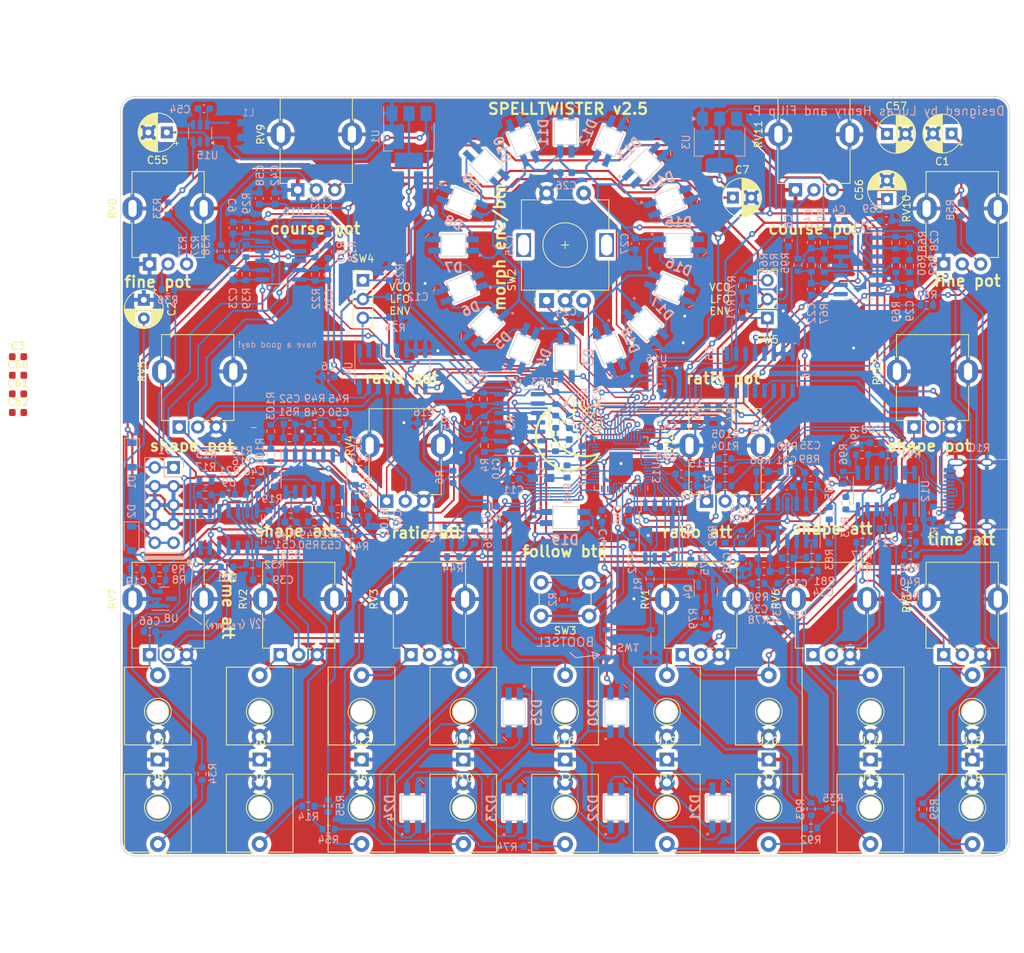
<source format=kicad_pcb>
(kicad_pcb (version 20240108) (generator "pcbnew") (generator_version "8.0")
  (layers (0 "F.Cu" signal) (31 "B.Cu" signal) (34 "B.Paste" user) (35 "F.Paste" user) (36 "B.SilkS" user "B.Silkscreen") (37 "F.SilkS" user "F.Silkscreen") (38 "B.Mask" user) (39 "F.Mask" user) (44 "Edge.Cuts" user))
  (net 0 "")
  (net 1 "+12V")
  (net 2 "GND")
  (net 3 "-12V")
  (net 4 "+5V")
  (net 5 "+3V3")
  (net 6 "Net-(C11-Pad1)")
  (net 7 "/sig_1")
  (net 8 "/lin_time_1")
  (net 9 "+3.3VADC")
  (net 10 "/Generator_Module1/morph_IN")
  (net 11 "REF-10")
  (net 12 "Net-(U10D--)")
  (net 13 "/Generator_Module1/ratio_CV_IN")
  (net 14 "Net-(U13-XIN)")
  (net 15 "Net-(U7B--)")
  (net 16 "Net-(U10B--)")
  (net 17 "Net-(U10A--)")
  (net 18 "Net-(U11C--)")
  (net 19 "Net-(C50-Pad1)")
  (net 20 "Net-(U10C--)")
  (net 21 "Net-(C51-Pad1)")
  (net 22 "Net-(U11A--)")
  (net 23 "Net-(U11B--)")
  (net 24 "Net-(C52-Pad2)")
  (net 25 "Net-(U7D--)")
  (net 26 "Net-(C53-Pad2)")
  (net 27 "/Generator_Module2/ratio_CV_IN")
  (net 28 "/Generator_Module2/morph_IN")
  (net 29 "Net-(U14C-+)")
  (net 30 "/LEDs/LED_data_in")
  (net 31 "Net-(U14A-+)")
  (net 32 "Net-(U14C--)")
  (net 33 "Net-(U14A--)")
  (net 34 "Net-(U14D--)")
  (net 35 "Net-(U14B--)")
  (net 36 "Net-(U11D--)")
  (net 37 "Net-(U5B-+)")
  (net 38 "Net-(U5D-+)")
  (net 39 "Net-(U5B--)")
  (net 40 "Net-(U5D--)")
  (net 41 "Net-(U5A--)")
  (net 42 "Net-(U5C--)")
  (net 43 "Net-(U15-SW)")
  (net 44 "Net-(U15-BST)")
  (net 45 "Net-(D3-DOUT)")
  (net 46 "Net-(D4-DOUT)")
  (net 47 "/USB_D+")
  (net 48 "/USB_D-")
  (net 49 "Net-(D5-DOUT)")
  (net 50 "Net-(D6-DOUT)")
  (net 51 "Net-(D7-DOUT)")
  (net 52 "+1V1")
  (net 53 "/sig_2")
  (net 54 "Net-(D8-DOUT)")
  (net 55 "/lin_time_2")
  (net 56 "Net-(D10-DIN)")
  (net 57 "Net-(D10-DOUT)")
  (net 58 "Net-(R16-Pad2)")
  (net 59 "Net-(R17-Pad2)")
  (net 60 "/Generator_Module1/SW_mode_1_IN")
  (net 61 "/Generator_Module1/SW_mode_2_IN")
  (net 62 "Net-(D11-DOUT)")
  (net 63 "Net-(R33-Pad2)")
  (net 64 "Net-(D12-DOUT)")
  (net 65 "Net-(R102-Pad1)")
  (net 66 "Net-(R58-Pad2)")
  (net 67 "/Generator_Module2/SW_mode_1_IN")
  (net 68 "/Generator_Module2/SW_mode_2_IN")
  (net 69 "/Generator_Module2/exp_time_IN")
  (net 70 "/Generator_Module1/exp_time_IN")
  (net 71 "Net-(R101-Pad2)")
  (net 72 "Net-(D13-DOUT)")
  (net 73 "Net-(D14-DOUT)")
  (net 74 "Net-(D15-DOUT)")
  (net 75 "Net-(D16-DOUT)")
  (net 76 "/Generator_Module1/ratio_cv")
  (net 77 "/Generator_Module2/time_cv")
  (net 78 "/Generator_Module1/time_cv")
  (net 79 "/Generator_Module1/vo_cv")
  (net 80 "/Generator_Module1/sec_out")
  (net 81 "/Generator_Module1/pri_out")
  (net 82 "/Generator_Module2/ratio_cv")
  (net 83 "/Generator_Module2/vo_cv")
  (net 84 "/Generator_Module2/sec_out")
  (net 85 "/Generator_Module2/pri_out")
  (net 86 "/Generator_Module1/tune_fine_pot")
  (net 87 "/Generator_Module1/tune_pot")
  (net 88 "/Generator_Module2/tune_fine_pot")
  (net 89 "/Generator_Module2/tune_pot")
  (net 90 "/Generator_Module1/ratio_att")
  (net 91 "/Generator_Module1/ratio_pot")
  (net 92 "/Generator_Module2/ratio_att")
  (net 93 "/Generator_Module2/time_att")
  (net 94 "/Generator_Module1/time_att")
  (net 95 "/Generator_Module2/ratio_pot")
  (net 96 "Net-(D17-DOUT)")
  (net 97 "Net-(D18-DOUT)")
  (net 98 "/12V_in")
  (net 99 "/-12V_in")
  (net 100 "/QPSI_SS")
  (net 101 "/follow_btn")
  (net 102 "Net-(D19-DOUT)")
  (net 103 "/PWM_1_sec")
  (net 104 "Net-(D20-DOUT)")
  (net 105 "Net-(D21-DOUT)")
  (net 106 "Net-(D22-DOUT)")
  (net 107 "Net-(D23-DOUT)")
  (net 108 "Net-(D24-DOUT)")
  (net 109 "Net-(C33-Pad1)")
  (net 111 "Net-(C34-Pad1)")
  (net 113 "Net-(J3-CC2)")
  (net 114 "Net-(C35-Pad2)")
  (net 116 "Net-(C36-Pad2)")
  (net 117 "Net-(J3-CC1)")
  (net 118 "/PWM_1_pri")
  (net 119 "/Generator_Module1/TRIG_out")
  (net 120 "/Generator_Module2/TRIG_out")
  (net 121 "/PWM_2_sec")
  (net 122 "Net-(R28-Pad1)")
  (net 123 "/PWM_2_pri")
  (net 124 "Net-(Q3-B)")
  (net 125 "Net-(Q3-C)")
  (net 126 "/LED_data")
  (net 127 "Net-(R56-Pad2)")
  (net 128 "Net-(R57-Pad2)")
  (net 129 "Net-(Q4-C)")
  (net 130 "Net-(Q4-B)")
  (net 131 "Net-(R82-Pad2)")
  (net 132 "Net-(R83-Pad2)")
  (net 133 "Net-(SW1-A)")
  (net 134 "Net-(R94-Pad2)")
  (net 135 "/morph_enc_A")
  (net 136 "/morph_enc_B")
  (net 137 "/morph_btn")
  (net 138 "/QPSI_SD1")
  (net 139 "Net-(U7A--)")
  (net 140 "Net-(U9B--)")
  (net 141 "/Generator_Module1/morph_cv")
  (net 142 "/Generator_Module1/sig_cv")
  (net 143 "/Generator_Module2/sig_cv")
  (net 144 "/Generator_Module2/morph_cv")
  (net 145 "/Generator_Module1/shape_CV_IN")
  (net 146 "/Generator_Module2/shape_CV_IN")
  (net 147 "/Generator_Module1/shape_cv")
  (net 148 "/Generator_Module2/shape_cv")
  (net 149 "/Generator_Module1/shape_att")
  (net 150 "/Generator_Module1/shape_pot")
  (net 151 "/Generator_Module2/shape_att")
  (net 152 "/Generator_Module2/shape_pot")
  (net 153 "Net-(U9A--)")
  (net 154 "Net-(U7C--)")
  (net 155 "Net-(U9C--)")
  (net 156 "Net-(U12A--)")
  (net 157 "/QPSI_SD2")
  (net 158 "/QPSI_SD0")
  (net 159 "/QPSI_SCLK")
  (net 160 "/QPSI_SD3")
  (net 161 "/mux_1")
  (net 162 "/mux_s2")
  (net 163 "/mux_s1")
  (net 164 "/mux_s0")
  (net 165 "/mux_2")
  (net 166 "Net-(U12B--)")
  (net 167 "Net-(U12C--)")
  (net 168 "/trig_out_2")
  (net 169 "Net-(U13-XOUT)")
  (net 170 "/trig_out_1")
  (net 171 "Net-(U13-USB_DP)")
  (net 172 "Net-(U13-USB_DM)")
  (net 173 "Net-(U9D--)")
  (net 174 "Net-(U12D--)")
  (footprint "Capacitor_THT:CP_Radial_D5.0mm_P2.50mm" (layer "F.Cu") (at 93.105112 46.7 180)
    (property "Reference" "C55")
    (property "Value" "22uF")
  )
  (footprint "benjiaomodular:AudioJack_3.5mm_with_drawing" (layer "F.Cu") (at 119.38 131.3546 180)
    (property "Reference" "J5")
    (property "Value" "JACK")
  )
  (footprint "benjiaomodular:AudioJack_3.5mm_with_drawing" (layer "F.Cu") (at 201.8284 131.3546)
    (property "Reference" "J15")
    (property "Value" "JACK")
  )
  (footprint "benjiaomodular:AudioJack_3.5mm_with_drawing" (layer "F.Cu") (at 201.8284 131.3546 180)
    (property "Reference" "J18")
    (property "Value" "JACK")
  )
  (footprint "benjiaomodular:AudioJack_3.5mm_with_drawing" (layer "F.Cu") (at 91.8972 131.3434)
    (property "Reference" "J9")
    (property "Value" "JACK")
  )
  (footprint "benjiaomodular:AudioJack_3.5mm_with_drawing" (layer "F.Cu") (at 146.8501 131.3434)
    (property "Reference" "J16")
    (property "Value" "JACK")
  )
  (footprint "benjiaomodular:AudioJack_3.5mm_with_drawing" (layer "F.Cu") (at 188.087 131.3546 180)
    (property "Reference" "J13")
    (property "Value" "JACK")
  )
  (footprint "benjiaomodular:SW_PUSH_6mm" (layer "F.Cu") (at 150.1128 111.9526 180)
    (property "Reference" "SW3")
    (property "Value" "SW_Push")
  )
  (footprint "Capacitor_SMD:C_0603_1608Metric" (layer "F.Cu") (at 73.025 81.99)
    (property "Reference" "C61")
    (property "Value" "100nF")
  )
  (footprint "benjiaomodular:AudioJack_3.5mm_with_drawing" (layer "F.Cu") (at 174.3456 131.3546 180)
    (property "Reference" "J7")
    (property "Value" "JACK")
  )
  (footprint "Capacitor_THT:CP_Radial_D5.0mm_P2.50mm" (layer "F.Cu") (at 190.294888 46.9)
    (property "Reference" "C57")
    (property "Value" "22uF")
  )
  (footprint "benjiaomodular:Potentiometer_RV09_talltrimmer" (layer "F.Cu") (at 90.778 117.1886 90)
    (property "Reference" "RV7")
    (property "Value" "10k")
  )
  (footprint "Capacitor_THT:CP_Radial_D5.0mm_P2.50mm" (layer "F.Cu") (at 90 69.294888 -90)
    (property "Reference" "C2")
    (property "Value" "22uF")
  )
  (footprint "benjiaomodular:AudioJack_3.5mm_with_drawing" (layer "F.Cu") (at 133.111875 131.3434)
    (property "Reference" "J11")
    (property "Value" "JACK")
  )
  (footprint "benjiaomodular:Potentiometer_RV09_6mm_knob" (layer "F.Cu") (at 177.9476 54.4592 90)
    (property "Reference" "RV11")
    (property "Value" "10k")
  )
  (footprint "benjiaomodular:AudioJack_3.5mm_with_drawing" (layer "F.Cu") (at 91.8972 131.3546 180)
    (property "Reference" "J8")
    (property "Value" "JACK")
  )
  (footprint "benjiaomodular:Potentiometer_RV09_talltrimmer" (layer "F.Cu") (at 90.778 64.4592 90)
    (property "Reference" "RV8")
    (property "Value" "10k")
  )
  (footprint "benjiaomodular:Potentiometer_RV09_talltrimmer" (layer "F.Cu") (at 162.667 117.1886 90)
    (property "Reference" "RV1")
    (property "Value" "10k")
  )
  (footprint "Capacitor_THT:CP_Radial_D5.0mm_P2.50mm" (layer "F.Cu") (at 199.020313 46.863 180)
    (property "Reference" "C1")
    (property "Value" "22uF")
  )
  (footprint "benjiaomodular:AudioJack_3.5mm_with_drawing" (layer "F.Cu") (at 174.32655 131.3434)
    (property "Reference" "J20")
    (property "Value" "JACK")
  )
  (footprint "benjiaomodular:Potentiometer_RV09_6mm_knob" (layer "F.Cu") (at 122.778 96.4592 90)
    (property "Reference" "RV4")
    (property "Value" "10k")
  )
  (footprint "benjiaomodular:Potentiometer_RV09_6mm_knob" (layer "F.Cu") (at 165.9476 96.4592 90)
    (property "Reference" "RV13")
    (property "Value" "10k")
  )
  (footprint "benjiaomodular:Potentiometer_RV09_talltrimmer" (layer "F.Cu") (at 197.9476 117.1886 90)
    (property "Reference" "RV14")
    (property "Value" "10k")
  )
  (footprint "Capacitor_SMD:C_0603_1608Metric" (layer "F.Cu") (at 73.025 84.5)
    (property "Reference" "C62")
    (property "Value" "1uF")
  )
  (footprint "benjiaomodular:RotaryEncoder_Switch_Vertical_H20mm_20mm_knob" (layer "F.Cu") (at 144.3628 69.3998 90)
    (property "Reference" "SW2")
    (property "Value" "24_detent")
  )
  (footprint "benjiaomodular:Potentiometer_RV09_talltrimmer" (layer "F.Cu") (at 180.3073 117.1886 90)
    (property "Reference" "RV6")
    (property "Value" "10k")
  )
  (footprint "benjiaomodular:SPDT_P2.54mm_Vertical" (layer "F.Cu") (at 119.568 66.6592)
    (property "Reference" "SW4")
    (property "Value" "SW_SPDT_MSM")
  )
  (footprint "benjiaomodular:Potentiometer_RV09_talltrimmer" (layer "F.Cu") (at 197.9476 64.4592 90)
    (property "Reference" "RV10")
    (property "Value" "10k")
  )
  (footprint "Capacitor_THT:CP_Radial_D5.0mm_P2.50mm" (layer "F.Cu") (at 190.3 55.705112 90)
    (property "Reference" "C56")
    (property "Value" "22uF")
  )
  (footprint "benjiaomodular:AudioJack_3.5mm_with_drawing" (layer "F.Cu") (at 160.588325 131.3434)
    (property "Reference" "J19")
    (property "Value" "JACK")
  )
  (footprint "benjiaomodular:Potentiometer_RV09_talltrimmer" (layer "F.Cu") (at 108.4056 117.1886 90)
    (property "Reference" "RV2")
    (property "Value" "10k")
  )
  (footprint "benjiaomodular:Potentiometer_RV09_6mm_knob" (layer "F.Cu") (at 110.778 54.4592 90)
    (property "Reference" "RV9")
    (property "Value" "10k")
  )
  (footprint "benjiaomodular:AudioJack_3.5mm_with_drawing" (layer "F.Cu") (at 160.6042 131.3546 180)
    (property "Reference" "J17")
    (property "Value" "JACK")
  )
  (footprint "benjiaomodular:Potentiometer_RV09_6mm_knob" (layer "F.Cu") (at 94.778 86.4592 90)
    (property "Reference" "RV5")
    (property "Value" "10k")
  )
  (footprint "benjiaomodular:Potentiometer_RV09_talltrimmer" (layer "F.Cu") (at 126.0586 117.1886 90)
    (property "Reference" "RV3")
    (property "Value" "10k")
  )
  (footprint "benjiaomodular:Potentiometer_RV09_6mm_knob" (layer "F.Cu") (at 193.9476 86.4592 90)
    (property "Reference" "RV12")
    (property "Value" "10k")
  )
  (footprint "Capacitor_SMD:C_0603_1608Metric" (layer "F.Cu") (at 73.025 76.97)
    (property "Reference" "C3")
    (property "Value" "100nF")
  )
  (footprint "Capacitor_THT:CP_Radial_D5.0mm_P2.50mm" (layer "F.Cu") (at 169.494888 55.5)
    (property "Reference" "C7")
    (property "Value" "22uF")
  )
  (footprint "benjiaomodular:AudioJack_3.5mm_with_drawing" (layer "F.Cu") (at 133.1214 131.3546 180)
    (property "Reference" "J10")
    (property "Value" "JACK")
  )
  (footprint "benjiaomodular:AudioJack_3.5mm_with_drawing" (layer "F.Cu") (at 119.37365 131.3434)
    (property "Reference" "J12")
    (property "Value" "JACK")
  )
  (footprint "benjiaomodular:AudioJack_3.5mm_with_drawing" (layer "F.Cu") (at 188.064775 131.3434)
    (property "Reference" "J14")
    (property "Value" "JACK")
  )
  (footprint "benjiaomodular:AudioJack_3.5mm_with_drawing" (layer "F.Cu") (at 105.635425 131.3434)
    (property "Reference" "J6")
    (property "Value" "JACK")
  )
  (footprint "Capacitor_SMD:C_0603_1608Metric" (layer "F.Cu") (at 73.025 79.48)
    (property "Reference" "C60")
    (property "Value" "1uF")
  )
  (footprint "benjiaomodular:SPDT_P2.54mm_Vertical" (layer "F.Cu") (at 174.1576 71.74 180)
    (property "Reference" "SW5")
    (property "Value" "SW_SPDT_MSM")
  )
  (footprint "benjiaomodular:AudioJack_3.5mm_with_drawing" (layer "F.Cu") (at 146.8628 131.3546 180)
    (property "Reference" "J2")
    (property "Value" "JACK")
  )
  (footprint "benjiaomodular:AudioJack_3.5mm_with_drawing" (layer "F.Cu") (at 105.6386 131.3546 180)
    (property "Reference" "J4")
    (property "Value" "JACK")
  )
  (footprint "Resistor_SMD:R_0603_1608Metric" (layer "B.Cu") (at 170.7 101.275 -90)
    (property "Reference" "R84")
    (property "Value" "4.7k")
  )
  (footprint "Resistor_SMD:R_0603_1608Metric" (layer "B.Cu") (at 107.1434 87.0224 90)
    (property "Reference" "R103")
    (property "Value" "4.7k")
  )
  (footprint "Resistor_SMD:R_0603_1608Metric" (layer "B.Cu") (at 180.025 94.3974)
    (property "Reference" "R89")
    (property "Value" "39k")
  )
  (footprint "Capacitor_SMD:C_0603_1608Metric" (layer "B.Cu") (at 109.8234 99.3028)
    (property "Reference" "C51")
    (property "Value" "1nF")
  )
  (footprint "Package_TO_SOT_SMD:TSOT-23-6" (layer "B.Cu") (at 97.6 46.8 90)
    (property "Reference" "U15")
    (property "Value" "AP63205WU")
  )
  (footprint "Capacitor_SMD:C_0603_1608Metric" (layer "B.Cu") (at 102.043 59.563 90)
    (property "Reference" "C9")
    (property "Value" "1nF")
  )
  (footprint "benjiaomodular:SK6812MINIE" (layer "B.Cu") (at 139.9794 124.9934 90)
    (property "Reference" "D25")
    (property "Value" "SK6812MINI-E" (hide yes))
    (fp_line (start 1.7 -1.5) (end 1.7 1.5) (stroke (width 0.12)) (layer "Edge.Cuts"))
    (fp_line (start -1.7 -1.5) (end 1.7 -1.5) (stroke (width 0.12)) (layer "Edge.Cuts"))
    (fp_line (start 1.7 1.5) (end -1.7 1.5) (stroke (width 0.12)) (layer "Edge.Cuts"))
    (fp_line (start -1.7 1.5) (end -1.7 -1.5) (stroke (width 0.12)) (layer "Edge.Cuts"))
  )
  (footprint "Capacitor_SMD:C_0603_1608Metric" (layer "B.Cu") (at 166.05 84.6 -90)
    (property "Reference" "C43")
    (property "Value" "100nF")
  )
  (footprint "Resistor_SMD:R_0603_1608Metric" (layer "B.Cu") (at 181.8894 67.8434 -90)
    (property "Reference" "R67")
    (property "Value" "47k")
  )
  (footprint "benjiaomodular:push_switch_5.1x5.1" (layer "B.Cu") (at 155.3972 115.697)
    (property "Reference" "SW1")
    (property "Value" "TS-1187A-B-A-B")
  )
  (footprint "Capacitor_SMD:C_0603_1608Metric" (layer "B.Cu") (at 146.9768 52.1422 180)
    (property "Reference" "C26")
    (property "Value" "100nF")
  )
  (footprint "Resistor_SMD:R_0603_1608Metric" (layer "B.Cu") (at 103.821 59.563 90)
    (property "Reference" "R29")
    (property "Value" "22k")
  )
  (footprint "Resistor_SMD:R_0603_1608Metric" (layer "B.Cu") (at 145.5867 82.5346 90)
    (property "Reference" "R53")
    (property "Value" "470k")
  )
  (footprint "benjiaomodular:SK6812MINIE" (layer "B.Cu") (at 147.0044 77.0661 90)
    (property "Reference" "D3")
    (property "Value" "SK6812MINI-E" (hide yes))
    (fp_line (start 1.7 -1.5) (end 1.7 1.5) (stroke (width 0.12)) (layer "Edge.Cuts"))
    (fp_line (start -1.7 -1.5) (end 1.7 -1.5) (stroke (width 0.12)) (layer "Edge.Cuts"))
    (fp_line (start 1.7 1.5) (end -1.7 1.5) (stroke (width 0.12)) (layer "Edge.Cuts"))
    (fp_line (start -1.7 1.5) (end -1.7 -1.5) (stroke (width 0.12)) (layer "Edge.Cuts"))
  )
  (footprint "Capacitor_SMD:C_0603_1608Metric" (layer "B.Cu") (at 176.7992 94.4228 180)
    (property "Reference" "C31")
    (property "Value" "2.2nF")
  )
  (footprint "Capacitor_SMD:C_0603_1608Metric" (layer "B.Cu") (at 139.87 93.459201 180)
    (property "Reference" "C11")
    (property "Value" "15pF")
  )
  (footprint "benjiaomodular:SK6812MINIE" (layer "B.Cu") (at 146.8628 98.679)
    (property "Reference" "D19")
    (property "Value" "SK6812MINI-E" (hide yes))
    (fp_line (start -1.7 -1.5) (end 1.7 -1.5) (stroke (width 0.12)) (layer "Edge.Cuts"))
    (fp_line (start -1.7 1.5) (end -1.7 -1.5) (stroke (width 0.12)) (layer "Edge.Cuts"))
    (fp_line (start 1.7 -1.5) (end 1.7 1.5) (stroke (width 0.12)) (layer "Edge.Cuts"))
    (fp_line (start 1.7 1.5) (end -1.7 1.5) (stroke (width 0.12)) (layer "Edge.Cuts"))
  )
  (footprint "Package_SO:SOIC-16_3.9x9.9mm_P1.27mm" (layer "B.Cu") (at 123.5456 78.6384 -90)
    (property "Reference" "U4")
    (property "Value" "CD4051B")
  )
  (footprint "Resistor_SMD:R_0603_1608Metric" (layer "B.Cu") (at 93.2434 67.8942)
    (property "Reference" "R36")
    (property "Value" "120k")
  )
  (footprint "Resistor_SMD:R_0603_1608Metric" (layer "B.Cu") (at 134.6454 101.3836 -90)
    (property "Reference" "R26")
    (property "Value" "10k")
  )
  (footprint "Resistor_SMD:R_0603_1608Metric" (layer "B.Cu") (at 102.043 62.7004 90)
    (property "Reference" "R27")
    (property "Value" "120k")
  )
  (footprint "Resistor_SMD:R_0603_1608Metric" (layer "B.Cu") (at 98.3004 95.6068)
    (property "Reference" "R17")
    (property "Value" "10k")
  )
  (footprint "Capacitor_SMD:C_0603_1608Metric" (layer "B.Cu") (at 175.55 108.325 -90)
    (property "Reference" "C37")
    (property "Value" "100nF")
  )
  (footprint "benjiaomodular:SK6812MINIE" (layer "B.Cu") (at 167.4876 137.8458 -90)
    (property "Reference" "D21")
    (property "Value" "SK6812MINI-E" (hide yes))
    (fp_line (start -1.7 1.5) (end -1.7 -1.5) (stroke (width 0.12)) (layer "Edge.Cuts"))
    (fp_line (start 1.7 1.5) (end -1.7 1.5) (stroke (width 0.12)) (layer "Edge.Cuts"))
    (fp_line (start -1.7 -1.5) (end 1.7 -1.5) (stroke (width 0.12)) (layer "Edge.Cuts"))
    (fp_line (start 1.7 -1.5) (end 1.7 1.5) (stroke (width 0.12)) (layer "Edge.Cuts"))
  )
  (footprint "Resistor_SMD:R_0603_1608Metric" (layer "B.Cu") (at 112.205 137.6172)
    (property "Reference" "R14")
    (property "Value" "100k")
  )
  (footprint "Capacitor_SMD:C_0603_1608Metric" (layer "B.Cu") (at 89.025 105.575 180)
    (property "Reference" "C19")
    (property "Value" "100nF")
  )
  (footprint "Resistor_SMD:R_0603_1608Metric" (layer "B.Cu") (at 183.0324 137.9982 180)
    (property "Reference" "R35")
    (property "Value" "100k")
  )
  (footprint "Resistor_SMD:R_0603_1608Metric" (layer "B.Cu") (at 93.2688 56.96 -90)
    (property "Reference" "R33")
    (property "Value" "180k")
  )
  (footprint "Resistor_SMD:R_0603_1608Metric" (layer "B.Cu") (at 135.8331 82.687 90)
    (property "Reference" "R7")
    (property "Value" "22k")
  )
  (footprint "Resistor_SMD:R_0603_1608Metric" (layer "B.Cu") (at 193.3618 100.053)
    (property "Reference" "R56")
    (property "Value" "10k")
  )
  (footprint "Capacitor_SMD:C_0603_1608Metric" (layer "B.Cu") (at 167.6146 84.582 -90)
    (property "Reference" "C14")
    (property "Value" "100nF")
  )
  (footprint "Capacitor_SMD:C_0603_1608Metric" (layer "B.Cu") (at 183.8 58.6 180)
    (property "Reference" "C4")
    (property "Value" "100nF")
  )
  (footprint "benjiaomodular:SK6812MINIE" (layer "B.Cu") (at 140.0048 137.8966 -90)
    (property "Reference" "D23")
    (property "Value" "SK6812MINI-E" (hide yes))
    (fp_line (start -1.7 1.5) (end -1.7 -1.5) (stroke (width 0.12)) (layer "Edge.Cuts"))
    (fp_line (start 1.7 1.5) (end -1.7 1.5) (stroke (width 0.12)) (layer "Edge.Cuts"))
    (fp_line (start -1.7 -1.5) (end 1.7 -1.5) (stroke (width 0.12)) (layer "Edge.Cuts"))
    (fp_line (start 1.7 -1.5) (end 1.7 1.5) (stroke (width 0.12)) (layer "Edge.Cuts"))
  )
  (footprint "Capacitor_SMD:C_0603_1608Metric" (layer "B.Cu") (at 116.1728 99.2012)
    (property "Reference" "C53")
    (property "Value" "1nF")
  )
  (footprint "Resistor_SMD:R_0603_1608Metric" (layer "B.Cu") (at 104.5996 95.5814)
    (property "Reference" "R16")
    (property "Value" "10k")
  )
  (footprint "Resistor_SMD:R_0603_1608Metric" (layer "B.Cu") (at 172.9252 107.58)
    (property "Reference" "R78")
    (property "Value" "10k")
  )
  (footprint "Capacitor_SMD:C_0603_1608Metric" (layer "B.Cu") (at 114.9 79.7 180)
    (property "Reference" "C6")
    (property "Value" "100nF")
  )
  (footprint "benjiaomodular:SK6812MINIE" (layer "B.Cu") (at 132.95964 67.716169 22.5)
    (property "Reference" "D6")
    (property "Value" "SK6812MINI-E" (hide yes))
    (fp_line (start -1.7 -1.499999) (end 1.7 -1.5) (stroke (width 0.12)) (layer "Edge.Cuts"))
    (fp_line (start -1.7 1.5) (end -1.7 -1.499999) (stroke (width 0.12)) (layer "Edge.Cuts"))
    (fp_line (start 1.7 -1.5) (end 1.7 1.499999) (stroke (width 0.12)) (layer "Edge.Cuts"))
    (fp_line (start 1.7 1.499999) (end -1.7 1.5) (stroke (width 0.12)) (layer "Edge.Cuts"))
  )
  (footprint "Diode_SMD:D_SOD-123" (layer "B.Cu") (at 88.35 101.5 -90)
    (property "Reference" "D2")
    (property "Value" "1N4148")
  )
  (footprint "Resistor_SMD:R_0603_1608Metric" (layer "B.Cu") (at 123.1392 65.8114 90)
    (property "Reference" "R25")
    (property "Value" "10k")
  )
  (footprint "Resistor_SMD:R_0603_1608Metric" (layer "B.Cu") (at 104.6504 104.954)
    (property "Reference" "R32")
    (property "Value" "10k")
  )
  (footprint "Resistor_SMD:R_0603_1608Metric" (layer "B.Cu") (at 191.4652 61.5828 90)
    (property "Reference" "R68")
    (property "Value" "22k")
  )
  (footprint "Resistor_SMD:R_0603_1608Metric" (layer "B.Cu") (at 92.125 105.575)
    (property "Reference" "R9")
    (property "Value" "1k")
  )
  (footprint "Connector_PinHeader_2.54mm:PinHeader_2x05_P2.54mm_Vertical" (layer "B.Cu") (at 94.015 91.92 180)
    (property "Reference" "J1")
    (property "Value" "Conn_02x05_Top_Bottom")
  )
  (footprint "Package_SO:SOIC-14_3.9x8.7mm_P1.27mm" (layer "B.Cu") (at 101.45 100.2804 -90)
    (property "Reference" "U9")
    (property "Value" "TL074")
  )
  (footprint "Capacitor_SMD:C_0603_1608Metric" (layer "B.Cu") (at 109.6704 86.0694 180)
    (property "Reference" "C52")
    (property "Value" "2.2nF")
  )
  (footprint "Resistor_SMD:R_0603_1608Metric" (layer "B.Cu") (at 168.425 101.25 -90)
    (property "Reference" "R82")
    (property "Value" "56k")
  )
  (footprint "Package_TO_SOT_SMD:SOT-223-3_TabPin2" (layer "B.Cu") (at 167.7 48 -90)
    (property "Reference" "U3")
    (property "Value" "AMS1117-3.3")
  )
  (footprint "Resistor_SMD:R_0603_1608Metric" (layer "B.Cu") (at 145.5867 85.7472 -90)
    (property "Reference" "R73")
    (property "Value" "120k")
  )
  (footprint "Capacitor_SMD:C_0603_1608Metric" (layer "B.Cu") (at 147.4155 88.9354 -90)
    (property "Reference" "C30")
    (property "Value" "1nF")
  )
  (footprint "Package_SO:SOIC-14_3.9x8.7mm_P1.27mm" (layer "B.Cu") (at 190.2 95.1 90)
    (property "Reference" "U12")
    (property "Value" "TL074")
  )
  (footprint "Capacitor_SMD:C_0603_1608Metric" (layer "B.Cu") (at 190.0984 100.18 180)
    (property "Reference" "C17")
    (property "Value" "100nF")
  )
  (footprint "Resistor_SMD:R_0603_1608Metric" (layer "B.Cu") (at 131.7498 103.9622)
    (property "Reference" "R44")
    (property "Value" "1k")
  )
  (footprint "Resistor_SMD:R_0603_1608Metric" (layer "B.Cu") (at 180.0606 138.0236 -90)
    (property "Reference" "R93")
    (property "Value" "1k")
  )
  (footprint "Capacitor_SMD:C_0603_1608Metric" (layer "B.Cu") (at 105.514 107.0876)
    (property "Reference" "C39")
    (property "Value" "100nF")
  )
  (footprint "Capacitor_SMD:C_0603_1608Metric" (layer "B.Cu") (at 173.4588 92.467 180)
    (property "Reference" "C33")
    (property "Value" "2.2nF")
  )
  (footprint "Capacitor_SMD:C_0603_1608Metric" (layer "B.Cu") (at 170.75 104.875 90)
    (property "Reference" "C38")
    (property "Value" "100nF")
  )
  (footprint "Resistor_SMD:R_0603_1608Metric" (layer "B.Cu") (at 186.9874 100.0276 180)
    (property "Reference" "R57")
    (property "Value" "10k")
  )
  (footprint "Resistor_SMD:R_0603_1608Metric" (layer "B.Cu") (at 191.516 64.7314 -90)
    (property "Reference" "R62")
    (property "Value" "120k")
  )
  (footprint "Resistor_SMD:R_0603_1608Metric" (layer "B.Cu") (at 113.092 62.7756 90)
    (property "Reference" "R20")
    (property "Value" "120k")
  )
  (footprint "Resistor_SMD:R_0603_1608Metric" (layer "B.Cu") (at 131.7244 93.1926 90)
    (property "Reference" "R6")
    (property "Value" "100k")
  )
  (footprint "benjiaomodular:SK6812MINIE" (layer "B.Cu") (at 153.7208 124.9934 -90)
    (property "Reference" "D20")
    (property "Value" "SK6812MINI-E" (hide yes))
    (fp_line (start -1.7 1.5) (end -1.7 -1.5) (stroke (width 0.12)) (layer "Edge.Cuts"))
    (fp_line (start 1.7 1.5) (end -1.7 1.5) (stroke (width 0.12)) (layer "Edge.Cuts"))
    (fp_line (start -1.7 -1.5) (end 1.7 -1.5) (stroke (width 0.12)) (layer "Edge.Cuts"))
    (fp_line (start 1.7 -1.5) (end 1.7 1.5) (stroke (width 0.12)) (layer "Edge.Cuts"))
  )
  (footprint "Resistor_SMD:R_0603_1608Metric" (layer "B.Cu") (at 200.3044 57.15 -90)
    (property "Reference" "R58")
    (property "Value" "180k")
  )
  (footprint "Capacitor_SMD:C_0603_1608Metric" (layer "B.Cu") (at 112.973 97.5502)
    (property "Reference" "C49")
    (property "Value" "1nF")
  )
  (footprint "Resistor_SMD:R_0603_1608Metric" (layer "B.Cu") (at 176.9262 105.9036 180)
    (property "Reference" "R87")
    (property "Value" "10k")
  )
  (footprint "Resistor_SMD:R_0603_1608Metric" (layer "B.Cu") (at 182.5142 98.1058 90)
    (property "Reference" "R85")
    (property "Value" "4.7k")
  )
  (footprint "Resistor_SMD:R_0603_1608Metric" (layer "B.Cu") (at 147.4409 85.7858 -90)
    (property "Reference" "R30")
    (property "Value" "1M")
  )
  (footprint "Capacitor_SMD:C_0603_1608Metric" (layer "B.Cu") (at 162.56 92.7862)
    (property "Reference" "C15")
    (property "Value" "100nF")
  )
  (footprint "Package_TO_SOT_SMD:SOT-223-3_TabPin2" (layer "B.Cu") (at 125.7808 47.2948 -90)
    (property "Reference" "U1")
    (property "Value" "AMS1117-3.3")
  )
  (footprint "Capacitor_SMD:C_0603_1608Metric" (layer "B.Cu") (at 90.8 114.075 180)
    (property "Reference" "C66")
    (property "Value" "100nF")
  )
  (footprint "Resistor_SMD:R_0603_1608Metric" (layer "B.Cu") (at 158.3182 106.9848 90)
    (property "Reference" "R1")
    (property "Value" "1k")
  )
  (footprint "Package_SO:SOIC-16_3.9x9.9mm_P1.27mm" (layer "B.Cu") (at 173.1264 79.0702 -90)
    (property "Reference" "U6")
    (property "Value" "CD4051B")
  )
  (footprint "Resistor_SMD:R_0603_1608Metric" (layer "B.Cu") (at 113.0616 86.044 180)
    (property "Reference" "R49")
    (property "Value" "10k")
  )
  (footprint "benjiaomodular:SK6812MINIE" (layer "B.Cu") (at 131.7939 61.9072)
    (property "Reference" "D7")
    (property "Value" "SK6812MINI-E" (hide yes))
    (fp_line (start -1.7 -1.5) (end 1.7 -1.5) (stroke (width 0.12)) (layer "Edge.Cuts"))
    (fp_line (start -1.7 1.5) (end -1.7 -1.5) (stroke (width 0.12)) (layer "Edge.Cuts"))
    (fp_line (start 1.7 -1.5) (end 1.7 1.5) (stroke (width 0.12)) (layer "Edge.Cuts"))
    (fp_line (start 1.7 1.5) (end -1.7 1.5) (stroke (width 0.12)) (layer "Edge.Cuts"))
  )
  (footprint "Resistor_SMD:R_0603_1608Metric" (layer "B.Cu") (at 107.0126 101.97 90)
    (property "Reference" "R28")
    (property "Value" "100k")
  )
  (footprint "benjiaomodular:SK6812MINIE" (layer "B.Cu") (at 152.765697 47.842693 -112.5)
    (property "Reference" "D12")
    (property "Value" "SK6812MINI-E" (hide yes))
    (fp_line (start 1.7 1.5) (end -1.7 1.499999) (stroke (width 0.12)) (layer "Edge.Cuts"))
    (fp_line (start -1.7 1.499999) (end -1.7 -1.5) (stroke (width 0.12)) (layer "Edge.Cuts"))
    (fp_line (start 1.7 -1.499999) (end 1.7 1.5) (stroke (width 0.12)) (layer "Edge.Cuts"))
    (fp_line (start -1.7 -1.5) (end 1.7 -1.499999) (stroke (width 0.12)) (layer "Edge.Cuts"))
  )
  (footprint "Resistor_SMD:R_0603_1608Metric" (layer "B.Cu") (at 101.2214 105.3604)
    (property "Reference" "R31")
    (property "Value" "10k")
  )
  (footprint "User_Footprints:L_TaiTech_HPC3010TF-4R7M" (layer "B.Cu") (at 104.1 46.4 180)
    (property "Reference" "L1")
    (property "Value" "4.7uH")
  )
  (footprint "Resistor_SMD:R_0603_1608Metric" (layer "B.Cu") (at 196.5224 98.0524 -90)
    (property "Reference" "R11")
    (property "Value" "5k1")
  )
  (footprint "Capacitor_SMD:C_0603_1608Metric" (layer "B.Cu") (at 114.8446 65.9006 -90)
    (property "Reference" "C20")
    (property "Value" "1nF")
  )
  (footprint "Resistor_SMD:R_0603_1608Metric" (layer "B.Cu") (at 114.8192 62.7888 -90)
    (property "Reference" "R18")
    (property "Value" "120k")
  )
  (footprint "Capacitor_SMD:C_0603_1608Metric" (layer "B.Cu") (at 113.0108 87.95)
    (property "Reference" "C48")
    (property "Value" "2.2nF")
  )
  (footprint "Capacitor_SMD:C_0603_1608Metric" (layer "B.Cu") (at 105.6 55.6 90)
    (property "Reference" "C58")
    (property "Value" "100nF")
  )
  (footprint "Resistor_SMD:R_0603_1608Metric" (layer "B.Cu") (at 165.8668 112.2988 90)
    (property "Reference" "R79")
    (property "Value" "1k")
  )
  (footprint "Capacitor_SMD:C_0603_1608Metric" (layer "B.Cu") (at 102.043 65.8368 -90)
    (property "Reference" "C23")
    (property "Value" "10nF")
  )
  (footprint "Resistor_SMD:R_0603_1608Metric" (layer "B.Cu") (at 193.439 103.7614)
    (property "Reference" "R61")
    (property "Value" "100k")
  )
  (footprint "benjiaomodular:SK6812MINIE" (layer "B.Cu") (at 136.223152 51.162439 -45)
    (property "Reference" "D9")
    (property "Value" "SK6812MINI-E" (hide yes))
    (fp_line (start -1.7 1.5) (end -1.7 -1.5) (stroke (width 0.12)) (layer "Edge.Cuts"))
    (fp_line (start -1.7 -1.5) (end 1.7 -1.5) (stroke (width 0.12)) (layer "Edge.Cuts"))
    (fp_line (start 1.7 1.5) (end -1.7 1.5) (stroke (width 0.12)) (layer "Edge.Cuts"))
    (fp_line (start 1.7 -1.5) (end 1.7 1.5) (stroke (width 0.12)) (layer "Edge.Cuts"))
  )
  (footprint "Resistor_SMD:R_0603_1608Metric" (layer "B.Cu") (at 168.466 90.7034)
    (property "Reference" "R105")
    (property "Value" "27R")
  )
  (footprint "Resistor_SMD:R_0603_1608Metric" (layer "B.Cu") (at 180.0484 140.5636 180)
    (property "Reference" "R92")
    (property "Value" "1k")
  )
  (footprint "Capacitor_SMD:C_0603_1608Metric" (layer "B.Cu") (at 180.1774 105.9036 180)
    (property "Reference" "C34")
    (property "Value" "1nF")
  )
  (footprint "Resistor_SMD:R_0603_1608Metric" (layer "B.Cu") (at 173.675 104.151 180)
    (property "Reference" "R90")
    (property "Value" "39k")
  )
  (footprint "Resistor_SMD:R_0603_1608Metric" (layer "B.Cu") (at 119.2338 92.1654 180)
    (property "Reference" "R42")
    (property "Value" "10k")
  )
  (footprint "Resistor_SMD:R_0603_1608Metric" (layer "B.Cu") (at 113.1428 59.6392 90)
    (property "Reference" "R23")
    (property "Value" "22k")
  )
  (footprint "Resistor_SMD:R_0603_1608Metric" (layer "B.Cu") (at 104.6504 93.8542 180)
    (property "Reference" "R12")
    (property "Value" "10k")
  )
  (footprint "Package_TO_SOT_SMD:SOT-23" (layer "B.Cu") (at 165.8414 108.7042 -90)
    (property "Reference" "Q4")
    (property "Value" "MMBT3904")
  )
  (footprint "Capacitor_SMD:C_0603_1608Metric" (layer "B.Cu") (at 114.87 59.6262 90)
    (property "Reference" "C21")
    (property "Value" "1nF")
  )
  (footprint "Resistor_SMD:R_0603_1608Metric" (layer "B.Cu") (at 146.6342 109.7402 -90)
    (property "Reference" "R2")
    (property "Value" "10k")
  )
  (footprint "Resistor_SMD:R_0603_1608Metric" (layer "B.Cu") (at 114.9218 140.7414)
    (property "Reference" "R54")
    (property "Value" "1k")
  )
  (footprint "Resistor_SMD:R_0603_1608Metric" (layer "B.Cu") (at 123.9134 71.6534)
    (property "Reference" "R24")
    (property "Value" "10k")
  )
  (footprint "Capacitor_SMD:C_0603_1608Metric" (layer "B.Cu") (at 147.0022 72.3352 180)
    (property "Reference" "C24")
    (property "Value" "100nF")
  )
  (footprint "Resistor_SMD:R_0603_1608Metric" (layer "B.Cu") (at 199.5 89.275)
    (property "Reference" "R10")
    (property "Value" "5k1")
  )
  (footprint "Resistor_SMD:R_0603_1608Metric" (layer "B.Cu") (at 184.75 96.7388 90)
    (property "Reference" "R63")
    (property "Value" "100k")
  )
  (footprint "Package_DFN_QFN:QFN-56-1EP_7x7mm_P0.4mm_EP3.2x3.2mm" (layer "B.Cu") (at 154.4066 91.3892 90)
    (property "Reference" "U13")
    (property "Value" "RP2040")
  )
  (footprint "Resistor_SMD:R_0603_1608Metric" (layer "B.Cu") (at 195.6816 70.0278 180)
    (property "Reference" "R64")
    (property "Value" "120k")
  )
  (footprint "Capacitor_SMD:C_0603_1608Metric" (layer "B.Cu") (at 166.2684 79.5912 90)
    (property "Reference" "C5")
    (property "Value" "100nF")
  )
  (footprint "Capacitor_SMD:C_0603_1608Metric" (layer "B.Cu") (at 160.4 89.1)
    (property "Reference" "C69")
    (property "Value" "100nF")
  )
  (footprint "Resistor_SMD:R_0603_1608Metric" (layer "B.Cu") (at 190.4662 90.1724 180)
    (property "Reference" "R91")
    (property "Value" "10k")
  )
  (footprint "Capacitor_SMD:C_0603_1608Metric" (layer "B.Cu") (at 155.425 98.35 -90)
    (property "Reference" "C46")
    (property "Value" "100nF")
  )
  (footprint "benjiaomodular:SK6812MINIE" (layer "B.Cu") (at 132.939893 56.094303 -22.5)
    (property "Reference" "D8")
    (property "Value" "SK6812MINI-E" (hide yes))
    (fp_line (start -1.7 1.499999) (end -1.7 -1.5) (stroke (width 0.12)) (layer "Edge.Cuts"))
    (fp_line (start -1.7 -1.5) (end 1.7 -1.499999) (stroke (width 0.12)) (layer "Edge.Cuts"))
    (fp_line (start 1.7 1.5) (end -1.7 1.499999) (stroke (width 0.12)) (layer "Edge.Cuts"))
    (fp_line (start 1.7 -1.499999) (end 1.7 1.5) (stroke (width 0.12)) (layer "Edge.Cuts"))
  )
  (footprint "Resistor_SMD:R_0603_1608Metric" (layer "B.Cu") (at 109.6458 87.9236 180)
    (property "Reference" "R51")
    (property "Value" "39k")
  )
  (footprint "Resistor_SMD:R_0603_1608Metric" (layer "B.Cu") (at 118.5734 98.3122 -90)
    (property "Reference" "R102")
    (property "Value" "4.7k")
  )
  (footprint "Resistor_SMD:R_0603_1608Metric" (layer "B.Cu") (at 107.1434 90.2472 90)
    (property "Reference" "R101")
    (property "Value" "56k")
  )
  (footprint "Resistor_SMD:R_0603_1608Metric" (layer "B.Cu") (at 112.9854 99.252 180)
    (property "Reference" "R50")
    (property "Value" "10k")
  )
  (footprint "benjiaomodular:SK6812MINIE" (layer "B.Cu") (at 160.99756 56.046631 -157.5)
    (property "Reference" "D14")
    (property "Value" "SK6812MINI-E" (hide yes))
    (fp_line (start 1.7 1.499999) (end -1.7 1.5) (stroke (width 0.12)) (layer "Edge.Cuts"))
    (fp_line (start 1.7 -1.5) (end 1.7 1.499999) (stroke (width 0.12)) (layer "Edge.Cuts"))
    (fp_line (start -1.7 1.5) (end -1.7 -1.499999) (stroke (width 0.12)) (layer "Edge.Cuts"))
    (fp_line (start -1.7 -1.499999) (end 1.7 -1.5) (stroke (width 0.12)) (layer "Edge.Cuts"))
  )
  (footprint "benjiaomodular:SK6812MINIE" (layer "B.Cu") (at 126.2634 137.8712 -90)
    (property "Reference" "D24")
    (property "Value" "SK6812MINI-E" (hide yes))
    (fp_line (start -1.7 1.5) (end -1.7 -1.5) (stroke (width 0.12)) (layer "Edge.Cuts"))
    (fp_line (start 1.7 1.5) (end -1.7 1.5) (stroke (width 0.12)) (layer "Edge.Cuts"))
    (fp_line (start -1.7 -1.5) (end 1.7 -1.5) (stroke (width 0.12)) (layer "Edge.Cuts"))
    (fp_line (start 1.7 -1.5) (end 1.7 1.5) (stroke (width 0.12)) (layer "Edge.Cuts"))
  )
  (footprint "benjiaomodular:SK6812MINIE" (layer "B.Cu") (at 161.017307 67.668497 157.5)
    (property "Reference" "D16")
    (property "Value" "SK6812MINI-E" (hide yes))
    (fp_line (start 1.7 -1.499999) (end 1.7 1.5) (stroke (width 0.12)) (layer "Edge.Cuts"))
    (fp_line (start 1.7 1.5) (end -1.7 1.499999) (stroke (width 0.12)) (layer "Edge.Cuts"))
    (fp_line (start -1.7 -1.5) (end 1.7 -1.499999) (stroke (width 0.12)) (layer "Edge.Cuts"))
    (fp_line (start -1.7 1.499999) (end -1.7 -1.5) (stroke (width 0.12)) (layer "Edge.Cuts"))
  )
  (footprint "Resistor_SMD:R_0603_1608Metric" (layer "B.Cu") (at 113.1682 65.8876 -90)
    (property "Reference" "R22")
    (property "Value" "22k")
  )
  (footprint "Capacitor_SMD:C_0603_1608Metric" (layer "B.Cu") (at 176.9132 104.1256 180)
    (property "Reference" "C32")
    (property "Value" "1nF")
  )
  (footprint "Resistor_SMD:R_0603_1608Metric" (layer "B.Cu") (at 145.5613 88.91 -90)
    (property "Reference" "R76")
    (property "Value" "22k")
  )
  (footprint "Package_SO:SOIC-14_3.9x8.7mm_P1.27mm" (layer "B.Cu") (at 186.5122 64.7192 180)
    (property "Reference" "U11")
    (property "Value" "MCP6004")
  )
  (footprint "Capacitor_SMD:C_0603_1608Metric" (layer "B.Cu") (at 151.8412 98.4758 -90)
    (property "Reference" "C44")
    (property "Value" "100nF")
  )
  (footprint "Capacitor_SMD:C_0603_1608Metric" (layer "B.Cu") (at 116.3512 87.8982 180)
    (property "Reference" "C50")
    (property "Value" "2.2nF")
  )
  (footprint "Resistor_SMD:R_0603_1608Metric" (layer "B.Cu") (at 106.875 98.525 -90)
    (property "Reference" "R19")
    (property "Value" "100k")
  )
  (footprint "benjiaomodular:SK6812MINIE" (layer "B.Cu") (at 146.9528 46.6967 -90)
    (property "Reference" "D11")
    (property "Value" "SK6812MINI-E" (hide yes))
    (fp_line (start -1.7 1.5) (end -1.7 -1.5) (stroke (width 0.12)) (layer "Edge.Cuts"))
    (fp_line (start 1.7 1.5) (end -1.7 1.5) (stroke (width 0.12)) (layer "Edge.Cuts"))
    (fp_line (start -1.7 -1.5) (end 1.7 -1.5) (stroke (width 0.12)) (layer "Edge.Cuts"))
    (fp_line (start 1.7 -1.5) (end 1.7 1.5) (stroke (width 0.12)) (layer "Edge.Cuts"))
  )
  (footprint "benjiaomodular:ABM8-272-T3_ABR" (layer "B.Cu") (at 143.6038 92.544801 90)
    (property "Reference" "Y1")
    (property "Value" "Crystal_GND24")
  )
  (footprint "Resistor_SMD:R_0603_1608Metric" (layer "B.Cu") (at 114.8588 137.5918 -90)
    (property "Reference" "R55")
    (property "Value" "1k")
  )
  (footprint "Resistor_SMD:R_0603_1608Metric" (layer "B.Cu") (at 147.1168 92.456 90)
    (property "Reference" "R98")
    (property "Value" "1k")
  )
  (footprint "Resistor_SMD:R_0603_1608Metric" (layer "B.Cu") (at 116.4022 85.9932 180)
    (property "Reference" "R45")
    (property "Value" "10k")
  )
  (footprint "Resistor_SMD:R_0603_1608Metric" (layer "B.Cu") (at 92.125 107.125)
    (property "Reference" "R8")
    (property "Value" "1k")
  )
  (footprint "Resistor_SMD:R_0603_1608Metric" (layer "B.Cu") (at 180.2028 104.0494 180)
    (property "Reference" "R81")
    (property "Value" "10k")
  )
  (footprint "Resistor_SMD:R_0603_1608Metric" (layer "B.Cu") (at 195.1482 138.049 90)
    (property "Reference" "R59")
    (property "Value" "100k")
  )
  (footprint "Resistor_SMD:R_0603_1608Metric" (layer "B.Cu") (at 168.466 92.2782)
    (property "Reference" "R104")
    (property "Value" "27R")
  )
  (footprint "Resistor_SMD:R_0603_1608Metric" (layer "B.Cu") (at 178.2714 64.58 -90)
    (property "Reference" "R65")
    (property "Value" "270k")
  )
  (footprint "benjiaomodular:SK6812MINIE" (layer "B.Cu") (at 162.1633 61.8556 180)
    (property "Reference" "D15")
    (property "Value" "SK6812MINI-E" (hide yes))
    (fp_line (start 1.7 1.5) (end -1.7 1.5) (stroke (width 0.12)) (layer "Edge.Cuts"))
    (fp_line (start 1.7 -1.5) (end 1.7 1.5) (stroke (width 0.12)) (layer "Edge.Cuts"))
    (fp_line (start -1.7 1.5) (end -1.7 -1.5) (stroke (width 0.12)) (layer "Edge.Cuts"))
    (fp_line (start -1.7 -1.5) (end 1.7 -1.5) (stroke (width 0.12)) (layer "Edge.Cuts"))
  )
  (footprint "Capacitor_SMD:C_0603_1608Metric" (layer "B.Cu") (at 180.086 67.8434 -90)
    (property "Reference" "C22")
    (property "Value" "10nF")
  )
  (footprint "Capacitor_SMD:C_0603_1608Metric" (layer "B.Cu") (at 188.775 88.575)
    (property "Reference" "C68")
    (property "Value" "100nF")
  )
  (footprint "Resistor_SMD:R_0603_1608Metric" (layer "B.Cu") (at 191.516 67.8302 -90)
    (property "Reference" "R69")
    (property "Value" "22k")
  )
  (footprint "Package_SO:SOIC-14_3.9x8.7mm_P1.27mm" (layer "B.Cu") (at 112.96 92.775 -90)
    (property "Reference" "U5")
    (property "Value" "TL074")
  )
  (footprint "Resistor_SMD:R_0603_1608Metric" (layer "B.Cu") (at 181.8386 64.707 90)
    (property "Reference" "R95")
    (property "Value" "120k")
  )
  (footprint "Capacitor_SMD:C_0603_1608Metric" (layer "B.Cu") (at 193.3956 67.8434 -90)
    (property "Reference" "C29")
    (property "Value" "1nF")
  )
  (footprint "Resistor_SMD:R_0603_1608Metric" (layer "B.Cu") (at 142.0876 143.0528 180)
    (property "Reference" "R74")
    (property "Value" "100k")
  )
  (footprint "Capacitor_SMD:C_0603_1608Metric" (layer "B.Cu") (at 177 61.3 90)
    (property "Reference" "C8")
    (property "Value" "100nF")
  )
  (footprint "Package_TO_SOT_SMD:SOT-353_SC-70-5" (layer "B.Cu") (at 159.2 79.5 180)
    (property "Reference" "U16")
    (property "Value" "74AHCT1G125")
  )
  (footprint "Resistor_SMD:R_0603_1608Metric" (layer "B.Cu") (at 98.3258 93.7526)
    (property "Reference" "R13")
    (property "Value" "10k")
  )
  (footprint "Resistor_SMD:R_0603_1608Metric" (layer "B.Cu") (at 118.5734 95.0864 -90)
    (property "Reference" "R48")
    (property "Value" "56k")
  )
  (footprint "benjiaomodular:SK6812MINIE" (layer "B.Cu") (at 141.143831 47.86244 -67.5)
    (property "Reference" "D10")
    (property "Value" "SK6812MINI-E" (hide yes))
    (fp_line (start -1.7 1.5) (end -1.7 -1.499999) (stroke (width 0.12)) (layer "Edge.Cuts"))
    (fp_line (start 1.7 1.499999) (end -1.7 1.5) (stroke (width 0.12)) (layer "Edge.Cuts"))
    (fp_line (start -1.7 -1.499999) (end 1.7 -1.5) (stroke (width 0.12)) (layer "Edge.Cuts"))
    (fp_line (start 1.7 -1.5) (end 1.7 1.499999) (stroke (width 0.12)) (layer "Edge.Cuts"))
  )
  (footprint "Capacitor_SMD:C_0603_1608Metric" (layer "B.Cu") (at 139.8192 91.579601 180)
    (property "Reference" "C10")
    (property "Value" "15pF")
  )
  (footprint "Resistor_SMD:R_0603_1608Metric" (layer "B.Cu") (at 155.8798 101.7016 -90)
    (property "Reference" "R72")
    (property "Value" "100k")
  )
  (footprint "Package_SO:SOIC-14_3.9x8.7mm_P1.27mm" (layer "B.Cu") (at 108.4834 62.738 180)
    (property "Reference" "U10")
    (property "Value" "MCP6004")
  )
  (footprint "Resistor_SMD:R_0603_1608Metric" (layer "B.Cu") (at 116.1604 97.5248)
    (property "Reference" "R52")
    (property "Value" "39k")
  )
  (footprint "Resistor_SMD:R_0603_1608Metric" (layer "B.Cu") (at 136.842 97.1804 180)
    (property "Reference" "R15")
    (property "Value" "100k")
  )
  (footprint "Resistor_SMD:R_0603_1608Metric" (layer "B.Cu") (at 170.7896 70.9168 90)
    (property "Reference" "R71")
    (property "Value" "10k")
  )
  (footprint "Connector_USB:USB_C_Receptacle_HRO_TYPE-C-31-M-12" (layer "B.Cu") (at 202.72 95.55 -90)
    (property "Reference" "J3")
    (property "Value" "TYPEC-304-ACP16")
  )
  (footprint "Resistor_SMD:R_0603_1608Metric" (layer "B.Cu") (at 186.9864 102.0088)
    (property "Reference" "R41")
    (property "Value" "10k")
  )
  (footprint "Resistor_SMD:R_0603_1608Metric" (layer "B.Cu") (at 101.4754 95.556)
    (property "Reference" "R21")
    (property "Value" "100k")
  )
  (footprint "Package_SO:SOIC-8_5.23x5.23mm_P1.27mm" (layer "B.Cu") (at 159.5882 100.6094 -90)
    (property "Reference" "U2")
    (property "Value" "W25Q128JVS")
  )
  (footprint "Resistor_SMD:R_0603_1608Metric" (layer "B.Cu") (at 193.4004 101.958 180)
    (property "Reference" "R40")
    (property "Value" "10k")
  )
  (footprint "Capacitor_SMD:C_0603_1608Metric" (layer "B.Cu") (at 190.2 58.6)
    (property "Reference" "C59")
    (property "Value" "100nF")
  )
  (footprint "Resistor_SMD:R_0603_1608Metric" (layer "B.Cu") (at 103.7956 62.7004 90)
    (property "Reference" "R38")
    (property "Value" "180k")
  )
  (footprint "Resistor_SMD:R_0603_1608Metric" (layer "B.Cu") (at 163.825 105.2 -90)
    (property "Reference" "R75")
    (property "Value" "10k")
  )
  (footprint "Resistor_SMD:R_0603_1608Metric" (layer "B.Cu") (at 135.9601 88.9862 -90)
    (property "Reference" "R4")
    (property "Value" "470k")
  )
  (footprint "Diode_SMD:D_SOD-123" (layer "B.Cu") (at 88.422 90.2386 -90)
    (property "Reference" "D1")
    (property "Value" "1N4148")
  )
  (footprint "benjiaomodular:SK6812MINIE" (layer "B.Cu") (at 141.191503 75.920107 67.5)
    (property "Reference" "D4")
    (property "Value" "SK6812MINI-E" (hide yes))
    (fp_line (start -1.7 -1.5) (end 1.7 -1.499999) (stroke (width 0.12)) (layer "Edge.Cuts"))
    (fp_line (start 1.7 -1.499999) (end 1.7 1.5) (stroke (width 0.12)) (layer "Edge.Cuts"))
    (fp_line (start -1.7 1.499999) (end -1.7 -1.5) (stroke (width 0.12)) (layer "Edge.Cuts"))
    (fp_line (start 1.7 1.5) (end -1.7 1.499999) (stroke (width 0.12)) (layer "Edge.Cuts"))
  )
  (footprint "Resistor_SMD:R_0603_1608Metric" (layer "B.Cu") (at 135.9601 85.862 90)
    (property "Reference" "R3")
    (property "Value" "1M")
  )
  (footprint "Capacitor_SMD:C_0603_1608Metric" (layer "B.Cu") (at 180.086 61.5566 90)
    (property "Reference" "C41")
    (property "Value" "1nF")
  )
  (footprint "Resistor_SMD:R_0603_1608Metric" (layer "B.Cu") (at 168.475 94.375)
    (property "Reference" "R77")
    (property "Value" "10k")
  )
  (footprint "Resistor_SMD:R_0603_1608Metric" (layer "B.Cu") (at 133.8519 85.9504 90)
    (property "Reference" "R5")
    (property "Value" "120k")
  )
  (footprint "benjiaomodular:SK6812MINIE" (layer "B.Cu") (at 152.813369 75.90036 112.5)
    (property "Reference" "D18")
    (property "Value" "SK6812MINI-E" (hide yes))
    (fp_line (start 1.7 -1.5) (end 1.7 1.499999) (stroke (width 0.12)) (layer "Edge.Cuts"))
    (fp_line (start -1.7 -1.499999) (end 1.7 -1.5) (stroke (width 0.12)) (layer "Edge.Cuts"))
    (fp_line (start 1.7 1.499999) (end -1.7 1.5) (stroke (width 0.12)) (layer "Edge.Cuts"))
    (fp_line (start -1.7 1.5) (end -1.7 -1.499999) (stroke (width 0.12)) (layer "Edge.Cuts"))
  )
  (footprint "Resistor_SMD:R_0603_1608Metric" (layer "B.Cu") (at 103.7702 65.8368 -90)
    (property "Reference" "R39")
    (property "Value" "47k")
  )
  (footprint "Capacitor_SMD:C_0603_1608Metric" (layer "B.Cu") (at 163.8808 94.3864)
    (property "Reference" "C45")
    (property "Value" "1uF")
  )
  (footprint "Package_SO:SOIC-14_3.9x8.7mm_P1.27mm" (layer "B.Cu") (at 176.85 99.325 90)
    (property "Reference" "U14")
    (property "Value" "TL074")
  )
  (footprint "Resistor_SMD:R_0603_1608Metric" (layer "B.Cu") (at 184.4088 93.2966 -90)
    (property "Reference" "R96")
    (property "Value" "100k")
  )
  (footprint "Capacitor_SMD:C_0603_1608Metric" (layer "B.Cu") (at 163.6522 86.3092)
    (property "Reference" "C47")
    (property "Value" "1uF")
  )
  (footprint "Capacitor_SMD:C_0603_1608Metric" (layer "B.Cu") (at 193.3448 61.582 90)
    (property "Reference" "C28")
    (property "Value" "1nF")
  )
  (footprint "Resistor_SMD:R_0603_1608Metric" (layer "B.Cu") (at 176.786 92.467)
    (property "Reference" "R80")
    (property "Value" "10k")
  )
  (footprint "benjiaomodular:SK6812MINIE" (layer "B.Cu") (at 136.259639 72.636848 45)
    (property "Reference" "D5")
    (property "Value" "SK6812MINI-E" (hide yes))
    (fp_line (start -1.7 -1.5) (end 1.7 -1.5) (stroke (width 0.12)) (layer "Edge.Cuts"))
    (fp_line (start -1.7 1.5) (end -1.7 -1.5) (stroke (width 0.12)) (layer "Edge.Cuts"))
    (fp_line (start 1.7 -1.5) (end 1.7 1.5) (stroke (width 0.12)) (layer "Edge.Cuts"))
    (fp_line (start 1.7 1.5) (end -1.7 1.5) (stroke (width 0.12)) (layer "Edge.Cuts"))
  )
  (footprint "Capacitor_SMD:C_0603_1608Metric" (layer "B.Cu") (at 107.7 55.6 90)
    (property "Reference" "C42")
    (property "Value" "100nF")
  )
  (footprint "Capacitor_SMD:C_0603_1608Metric" (layer "B.Cu") (at 173.7128 105.9544 180)
    (property "Reference" "C36")
    (property "Value" "1nF")
  )
  (footprint "Resistor_SMD:R_0603_1608Metric" (layer "B.Cu") (at 109.8104 97.5248)
    (property "Reference" "R46")
    (property "Value" "10k")
  )
  (footprint "Capacitor_SMD:C_0603_1608Metric" (layer "B.Cu") (at 149.1234 89.8398 90)
    (property "Reference" "C13")
    (property "Value" "100nF")
  )
  (footprint "Resistor_SMD:R_0603_1608Metric" (layer "B.Cu") (at 180.086 64.6684 90)
    (property "Reference" "R66")
    (property "Value" "180k")
  )
  (footprint "Capacitor_SMD:C_0603_1608Metric" (layer "B.Cu") (at 127.8 85.9 180)
    (property "Reference" "C16")
    (property "Value" "100nF")
  )
  (footprint "Capacitor_SMD:C_0603_1608Metric" (layer "B.Cu") (at 120.325 97.725 -90)
    (property "Reference" "C67")
    (property "Value" "100nF")
  )
  (footprint "Resistor_SMD:R_0603_1608Metric" (layer "B.Cu") (at 118.1924 100.9538 180)
    (property "Reference" "R43")
    (property "Value" "10k")
  )
  (footprint "Resistor_SMD:R_0603_1608Metric" (layer "B.Cu") (at 182.4888 101.3194 90)
    (property "Reference" "R83")
    (property "Value" "56k")
  )
  (footprint "Capacitor_SMD:C_0603_1608Metric" (layer "B.Cu") (at 133.9027 82.6486 90)
    (property "Reference" "C18")
    (property "Value" "1nF")
  )
  (footprint "Resistor_SMD:R_0603_1608Metric" (layer "B.Cu") (at 170.7896 67.437 -90)
    (property "Reference" "R70")
    (property "Value" "10k")
  )
  (footprint "Resistor_SMD:R_0603_1608Metric" (layer "B.Cu") (at 100.4062 62.738 -90)
    (property "Reference" "R37")
    (property "Value" "270k")
  )
  (footprint "Package_TO_SOT_SMD:SOT-23" (layer "B.Cu") (at 131.5466 101.1682 -90)
    (property "Reference" "Q3")
    (property "Value" "MMBT3904")
  )
  (footprint "Capacitor_SMD:C_0603_1608Metric" (layer "B.Cu") (at 98.1 43.5)
    (property "Reference" "C54")
    (property "Value" "100nF")
  )
  (footprint "benjiaomodular:SK6812MINIE" (layer "B.Cu") (at 157.697561 51.125952 -135)
    (property "Reference" "D13")
    (property "Value" "SK6812MINI-E" (hide yes))
    (fp_line (start 1.7 1.5) (end -1.7 1.5) (stroke (width 0.12)) (layer "Edge.Cuts"))
    (fp_line (start 1.7 -1.5) (end 1.7 1.5) (stroke (width 0.12)) (layer "Edge.Cuts"))
    (fp_line (start -1.7 1.5) (end -1.7 -1.5) (stroke (width 0.12)) (layer "Edge.Cuts"))
    (fp_line (start -1.7 -1.5) (end 1.7 -1.5) (stroke (width 0.12)) (layer "Edge.Cuts"))
  )
  (footprint "Capacitor_SMD:C_0603_1608Metric" (layer "B.Cu") (at 179.9742 92.594)
    (property "Reference" "C35")
    (property "Value" "2.2nF")
  )
  (footprint "Resistor_SMD:R_0603_1608Metric" (layer "B.Cu") (at 97.8662 133.2484 90)
    (property "Reference" "R34")
    (property "Value" "100k")
  )
  (footprint "benjiaomodular:SK6812MINIE" (layer "B.Cu") (at 153.7208 137.8712 -90)
    (property "Reference" "D22")
    (property "Value" "SK6812MINI-E" (hide yes))
    (fp_line (start -1.7 1.5) (end -1.7 -1.5) (stroke (width 0.12)) (layer "Edge.Cuts"))
    (fp_line (start 1.7 1.5) (end -1.7 1.5) (stroke (width 0.12)) (layer "Edge.Cuts"))
    (fp_line (start -1.7 -1.5) (end 1.7 -1.5) (stroke (width 0.12)) (layer "Edge.Cuts"))
    (fp_line (start 1.7 -1.5) (end 1.7 1.5) (stroke (width 0.12)) (layer "Edge.Cuts"))
  )
  (footprint "Resistor_SMD:R_0603_1608Metric" (layer "B.Cu") (at 173.5226 94.4228)
    (property "Reference" "R86")
    (property "Value" "10k")
  )
  (footprint "Resistor_SMD:R_0603_1608Metric" (layer "B.Cu") (at 181.8132 61.5696 90)
    (property "Reference" "R97")
    (property "Value" "22k")
  )
  (footprint "Package_SO:SOIC-14_3.9x8.7mm_P1.27mm" (layer "B.Cu") (at 140.7353 85.8366)
    (property "Reference" "U7")
    (property "Value" "MCP6004")
  )
  (footprint "Capacitor_SMD:C_0603_1608Metric" (layer "B.Cu") (at 107.625 93.75 -90)
    (property "Reference" "C40")
    (property "Value" "100nF")
  )
  (footprint "Capacitor_SMD:C_0603_1608Metric" (layer "B.Cu") (at 137.9474 61.9974 90)
    (property "Reference" "C25")
    (property "Value" "100nF")
  )
  (footprint "Resistor_SMD:R_0603_1608Metric" (layer "B.Cu") (at 186.9366 90.1724 180)
    (property "Reference" "R94")
    (property "Value" "10k")
  )
  (footprint "benjiaomodular:SK6812MINIE" (layer "B.Cu") (at 157.734048 72.600361 135)
    (property "Reference" "D17")
    (property "Value" "SK6812MINI-E" (hide yes))
    (fp_line (start 1.7 -1.5) (end 1.7 1.5) (stroke (width 0.12)) (layer "Edge.Cuts"))
    (fp_line (start 1.7 1.5) (end -1.7 1.5) (stroke (width 0.12)) (layer "Edge.Cuts"))
    (fp_line (start -1.7 -1.5) (end 1.7 -1.5) (stroke (width 0.12)) (layer "Edge.Cuts"))
    (fp_line (start -1.7 1.5) (end -1.7 -1.5) (stroke (width 0.12)) (layer "Edge.Cuts"))
  )
  (footprint "Capacitor_SMD:C_0603_1608Metric" (layer "B.Cu") (at 123.8 68.9)
    (property "Reference" "C12")
    (property "Value" "100nF")
  )
  (footprint "Package_TO_SOT_SMD:SOT-23" (layer "B.Cu") (at 92.775 109.625)
    (property "Reference" "U8")
    (property "Value" "LM4040DIM3-10.0/NOPB")
  )
  (footprint "Capacitor_SMD:C_0603_1608Metric" (layer "B.Cu") (at 156.337 61.718 -90)
    (property "Reference" "C27")
    (property "Value" "100nF")
  )
  (footprint "Resistor_SMD:R_0603_1608Metric" (layer "B.Cu") (at 193.3448 64.7324 90)
    (property "Reference" "R60")
    (property "Value" "120k")
  )
  (gr_line (start 96.1 111.8) (end 96.6 105.2) (stroke (width 0.15)) (layer "B.SilkS"))
  (gr_line (start 105.6684 113.5969) (end 105.135 113.5969) (stroke (width 0.15)) (layer "B.SilkS"))
  (gr_line (start 147.3 83.4) (end 146.7 83.8) (stroke (width 0.15)) (layer "B.SilkS"))
  (gr_line (start 105.77 112.6825) (end 105.4906 112.3269) (stroke (width 0.15)) (layer "B.SilkS"))
  (gr_line (start 99.3692 113.3175) (end 99.1914 113.6985) (stroke (width 0.15)) (layer "B.SilkS"))
  (gr_line (start 96 105.2) (end 96.6 104.6) (stroke (width 0.15)) (layer "B.SilkS"))
  (gr_line (start 151.5 117.2) (end 150.5 116.8) (stroke (width 0.15)) (layer "B.SilkS"))
  (gr_line (start 99.8264 113.1143) (end 99.547 112.9619) (stroke (width 0.15)) (layer "B.SilkS"))
  (gr_line (start 100.0804 112.9873) (end 100.0804 113.6477) (stroke (width 0.15)) (layer "B.SilkS"))
  (gr_line (start 103.23 112.4031) (end 103.5856 113.0635) (stroke (width 0.15)) (layer "B.SilkS"))
  (gr_line (start 99.8518 112.9619) (end 99.8518 113.6731) (stroke (width 0.15)) (layer "B.SilkS"))
  (gr_line (start 106.3796 112.5047) (end 106.1002 112.2761) (stroke (width 0.15)) (layer "B.SilkS"))
  (gr_line (start 150.7 117.8) (end 151.5 117.2) (stroke (width 0.15)) (layer "B.SilkS"))
  (gr_line (start 98.9374 113.3175) (end 99.1406 112.9111) (stroke (width 0.15)) (layer "B.SilkS"))
  (gr_line (start 101.325 113.6223) (end 101.325 112.3777) (stroke (width 0.15)) (layer "B.SilkS"))
  (gr_line (start 102.1124 112.9619) (end 102.2902 113.2921) (stroke (width 0.15)) (layer "B.SilkS"))
  (gr_line (start 146.7 83.8) (end 146.8 83) (stroke (width 0.15)) (layer "B.SilkS"))
  (gr_line (start 99.1406 112.9111) (end 99.3692 113.3175) (stroke (width 0.15)) (layer "B.SilkS"))
  (gr_line (start 101.706 113.2921) (end 101.325 113.6223) (stroke (width 0.15)) (layer "B.SilkS"))
  (gr_line (start 146.8 83) (end 147.3 83.4) (stroke (width 0.15)) (layer "B.SilkS"))
  (gr_line (start 106.1002 112.2761) (end 106.1002 113.6223) (stroke (width 0.15)) (layer "B.SilkS"))
  (gr_line (start 103.0014 113.0889) (end 102.6712 113.0381) (stroke (width 0.15)) (layer "B.SilkS"))
  (gr_line (start 96.6 105.2) (end 95.9 104.4) (stroke (width 0.15)) (layer "B.SilkS"))
  (gr_line (start 100.8424 113.0127) (end 100.7154 113.5969) (stroke (width 0.15)) (layer "B.SilkS"))
  (gr_line (start 101.325 112.9619) (end 101.706 113.2921) (stroke (width 0.15)) (layer "B.SilkS"))
  (gr_line (start 104.6778 113.6731) (end 104.373 112.3269) (stroke (width 0.15)) (layer "B.SilkS"))
  (gr_line (start 96.6 104.6) (end 95.9 104.4) (stroke (width 0.15)) (layer "B.SilkS"))
  (gr_line (start 100.5884 112.9873) (end 100.4614 113.6223) (stroke (width 0.15)) (layer "B.SilkS"))
  (gr_line (start 102.2648 113.2921) (end 101.9346 113.2921) (stroke (width 0.15)) (layer "B.SilkS"))
  (gr_line (start 99.3184 113.3175) (end 98.9374 113.3175) (stroke (width 0.15)) (layer "B.SilkS"))
  (gr_line (start 148.3 117.6) (end 151.5 117.2) (stroke (width 0.15)) (layer "B.SilkS"))
  (gr_line (start 103.0014 113.0127) (end 103.0014 113.0889) (stroke (width 0.15)) (layer "B.SilkS"))
  (gr_line (start 105.156 86.5378) (end 104.5718 86.5378) (stroke (width 0.15)) (layer "B.SilkS"))
  (gr_line (start 150.5 116.8) (end 150.7 117.8) (stroke (width 0.15)) (layer "B.SilkS"))
  (gr_line (start 103.0014 113.7239) (end 103.0014 113.0127) (stroke (width 0.15)) (layer "B.SilkS"))
  (gr_line (start 98.7469 113.7493) (end 98.3913 113.0889) (stroke (width 0.15)) (layer "B.SilkS"))
  (gr_line (start 103.5856 113.0635) (end 103.2554 113.7239) (stroke (width 0.15)) (layer "B.SilkS"))
  (gr_line (start 147.7 82.1) (end 146.7 83.8) (stroke (width 0.15)) (layer "B.SilkS"))
  (gr_line (start 102.2902 113.2921) (end 102.1378 113.5969) (stroke (width 0.15)) (layer "B.SilkS"))
  (gr_line (start 100.4614 113.6223) (end 100.309 112.9873) (stroke (width 0.15)) (layer "B.SilkS"))
  (gr_line (start 97.8 113.1) (end 96.1 111.8) (stroke (width 0.15)) (layer "B.SilkS"))
  (gr_line (start 105.1604 112.7333) (end 105.6684 113.5969) (stroke (width 0.15)) (layer "B.SilkS"))
  (gr_line (start 90.1 104.125) (end 95.375 104.125) (stroke (width 0.5)) (layer "B.SilkS"))
  (gr_line (start 95.9 104.4) (end 96 105.2) (stroke (width 0.15)) (layer "B.SilkS"))
  (gr_line (start 104.9318 112.2761) (end 104.6778 113.6731) (stroke (width 0.15)) (layer "B.SilkS"))
  (gr_line (start 148.7 81.9) (end 147.7 82.1) (stroke (width 0.15)) (layer "B.SilkS"))
  (gr_line (start 101.9346 113.2921) (end 102.1124 112.9619) (stroke (width 0.15)) (layer "B.SilkS"))
  (gr_line (start 100.7154 113.5969) (end 100.5884 112.9873) (stroke (width 0.15)) (layer "B.SilkS"))
  (gr_line (start 105.4906 112.3269) (end 105.1604 112.7333) (stroke (width 0.15)) (layer "B.SilkS"))
  (gr_line (start 147.5 116.9) (end 148.3 117.6) (stroke (width 0.15)) (layer "B.SilkS"))
  (gr_line (start 98.3913 113.0889) (end 98.7215 112.4285) (stroke (width 0.15)) (layer "B.SilkS"))
  (gr_line (start 148.666722 88.258738) (end 148.365263 86.0495) (stroke (width 0.15)) (layer "F.SilkS"))
  (gr_line (start 146.218863 85.777579) (end 148.191763 84.738694) (stroke (width 0.15)) (layer "F.SilkS"))
  (gr_line (start 151.370946 83.127196) (end 150.350722 85.109804) (stroke (width 0.15)) (layer "F.SilkS"))
  (gr_line (start 147.883881 82.531511) (end 149.39799 84.168301) (stroke (width 0.15)) (layer "F.SilkS"))
  (gr_line (start 148.666722 88.258738) (end 149.686949 86.276128) (stroke (width 0.15)) (layer "F.SilkS"))
  (gr_arc (start 151.442299 90.094344) (mid 144.3482 90.9828) (end 144.885695 83.853516) (stroke (width 0.3)) (layer "F.SilkS"))
  (gr_line (start 147.883881 82.531511) (end 148.185343 84.740746) (stroke (width 0.15)) (layer "F.SilkS"))
  (gr_line (start 151.86483 86.746596) (end 150.350722 85.109804) (stroke (width 0.15)) (layer "F.SilkS"))
  (gr_line (start 151.370946 83.127196) (end 149.398048 84.166079) (stroke (width 0.15)) (layer "F.SilkS"))
  (gr_line (start 146.218863 85.777579) (end 148.430845 86.058183) (stroke (width 0.15)) (layer "F.SilkS"))
  (gr_line (start 151.86483 86.746596) (end 149.68572 86.27427) (stroke (width 0.15)) (layer "F.SilkS"))
  (gr_arc (start 151.467699 90.043543) (mid 146.201156 89.049169) (end 144.885695 83.853516) (stroke (width 0.3)) (layer "F.SilkS"))
  (gr_arc (start 86.868 43.8592) (mid 87.453786 42.444986) (end 88.868 41.8592) (stroke (width 0.1)) (layer "Edge.Cuts"))
  (gr_line (start 204.8576 41.8592) (end 88.868 41.8592) (stroke (width 0.1)) (layer "Edge.Cuts"))
  (gr_arc (start 206.8576 142.3482) (mid 206.271814 143.762414) (end 204.8576 144.3482) (stroke (width 0.1)) (layer "Edge.Cuts"))
  (gr_arc (start 88.868 144.3482) (mid 87.453786 143.762414) (end 86.868 142.3482) (stroke (width 0.1)) (layer "Edge.Cuts"))
  (gr_line (start 86.868 43.8592) (end 86.868 142.3482) (stroke (width 0.1)) (layer "Edge.Cuts"))
  (gr_line (start 88.868 144.3482) (end 204.8576 144.3482) (stroke (width 0.1)) (layer "Edge.Cuts"))
  (gr_arc (start 204.8576 41.8592) (mid 206.271814 42.444986) (end 206.8576 43.8592) (stroke (width 0.1)) (layer "Edge.Cuts"))
  (gr_line (start 206.8576 142.3482) (end 206.8576 43.8592) (stroke (width 0.1)) (layer "Edge.Cuts"))
  (gr_text "Designed by Lucas Henry and Filip P." (at 188.9 43.8 0) (layer "B.SilkS") (effects (font (size 1.2 1.2)) (justify mirror)))
  (gr_text "BOOTSEL" (at 150.9 116.2 0) (layer "B.SilkS") (effects (font (size 1.2 1.2)) (justify left bottom mirror)))
  (gr_text "have a good day!" (at 113.4 75.8 0) (layer "B.SilkS") (effects (font (size 0.8 0.8) (thickness 0.1) (bold yes)) (justify left bottom mirror)))
  (gr_text "fine pot" (at 201.1426 66.7258 0) (layer "F.SilkS") (effects (font (size 1.5 1.5) (thickness 0.3))))
  (gr_text "course pot" (at 113.1316 59.6646 0) (layer "F.SilkS") (effects (font (size 1.5 1.5) (thickness 0.3))))
  (gr_text "SPELLTWISTER v2.5" (at 147.25 43.525 0) (layer "F.SilkS") (effects (font (size 1.5 1.5) (thickness 0.3))))
  (gr_text "shape pot" (at 96.475 88.975 0) (layer "F.SilkS") (effects (font (size 1.5 1.5) (thickness 0.3))))
  (gr_text "time att" (at 101.375 110.525 -90) (layer "F.SilkS") (effects (font (size 1.5 1.5) (thickness 0.3))))
  (gr_text "ratio att" (at 164.6936 100.6348 0) (layer "F.SilkS") (effects (font (size 1.5 1.5) (thickness 0.3))))
  (gr_text "ratio pot" (at 168.1734 79.883 0) (layer "F.SilkS") (effects (font (size 1.5 1.5) (thickness 0.3))))
  (gr_text "ratio pot" (at 124.8156 79.8322 0) (layer "F.SilkS") (effects (font (size 1.5 1.5) (thickness 0.3))))
  (gr_text "fine pot" (at 91.8718 66.8782 0) (layer "F.SilkS") (effects (font (size 1.5 1.5) (thickness 0.3))))
  (gr_text "shape att" (at 110.4138 100.4824 0) (layer "F.SilkS") (effects (font (size 1.5 1.5) (thickness 0.3))))
  (gr_text "follow btn" (at 146.825 103.25 0) (layer "F.SilkS") (effects (font (size 1.5 1.5) (thickness 0.3))))
  (gr_text "ratio att" (at 128.143 100.7364 0) (layer "F.SilkS") (effects (font (size 1.5 1.5) (thickness 0.3))))
  (gr_text "VCO\nLFO\nENV" (at 124.5616 69.1896 0) (layer "F.SilkS") (effects (font (size 1 1))))
  (gr_text "time att" (at 200.325 101.625 0) (layer "F.SilkS") (effects (font (size 1.5 1.5) (thickness 0.3))))
  (gr_text "VCO\nLFO\nENV" (at 167.767 69.215 0) (layer "F.SilkS") (effects (font (size 1 1))))
  (gr_text "morph enc/btn" (at 138.0236 62.1538 90) (layer "F.SilkS") (effects (font (size 1.5 1.5) (thickness 0.3))))
  (gr_text "shape pot" (at 196 89 0) (layer "F.SilkS") (effects (font (size 1.5 1.5) (thickness 0.3))))
  (gr_text "course pot" (at 180.3908 59.69 0) (layer "F.SilkS") (effects (font (size 1.5 1.5) (thickness 0.3))))
  (gr_text "shape att" (at 182.9308 100.1776 0) (layer "F.SilkS") (effects (font (size 1.5 1.5) (thickness 0.3))))
  (segment (start 122.5187 103.9005) (end 117.3 98.6818) (width 0.3) (layer "F.Cu") (net 1))
  (segment (start 197.385 54.4592) (end 198.882 55.9562) (width 0.3) (layer "F.Cu") (net 1))
  (segment (start 184.2914 99.96) (end 177.9676 99.96) (width 0.3) (layer "F.Cu") (net 1))
  (segment (start 161.4455 103.3914) (end 163.7836 103.3914) (width 0.3) (layer "F.Cu") (net 1))
  (segment (start 92.815 97.497057) (end 92.815 96.269999) (width 0.3) (layer "F.Cu") (net 1))
  (segment (start 131.560103 48.449697) (end 128.5098 51.5) (width 0.3) (layer "F.Cu") (net 1))
  (segment (start 163.722 103.378) (end 163.797 103.378) (width 0.25) (layer "F.Cu") (net 1))
  (segment (start 174.575 103.3526) (end 163.8224 103.3526) (width 0.3) (layer "F.Cu") (net 1))
  (segment (start 191.05 95.8) (end 189.695 97.155) (width 0.3) (layer "F.Cu") (net 1))
  (segment (start 108.7418 92.125) (end 114.9 92.125) (width 0.3) (layer "F.Cu") (net 1))
  (segment (start 205.25 62.3242) (end 198.882 55.9562) (width 0.3) (layer "F.Cu") (net 1))
  (segment (start 195.1976 86.7976) (end 195.1976 80.6024) (width 0.3) (layer "F.Cu") (net 1))
  (segment (start 104.247972 96.618828) (end 108.7418 92.125) (width 0.3) (layer "F.Cu") (net 1))
  (segment (start 114.9412 92.0838) (end 114.9 92.125) (width 0.3) (layer "F.Cu") (net 1))
  (segment (start 176.265446 52.777046) (end 171.90161 48.41321) (width 0.3) (layer "F.Cu") (net 1))
  (segment (start 92.815 96.269999) (end 92.220001 95.675) (width 0.3) (layer "F.Cu") (net 1))
  (segment (start 160.9364 103.9005) (end 161.4455 103.3914) (width 0.3) (layer "F.Cu") (net 1))
  (segment (start 92.220001 95.675) (end 90.2 95.675) (width 0.3) (layer "F.Cu") (net 1))
  (segment (start 117.3 94.069045) (end 115.355955 92.125) (width 0.3) (layer "F.Cu") (net 1))
  (segment (start 163.7836 103.3914) (end 163.797 103.378) (width 0.3) (layer "F.Cu") (net 1))
  (segment (start 88.45 87.425) (end 87.825 86.8) (width 0.3) (layer "F.Cu") (net 1))
  (segment (start 195.2 87.85) (end 195.2 86.8) (width 0.3) (layer "F.Cu") (net 1))
  (segment (start 182.9476 54.4592) (end 197.385 54.4592) (width 0.3) (layer "F.Cu") (net 1))
  (segment (start 87.825 61.8826) (end 95.1992 54.5084) (width 0.3) (layer "F.Cu") (net 1))
  (segment (start 93.517943 98.2) (end 92.815 97.497057) (width 0.3) (layer "F.Cu") (net 1))
  (segment (start 182.9476 54.4592) (end 181.265446 52.777046) (width 0.3) (layer "F.Cu") (net 1))
  (segment (start 98.7076 51) (end 95.1992 54.5084) (width 0.3) (layer "F.Cu") (net 1))
  (segment (start 161.4455 103.3914) (end 161.4321 103.378) (width 0.2) (layer "F.Cu") (net 1))
  (segment (start 187.0964 97.155) (end 184.2914 99.96) (width 0.3) (layer "F.Cu") (net 1))
  (segment (start 99.405347 98.2) (end 93.517943 98.2) (width 0.3) (layer "F.Cu") (net 1))
  (segment (start 117.3 98.6818) (end 117.3 94.069045) (width 0.3) (layer "F.Cu") (net 1))
  (segment (start 205.25 70.55) (end 205.25 62.3242) (width 0.3) (layer "F.Cu") (net 1))
  (segment (start 128.5098 51.5) (end 118.7372 51.5) (width 0.3) (layer "F.Cu") (net 1))
  (segment (start 195.2 86.8) (end 195.1976 86.7976) (width 0.3) (layer "F.Cu") (net 1))
  (segment (start 138.162381 48.449697) (end 131.560103 48.449697) (width 0.3) (layer "F.Cu") (net 1))
  (segment (start 140.182484 50.4698) (end 138.162381 48.449697) (width 0.3) (layer "F.Cu") (net 1))
  (segment (start 114.9412 92.0638) (end 114.9412 92.0838) (width 0.3) (layer "F.Cu") (net 1))
  (segment (start 99.1 51) (end 112.3188 51) (width 0.3) (layer "F.Cu") (net 1))
  (segment (start 156.20919 48.41321) (end 154.1526 50.4698) (width 0.3) (layer "F.Cu") (net 1))
  (segment (start 181.265446 52.777046) (end 176.265446 52.777046) (width 0.3) (layer "F.Cu") (net 1))
  (segment (start 200.325 54.5036) (end 200.3298 54.5084) (width 0.3) (layer "F.Cu") (net 1))
  (segment (start 177.9676 99.96) (end 174.575 103.3526) (width 0.3) (layer "F.Cu") (net 1))
  (segment (start 154.1526 50.4698) (end 140.182484 50.4698) (width 0.3) (layer "F.Cu") (net 1))
  (segment (start 189.695 97.155) (end 187.0964 97.155) (width 0.3) (layer "F.Cu") (net 1))
  (segment (start 199.020313 46.863) (end 200.325 48.167687) (width 0.3) (layer "F.Cu") (net 1))
  (segment (start 88.45 93.925) (end 88.45 87.425) (width 0.3) (layer "F.Cu") (net 1))
  (segment (start 100.986519 96.618828) (end 99.405347 98.2) (width 0.3) (layer "F.Cu") (net 1))
  (segment (start 195.1976 80.6024) (end 205.25 70.55) (width 0.3) (layer "F.Cu") (net 1))
  (segment (start 163.8224 103.3526) (end 163.797 103.378) (width 0.3) (layer "F.Cu") (net 1))
  (segment (start 135.7 103.9005) (end 122.5187 103.9005) (width 0.3) (layer "F.Cu") (net 1))
  (segment (start 99.1 51) (end 98.7076 51) (width 0.3) (layer "F.Cu") (net 1))
  (segment (start 200.3298 54.5084) (end 198.882 55.9562) (width 0.3) (layer "F.Cu") (net 1))
  (segment (start 115.355955 92.125) (end 114.9 92.125) (width 0.3) (layer "F.Cu") (net 1))
  (segment (start 191.05 95.8) (end 192.3082 94.5418) (width 0.25) (layer "F.Cu") (net 1))
  (segment (start 112.3188 51) (end 115.778 54.4592) (width 0.3) (layer "F.Cu") (net 1))
  (segment (start 171.90161 48.41321) (end 156.20919 48.41321) (width 0.3) (layer "F.Cu") (net 1))
  (segment (start 100.986519 96.618828) (end 104.247972 96.618828) (width 0.3) (layer "F.Cu") (net 1))
  (segment (start 118.7372 51.5) (end 115.778 54.4592) (width 0.3) (layer "F.Cu") (net 1))
  (segment (start 192.3082 90.7418) (end 195.2 87.85) (width 0.25) (layer "F.Cu") (net 1))
  (segment (start 87.825 86.8) (end 87.825 61.8826) (width 0.3) (layer "F.Cu") (net 1))
  (segment (start 192.3082 94.5418) (end 192.3082 90.7418) (width 0.25) (layer "F.Cu") (net 1))
  (segment (start 200.325 48.167687) (end 200.325 54.5036) (width 0.3) (layer "F.Cu") (net 1))
  (segment (start 135.7 103.9005) (end 160.9364 103.9005) (width 0.3) (layer "F.Cu") (net 1))
  (segment (start 90.2 95.675) (end 88.45 93.925) (width 0.3) (layer "F.Cu") (net 1))
  (via (at 87.825 86.8) (size 0.8) (drill 0.4) (layers "F.Cu" "B.Cu") (net 1))
  (via (at 95.1992 54.5084) (size 0.8) (drill 0.4) (layers "F.Cu" "B.Cu") (net 1))
  (via (at 114.9412 92.0638) (size 0.8) (drill 0.4) (layers "F.Cu" "B.Cu") (net 1))
  (via (at 163.797 103.378) (size 0.8) (drill 0.4) (layers "F.Cu" "B.Cu") (net 1))
  (via (at 191.05 95.8) (size 0.8) (drill 0.4) (layers "F.Cu" "B.Cu") (net 1))
  (via (at 135.7 103.9005) (size 0.8) (drill 0.4) (layers "F.Cu" "B.Cu") (net 1))
  (via (at 100.986519 96.618828) (size 0.8) (drill 0.4) (layers "F.Cu" "B.Cu") (net 1))
  (via (at 177.9676 99.96) (size 0.8) (drill 0.4) (layers "F.Cu" "B.Cu") (net 1))
  (via (at 200.3298 54.5084) (size 0.8) (drill 0.4) (layers "F.Cu" "B.Cu") (net 1))
  (segment (start 104.7254 104.4726) (end 104.7266 104.4714) (width 0.3) (layer "B.Cu") (net 1))
  (segment (start 97.6 47.9375) (end 96.65 48.8875) (width 0.2) (layer "B.Cu") (net 1))
  (segment (start 191.05 95.8) (end 190.2 96.65) (width 0.3) (layer "B.Cu") (net 1))
  (segment (start 104.7266 103.904107) (end 104.625 103.802507) (width 0.3) (layer "B.Cu") (net 1))
  (segment (start 163.797 103.378) (end 163.797 104.347) (width 0.25) (layer "B.Cu") (net 1))
  (segment (start 93.5726 56.135) (end 95.1992 54.5084) (width 0.25) (layer "B.Cu") (net 1))
  (segment (start 114.9412 92.0638) (end 116.6938 93.8164) (width 0.3) (layer "B.Cu") (net 1))
  (segment (start 104.7254 107.074) (end 104.7254 104.4726) (width 0.3) (layer "B.Cu") (net 1))
  (segment (start 135.7 101.6132) (end 134.6454 100.5586) (width 0.3) (layer "B.Cu") (net 1))
  (segment (start 135.7 103.9005) (end 135.7 101.6132) (width 0.3) (layer "B.Cu") (net 1))
  (segment (start 114.311693 92.0638) (end 112.96 90.712107) (width 0.3) (layer "B.Cu") (net 1))
  (segment (start 117.7484 94.689217) (end 118.220583 95.1614) (width 0.3) (layer "B.Cu") (net 1))
  (segment (start 88.45 88.5606) (end 88.422 88.5886) (width 0.3) (layer "B.Cu") (net 1))
  (segment (start 96.65 53.0576) (end 96.65 49.5) (width 0.25) (layer "B.Cu") (net 1))
  (segment (start 104.625 103.802507) (end 104.625 101.525) (width 0.25) (layer "B.Cu") (net 1))
  (segment (start 104.7266 104.4714) (end 104.7266 103.904107) (width 0.3) (layer "B.Cu") (net 1))
  (segment (start 176.9132 106.5) (end 175.8632 107.55) (width 0.25) (layer "B.Cu") (net 1))
  (segment (start 93.2688 56.135) (end 93.5726 56.135) (width 0.25) (layer "B.Cu") (net 1))
  (segment (start 175.8632 107.55) (end 175.55 107.55) (width 0.25) (layer "B.Cu") (net 1))
  (segment (start 176.9132 101.8632) (end 176.9132 106.5) (width 0.25) (layer "B.Cu") (net 1))
  (segment (start 177.9676 99.96) (end 176.85 101.0776) (width 0.3) (layer "B.Cu") (net 1))
  (segment (start 120.2622 95.7592) (end 120.2622 96.9406) (width 0.3) (layer "B.Cu") (net 1))
  (segment (start 104.739 107.0876) (end 104.7254 107.074) (width 0.3) (layer "B.Cu") (net 1))
  (segment (start 190.2 96.65) (end 190.2 97.575) (width 0.3) (layer "B.Cu") (net 1))
  (segment (start 200.3298 54.5084) (end 200.3298 56.2996) (width 0.3) (layer "B.Cu") (net 1))
  (segment (start 95.1992 54.5084) (end 96.65 53.0576) (width 0.25) (layer "B.Cu") (net 1))
  (segment (start 190.8734 100.18) (end 190.82 100.1266) (width 0.3) (layer "B.Cu") (net 1))
  (segment (start 114.9412 92.0638) (end 114.311693 92.0638) (width 0.3) (layer "B.Cu") (net 1))
  (segment (start 190.82 98.195) (end 190.2 97.575) (width 0.3) (layer "B.Cu") (net 1))
  (segment (start 117.3034 93.8164) (end 117.7484 94.2614) (width 0.3) (layer "B.Cu") (net 1))
  (segment (start 101.45 97.082309) (end 101.45 97.8054) (width 0.3) (layer "B.Cu") (net 1))
  (segment (start 100.986519 96.618828) (end 101.45 97.082309) (width 0.3) (layer "B.Cu") (net 1))
  (segment (start 116.6938 93.8164) (end 117.3034 93.8164) (width 0.3) (layer "B.Cu") (net 1))
  (segment (start 101.45 98.35) (end 104.625 101.525) (width 0.3) (layer "B.Cu") (net 1))
  (segment (start 176.85 101.0776) (end 176.85 101.8) (width 0.3) (layer "B.Cu") (net 1))
  (segment (start 176.85 101.8) (end 176.9132 101.8632) (width 0.25) (layer "B.Cu") (net 1))
  (segment (start 190.82 100.1266) (end 190.82 98.195) (width 0.3) (layer "B.Cu") (net 1))
  (segment (start 200.3298 56.2996) (end 200.3044 56.325) (width 0.3) (layer "B.Cu") (net 1))
  (segment (start 96.65 49.5) (end 96.65 47.9375) (width 0.25) (layer "B.Cu") (net 1))
  (segment (start 87.825 86.8) (end 87.825 87.9916) (width 0.3) (layer "B.Cu") (net 1))
  (segment (start 101.45 97.8054) (end 101.45 98.35) (width 0.3) (layer "B.Cu") (net 1))
  (segment (start 119.6644 95.1614) (end 120.2622 95.7592) (width 0.3) (layer "B.Cu") (net 1))
  (segment (start 96.65 48.8875) (end 96.65 49.5) (width 0.2) (layer "B.Cu") (net 1))
  (segment (start 118.220583 95.1614) (end 119.6644 95.1614) (width 0.3) (layer "B.Cu") (net 1))
  (segment (start 117.7484 94.2614) (end 117.7484 94.689217) (width 0.3) (layer "B.Cu") (net 1))
  (segment (start 163.797 104.347) (end 163.825 104.375) (width 0.25) (layer "B.Cu") (net 1))
  (segment (start 112.96 90.712107) (end 112.96 90.3) (width 0.3) (layer "B.Cu") (net 1))
  (segment (start 87.825 87.9916) (end 88.422 88.5886) (width 0.3) (layer "B.Cu") (net 1))
  (segment (start 154.4066 91.3892) (end 154.9674 91.95) (width 0.2) (layer "F.Cu") (net 2))
  (segment (start 191.7226 79.1684) (end 192.3034 78.5876) (width 0.25) (layer "F.Cu") (net 2))
  (segment (start 154.9674 91.95) (end 161.225 91.95) (width 0.2) (layer "F.Cu") (net 2))
  (segment (start 183.075 88.6) (end 183.05 88.625) (width 0.3) (layer "F.Cu") (net 2))
  (segment (start 156.1886 109.6886) (end 156.15 109.65) (width 0.3) (layer "F.Cu") (net 2))
  (segment (start 110.778 54.39) (end 110.778 54.4592) (width 0.3) (layer "F.Cu") (net 2))
  (segment (start 163.6476 89.5274) (end 163.6476 88.9592) (width 0.2) (layer "F.Cu") (net 2))
  (segment (start 161.225 91.95) (end 163.6476 89.5274) (width 0.2) (layer "F.Cu") (net 2))
  (via (at 162.8 75.1) (size 0.8) (drill 0.4) (layers "F.Cu" "B.Cu") (net 2))
  (via (at 158.075 101.1) (size 0.8) (drill 0.4) (layers "F.Cu" "B.Cu") (net 2))
  (via (at 185.8 75.8) (size 0.8) (drill 0.4) (layers "F.Cu" "B.Cu") (net 2))
  (via (at 176.0474 67.8688) (size 0.8) (drill 0.4) (layers "F.Cu" "B.Cu") (net 2))
  (via (at 144.5006 77.3176) (size 0.8) (drill 0.4) (layers "F.Cu" "B.Cu") (net 2))
  (via (at 132.8 89.9) (size 0.8) (drill 0.4) (layers "F.Cu" "B.Cu") (net 2))
  (via (at 137.8 91.5) (size 0.8) (drill 0.4) (layers "F.Cu" "B.Cu") (net 2))
  (via (at 165.65 93.05) (size 0.8) (drill 0.4) (layers "F.Cu" "B.Cu") (net 2))
  (via (at 129.6924 76.1746) (size 0.8) (drill 0.4) (layers "F.Cu" "B.Cu") (net 2))
  (via (at 178.3486 93.4322) (size 0.8) (drill 0.4) (layers "F.Cu" "B.Cu") (net 2))
  (via (at 155.9 79.6) (size 0.8) (drill 0.4) (layers "F.Cu" "B.Cu") (net 2))
  (via (at 176.3 70.8) (size 0.8) (drill 0.4) (layers "F.Cu" "B.Cu") (net 2))
  (via (at 139.827 87.9856) (size 0.8) (drill 0.4) (layers "F.Cu" "B.Cu") (net 2))
  (via (at 160.3 81.6) (size 0.8) (drill 0.4) (layers "F.Cu" "B.Cu") (net 2))
  (via (at 109.0676 60.7314) (size 0.8) (drill 0.4) (layers "F.Cu" "B.Cu") (net 2))
  (via (at 111.3598 87.0346) (size 0.8) (drill 0.4) (layers "F.Cu" "B.Cu") (net 2))
  (via (at 187.1562 62.2438) (size 0.8) (drill 0.4) (layers "F.Cu" "B.Cu") (net 2))
  (via (at 125.1 85.875) (size 0.8) (drill 0.4) (layers "F.Cu" "B.Cu") (net 2))
  (via (at 164.611935 79.60064) (size 0.8) (drill 0.4) (layers "F.Cu" "B.Cu") (net 2))
  (via (at 156.15 109.65) (size 0.8) (drill 0.4) (layers "F.Cu" "B.Cu") (net 2))
  (via (at 163 71.5) (size 0.8) (drill 0.4) (layers "F.Cu" "B.Cu") (net 2))
  (via (at 127.9652 67.0814) (size 0.8) (drill 0.4) (layers "F.Cu" "B.Cu") (net 2))
  (via (at 161.3154 100.7364) (size 0.8) (drill 0.4) (layers "F.Cu" "B.Cu") (net 2))
  (via (at 150 88.1) (size 0.8) (drill 0.4) (layers "F.Cu" "B.Cu") (net 2))
  (via (at 109.2454 65.0748) (size 0.8) (drill 0.4) (layers "F.Cu" "B.Cu") (net 2))
  (via (at 97.025 106.3) (size 0.8) (drill 0.4) (layers "F.Cu" "B.Cu") (net 2))
  (via (at 161.9 78.5) (size 0.8) (drill 0.4) (layers "F.Cu" "B.Cu") (net 2))
  (via (at 192.075 71.55) (size 0.8) (drill 0.4) (layers "F.Cu" "B.Cu") (net 2))
  (via (at 182.7022 64.6397) (size 0.8) (drill 0.4) (layers "F.Cu" "B.Cu") (net 2))
  (via (at 142.575 98.2) (size 0.8) (drill 0.4) (layers "F.Cu" "B.Cu") (net 2))
  (via (at 151.3123 98.701697) (size 0.8) (drill 0.4) (layers "F.Cu" "B.Cu") (net 2))
  (via (at 106.934 67.6402) (size 0.8) (drill 0.4) (layers "F.Cu" "B.Cu") (net 2))
  (via (at 183.05 88.625) (size 0.8) (drill 0.4) (layers "F.Cu" "B.Cu") (net 2))
  (via (at 175.9102 100.0108) (size 0.8) (drill 0.4) (layers "F.Cu" "B.Cu") (net 2))
  (via (at 186.375 88.6) (size 0.8) (drill 0.4) (layers "F.Cu" "B.Cu") (net 2))
  (via (at 190.5254 66.3956) (size 0.8) (drill 0.4) (layers "F.Cu" "B.Cu") (net 2))
  (via (at 154.4066 91.3892) (size 0.8) (drill 0.4) (layers "F.Cu" "B.Cu") (net 2))
  (segment (start 92.003 117.7332) (end 92.71 118.4402) (width 0.25) (layer "B.Cu") (net 2))
  (segment (start 97.025 106.287151) (end 100.18 103.132151) (width 0.25) (layer "B.Cu") (net 2))
  (segment (start 106.934 67.6402) (end 107.315 67.2592) (width 0.25) (layer "B.Cu") (net 2))
  (segment (start 191.47 92.625) (end 191.47 93.795) (width 0.3) (layer "B.Cu") (net 2))
  (segment (start 107.625 92.975) (end 109.391751 92.975) (width 0.25) (layer "B.Cu") (net 2))
  (segment (start 185.012199 63.4492) (end 185.3122 63.149199) (width 0.2) (layer "B.Cu") (net 2))
  (segment (start 165.1158 86.3092) (end 166.05 85.375) (width 0.3) (layer "B.Cu") (net 2))
  (segment (start 175.58 103.5674) (end 176.1382 104.1256) (width 0.25) (layer "B.Cu") (net 2))
  (segment (start 175.58 101.8) (end 175.58 100.341) (width 0.25) (layer "B.Cu") (net 2))
  (segment (start 151.8412 99.230597) (end 151.3123 98.701697) (width 0.2) (layer "B.Cu") (net 2))
  (segment (start 191.47 92.625) (end 191.47 91.798) (width 0.25) (layer "B.Cu") (net 2))
  (segment (start 139.979201 92.575) (end 139.095 93.459201) (width 0.2) (layer "B.Cu") (net 2))
  (segment (start 111.69 90.676751) (end 111.69 90.3) (width 0.25) (layer "B.Cu") (net 2))
  (segment (start 139.0442 91.579601) (end 139.0442 91.639999) (width 0.2) (layer "B.Cu") (net 2))
  (segment (start 176.09 70.59) (end 171.2878 70.59) (width 0.2) (layer "B.Cu") (net 2))
  (segment (start 88.25 105.575) (end 88.478 105.803) (width 0.3) (layer "B.Cu") (net 2))
  (segment (start 160.3375 78.55) (end 160.3375 78.6625) (width 0.2) (layer "B.Cu") (net 2))
  (segment (start 190.119 65.9892) (end 188.9872 65.9892) (width 0.25) (layer "B.Cu") (net 2))
  (segment (start 150.43524 92.3892) (end 150 92.82444) (width 0.2) (layer "B.Cu") (net 2))
  (segment (start 142.5038 93.344802) (end 141.969802 93.344802) (width 0.2) (layer "B.Cu") (net 2))
  (segment (start 107.315 67.2592) (end 107.315 64.8716) (width 0.25) (layer "B.Cu") (net 2))
  (segment (start 127.9906 76.1634) (end 129.6812 76.1634) (width 0.25) (layer "B.Cu") (net 2))
  (segment (start 130.078 88.9592) (end 130.3236 89.2048) (width 0.25) (layer "B.Cu") (net 2))
  (segment (start 142.846 97.929) (end 142.575 98.2) (width 0.25) (layer "B.Cu") (net 2))
  (segment (start 190.0052 59.5698) (end 187.9302 59.5698) (width 0.2) (layer "B.Cu") (net 2))
  (segment (start 143.2103 87.1066) (end 143.2103 85.8366) (width 0.2) (layer "B.Cu") (net 2))
  (segment (start 139.0442 91.579601) (end 137.879601 91.579601) (width 0.2) (layer "B.Cu") (net 2))
  (segment (start 131.8592 88.9592) (end 132.8 89.9) (width 0.25) (layer "B.Cu") (net 2))
  (segment (start 144.4302 91.7448) (end 142.830198 93.344802) (width 0.2) (layer "B.Cu") (net 2))
  (segment (start 111.69 90.3) (end 111.69 88.4948) (width 0.25) (layer "B.Cu") (net 2))
  (segment (start 149.1234 88.9766) (end 150 88.1) (width 0.2) (layer "B.Cu") (net 2))
  (segment (start 183.025 59.325) (end 183.025 58.6) (width 0.2) (layer "B.Cu") (net 2))
  (segment (start 110.9584 64.008) (end 110.3122 64.008) (width 0.25) (layer "B.Cu") (net 2))
  (segment (start 175.58 100.341) (end 175.9102 100.0108) (width 0.25) (layer "B.Cu") (net 2))
  (segment (start 128.863768 67.979968) (end 127.9652 67.0814) (width 0.25) (layer "B.Cu") (net 2))
  (segment (start 111.69 91.267095) (end 114.23 93.807095) (width 0.25) (layer "B.Cu") (net 2))
  (segment (start 139.827 87.9856) (end 139.827 87.5792) (width 0.25) (layer "B.Cu") (net 2))
  (segment (start 88.2 109.4106) (end 88.478 109.6886) (width 0.3) (layer "B.Cu") (net 2))
  (segment (start 171.2366 97.0268) (end 171.2752 97.0268) (width 0.25) (layer "B.Cu") (net 2))
  (segment (start 188.214 65.9892) (end 188.9872 65.9892) (width 0.25) (layer "B.Cu") (net 2))
  (segment (start 184.0092 60.3092) (end 183.025 59.325) (width 0.2) (layer "B.Cu") (net 2))
  (segment (start 130.5814 101.619796) (end 130.5814 101.6508) (width 0.2) (layer "B.Cu") (net 2))
  (segment (start 164.6558 94.3864) (end 164.6558 94.0442) (width 0.25) (layer "B.Cu") (net 2))
  (segment (start 110.3122 64.008) (end 109.2454 65.0748) (width 0.25) (layer "B.Cu") (net 2))
  (segment (start 199.7716 99.495) (end 200.1466 99.87) (width 0.25) (layer "B.Cu") (net 2))
  (segment (start 111.69 90.3) (end 111.69 91.267095) (width 0.25) (layer "B.Cu") (net 2))
  (segment (start 129.6812 76.1634) (end 129.6924 76.1746) (width 0.25) (layer "B.Cu") (net 2))
  (segment (start 178.12 96.85) (end 178.12 94.9686) (width 0.25) (layer "B.Cu") (net 2))
  (segment (start 160.3 81.6) (end 160.3375 81.5625) (width 0.2) (layer "B.Cu") (net 2))
  (segment (start 160.3375 81.5625) (end 160.3375 80.3375) (width 0.2) (layer "B.Cu") (net 2))
  (segment (start 102.843 61.610538) (end 102.843 62.292862) (width 0.25) (layer "B.Cu") (net 2))
  (segment (start 141.2 92.575) (end 139.979201 92.575) (width 0.2) (layer "B.Cu") (net 2))
  (segment (start 140.302199 94.6664) (end 139.095 93.459201) (width 0.2) (layer "B.Cu") (net 2))
  (segment (start 187.0016 60.4984) (end 187.0016 62.0892) (width 0.2) (layer "B.Cu") (net 2))
  (segment (start 161.85 78.55) (end 160.3375 78.55) (width 0.2) (layer "B.Cu") (net 2))
  (segment (start 186.727 67.4762) (end 188.214 65.9892) (width 0.25) (layer "B.Cu") (net 2))
  (segment (start 110.9584 61.468) (end 110.2614 61.468) (width 0.25) (layer "B.Cu") (net 2))
  (segment (start 100.18 103.132151) (end 100.18 102.7554) (width 0.25) (layer "B.Cu") (net 2))
  (segment (start 177.5742 94.2066) (end 178.3486 93.4322) (width 0.25) (layer "B.Cu") (net 2))
  (segment (start 186.4 88.575) (end 186.375 88.6) (width 0.25) (layer "B.Cu") (net 2))
  (segment (start 198.675 98.955) (end 199.59 99.87) (width 0.3) (layer "B.Cu") (net 2))
  (segment (start 185.900951 67.4762) (end 186.727 67.4762) (width 0.25) (layer "B.Cu") (net 2))
  (segment (start 114.23 95.25) (end 114.23 97.0682) (width 0.25) (layer "B.Cu") (net 2))
  (segment (start 198.675 98.8) (end 198.675 98.955) (width 0.3) (layer "B.Cu") (net 2))
  (segment (start 144.7038 91.7448) (end 144.4302 91.7448) (width 0.2) (layer "B.Cu") (net 2))
  (segment (start 164.6558 94.0442) (end 165.65 93.05) (width 0.25) (layer "B.Cu") (net 2))
  (segment (start 176.3014 70.8014) (end 176.3 70.8) (width 0.2) (layer "B.Cu") (net 2))
  (segment (start 90.9511 109.6886) (end 91.8375 110.575) (width 0.25) (layer "B.Cu") (net 2))
  (segment (start 190.975 58.6) (end 190.0052 59.5698) (width 0.2) (layer "B.Cu") (net 2))
  (segment (start 160.3375 78.6625) (end 160.15 78.85) (width 0.2) (layer "B.Cu") (net 2))
  (segment (start 88.478 109.6886) (end 88.618 109.5486) (width 0.2) (layer "B.Cu") (net 2))
  (segment (start 171.178601 67.872999) (end 176.043201 67.872999) (width 0.25) (layer "B.Cu") (net 2))
  (segment (start 102.397862 62.738) (end 99.4918 62.738) (width 0.25) (layer "B.Cu") (net 2))
  (segment (start 151.8412 99.2508) (end 151.8412 99.230597) (width 0.2) (layer "B.Cu") (net 2))
  (segment (start 141.969802 93.344802) (end 141.2 92.575) (width 0.2) (layer "B.Cu") (net 2))
  (segment (start 164.4272 86.3092) (end 164.4272 88.1796) (width 0.3) (layer "B.Cu") (net 2))
  (segment (start 165.396375 78.8162) (end 164.611935 79.60064) (width 0.2) (layer "B.Cu") (net 2))
  (segment (start 110.9584 61.468) (end 109.8042 61.468) (width 0.25) (layer "B.Cu") (net 2))
  (segment (start 106.4514 64.008) (end 106.0084 64.008) (width 0.25) (layer "B.Cu") (net 2))
  (segment (start 149.2 92.9) (end 147.4336 94.6664) (width 0.2) (layer "B.Cu") (net 2))
  (segment (start 185.3122 63.149199) (end 185.3122 60.568648) (width 0.2) (layer "B.Cu") (net 2))
  (segment (start 143.2103 84.5666) (end 138.2603 84.5666) (width 0.25) (layer "B.Cu") (net 2))
  (segment (start 163.039993 71.460007) (end 163 71.5) (width 0.2) (layer "B.Cu") (net 2))
  (segment (start 185.3122 60.568648) (end 185.052752 60.3092) (width 0.2) (layer "B.Cu") (net 2))
  (segment (start 147.4336 94.6664) (end 140.302199 94.6664) (width 0.2) (layer "B.Cu") (net 2))
  (segment (start 183.9577 64.6397) (end 184.0372 64.7192) (width 0.2) (layer "B.Cu") (net 2))
  (segment (start 130.362929 67.979968) (end 128.863768 67.979968) (width 0.25) (layer "B.Cu") (net 2))
  (segment (start 154.5082 122.4306) (end 154.4454 122.4934) (width 0.3) (layer "B.Cu") (net 2))
  (segment (start 112.2358 87.9106) (end 111.3598 87.0346) (width 0.25) (layer "B.Cu") (net 2))
  (segment (start 143.2103 87.1066) (end 143.153354 87.163546) (width 0.2) (layer "B.Cu") (net 2))
  (segment (start 178.12 94.9686) (end 177.5742 94.4228) (width 0.25) (layer "B.Cu") (net 2))
  (segment (start 106.0084 61.468) (end 105.6534 61.113) (width 0.25) (layer "B.Cu") (net 2))
  (segment (start 150.9691 92.3892) (end 150.43524 92.3892) (width 0.2) (layer "B.Cu") (net 2))
  (segment (start 107.315 64.8716) (end 106.4514 64.008) (width 0.25) (layer "B.Cu") (net 2))
  (segment (start 114.23 93.807095) (end 114.23 95.25) (width 0.25) (layer "B.Cu") (net 2))
  (segment (start 149.97556 92.82444) (end 149.9 92.9) (width 0.2) (layer "B.Cu") (net 2))
  (segment (start 177.5742 94.4228) (end 177.5742 94.2066) (width 0.25) (layer "B.Cu") (net 2))
  (segment (start 188 88.575) (end 186.4 88.575) (width 0.25) (layer "B.Cu") (net 2))
  (segment (start 171.2878 70.59) (end 170.7896 70.0918) (width 0.2) (layer "B.Cu") (net 2))
  (segment (start 164.6558 95.6442) (end 164.4 95.9) (width 0.3) (layer "B.Cu") (net 2))
  (segment (start 149.9 92.9) (end 149.2 92.9) (width 0.2) (layer "B.Cu") (net 2))
  (segment (start 176.3 70.8) (end 176.09 70.59) (width 0.2) (layer "B.Cu") (net 2))
  (segment (start 103.340538 61.113) (end 102.843 61.610538) (width 0.25) (layer "B.Cu") (net 2))
  (segment (start 102.843 62.292862) (end 102.397862 62.738) (width 0.25) (layer "B.Cu") (net 2))
  (segment (start 170.7896 68.262) (end 171.178601 67.872999) (width 0.25) (layer "B.Cu") (net 2))
  (segment (start 199.59 91.23) (end 199.59 91.385) (width 0.3) (layer "B.Cu") (net 2))
  (segment (start 176.0474 61.4776) (end 176.0474 67.8688) (width 0.3) (layer "B.Cu") (net 2))
  (segment (start 94.5264 118.4402) (end 95.778 117.1886) (width 0.25) (layer "B.Cu") (net 2))
  (segment (start 187.9302 59.5698) (end 187.0016 60.4984) (width 0.2) (layer "B.Cu") (net 2))
  (segment (start 88.478 105.803) (end 88.478 109.6886) (width 0.3) (layer "B.Cu") (net 2))
  (segment (start 97.025 106.3) (end 97.025 106.287151) (width 0.25) (layer "B.Cu") (net 2))
  (segment (start 92.003 114.6214) (end 92.003 117.7332) (width 0.25) (layer "B.Cu") (net 2))
  (segment (start 114.23 97.0682) (end 113.748 97.5502) (width 0.25) (layer "B.Cu") (net 2))
  (segment (start 143.153354 87.163546) (end 138.317246 87.163546) (width 0.2) (layer "B.Cu") (net 2))
  (segment (start 150 92.82444) (end 149.97556 92.82444) (width 0.2) (layer "B.Cu") (net 2))
  (segment (start 187.0016 62.0892) (end 187.1562 62.2438) (width 0.2) (layer "B.Cu") (net 2))
  (segment (start 164.4272 86.3092) (end 165.1158 86.3092) (width 0.3) (layer "B.Cu") (net 2))
  (segment (start 110.9584 64.008) (end 110.3884 64.008) (width 0.25) (layer "B.Cu") (net 2))
  (segment (start 88.478 109.6886) (end 90.9511 109.6886) (width 0.25) (layer "B.Cu") (net 2))
  (segment (start 175.55 109.1) (end 176.1386 109.6886) (width 0.25) (layer "B.Cu") (net 2))
  (segment (start 144.3628 97.929) (end 142.846 97.929) (width 0.25) (layer "B.Cu") (net 2))
  (segment (start 188.9872 63.4492) (end 188.3616 63.4492) (width 0.2) (layer "B.Cu") (net 2))
  (segment (start 150.9691 92.3892) (end 153.4066 92.3892) (width 0.2) (layer "B.Cu") (net 2))
  (segment (start 112.2358 87.949) (end 112.2358 87.9106) (width 0.25) (layer "B.Cu") (net 2))
  (segment (start 199.59 91.385) (end 198.675 92.3) (width 0.3) (layer "B.Cu") (net 2))
  (segment (start 153.4066 92.3892) (end 154.4066 91.3892) (width 0.2) (layer "B.Cu") (net 2))
  (segment (start 138.317246 87.163546) (end 138.2603 87.1066) (width 0.2) (layer "B.Cu") (net 2))
  (segment (start 177 60.525) (end 176.0474 61.4776) (width 0.3) (layer "B.Cu") (net 2))
  (segment (start 160.3375 80.3375) (end 160.15 80.15) (width 0.2) (layer "B.Cu") (net 2))
  (segment (start 164.6558 94.3864) (end 164.6558 95.6442) (width 0.3) (layer "B.Cu") (net 2))
  (segment (start 137.879601 91.579601) (end 137.8 91.5) (width 0.2) (layer "B.Cu") (net 2))
  (segment (start 155.425 99.125) (end 157.4 101.1) (width 0.25) (layer "B.Cu") (net 2))
  (segment (start 139.0442 91.639999) (end 139.979201 92.575) (width 0.2) (layer "B.Cu") (net 2))
  (segment (start 130.078 88.9592) (end 131.8592 88.9592) (width 0.25) (layer "B.Cu") (net 2))
  (segment (start 139.3544 87.1066) (end 138.2603 87.1066) (width 0.25) (layer "B.Cu") (net 2))
  (segment (start 164.4272 88.1796) (end 163.6476 88.9592) (width 0.3) (layer "B.Cu") (net 2))
  (segment (start 99.4918 62.738) (end 99.3918 62.638) (width 0.25) (layer "B.Cu") (net 2))
  (segment (start 190.5254 66.3956) (end 190.119 65.9892) (width 0.25) (layer "B.Cu") (net 2))
  (segment (start 171.2244 97.039) (end 171.2366 97.0268) (width 0.25) (layer "B.Cu") (net 2))
  (segment (start 161.9 78.5) (end 161.85 78.55) (width 0.2) (layer "B.Cu") (net 2))
  (segment (start 139.827 87.5792) (end 139.3544 87.1066) (width 0.25) (layer "B.Cu") (net 2))
  (segment (start 92.71 118.4402) (end 94.5264 118.4402) (width 0.25) (layer "B.Cu") (net 2))
  (segment (start 158.971485 74.898458) (end 159.173027 75.1) (width 0.2) (layer "B.Cu") (net 2))
  (segment (start 184.413951 65.9892) (end 185.900951 67.4762) (width 0.25) (layer "B.Cu") (net 2))
  (segment (start 132.4966 100.2307) (end 131.970496 100.2307) (width 0.2) (layer "B.Cu") (net 2))
  (segment (start 176.1386 109.6886) (end 178.0073 109.6886) (width 0.25) (layer "B.Cu") (net 2))
  (segment (start 161.4932 97.0094) (end 161.4932 100.5586) (width 0.3) (layer "B.Cu") (net 2))
  (segment (start 109.8042 61.468) (end 109.0676 60.7314) (width 0.25) (layer "B.Cu") (net 2))
  (segment (start 175.58 101.8) (end 175.58 103.5674) (width 0.25) (layer "B.Cu") (net 2))
  (segment (start 184.0372 65.9892) (end 184.413951 65.9892) (width 0.25) (layer "B.Cu") (net 2))
  (segment (start 149.1234 89.0648) (end 149.1234 88.9766) (width 0.2) (layer "B.Cu") (net 2))
  (segment (start 184.0372 63.4492) (end 185.012199 63.4492) (width 0.2) (layer "B.Cu") (net 2))
  (segment (start 109.391751 92.975) (end 111.69 90.676751) (width 0.25) (layer "B.Cu") (net 2))
  (segment (start 105.6534 61.113) (end 103.340538 61.113) (width 0.25) (layer "B.Cu") (net 2))
  (segment (start 131.970496 100.2307) (end 130.5814 101.619796) (width 0.2) (layer "B.Cu") (net 2))
  (segment (start 177.5742 94.4228) (end 177.5742 94.5259) (width 0.25) (layer "B.Cu") (net 2))
  (segment (start 157.4 101.1) (end 158.075 101.1) (width 0.25) (layer "B.Cu") (net 2))
  (segment (start 111.69 88.4948) (end 112.2358 87.949) (width 0.25) (layer "B.Cu") (net 2))
  (segment (start 185.052752 60.3092) (end 184.0092 60.3092) (width 0.2) (layer "B.Cu") (net 2))
  (segment (start 188.3616 63.4492) (end 187.1562 62.2438) (width 0.2) (layer "B.Cu") (net 2))
  (segment (start 191.47 93.795) (end 191.975 94.3) (width 0.3) (layer "B.Cu") (net 2))
  (segment (start 182.7022 64.6397) (end 183.9577 64.6397) (width 0.2) (layer "B.Cu") (net 2))
  (segment (start 166.2684 78.8162) (end 165.396375 78.8162) (width 0.2) (layer "B.Cu") (net 2))
  (segment (start 176.043201 67.872999) (end 176.0474 67.8688) (width 0.25) (layer "B.Cu") (net 2))
  (segment (start 91.2498 113.8682) (end 92.003 114.6214) (width 0.25) (layer "B.Cu") (net 2))
  (segment (start 161.4932 100.5586) (end 161.3154 100.7364) (width 0.3) (layer "B.Cu") (net 2))
  (segment (start 142.830198 93.344802) (end 142.5038 93.344802) (width 0.2) (layer "B.Cu") (net 2))
  (segment (start 111.69 90.3) (end 111.69 91.0478) (width 0.2) (layer "B.Cu") (net 2))
  (segment (start 109.267419 96.682581) (end 105.6696 100.2804) (width 0.3) (layer "F.Cu") (net 3))
  (segment (start 99.9058 100.2416) (end 99.9446 100.2804) (width 0.3) (layer "F.Cu") (net 3))
  (segment (start 89.875 103.7) (end 95.267939 103.7) (width 0.3) (layer "F.Cu") (net 3))
  (segment (start 105.6696 100.2804) (end 99.9446 100.2804) (width 0.3) (layer "F.Cu") (net 3))
  (segment (start 189.184 95.0492) (end 184.3508 95.0492) (width 0.3) (layer "F.Cu") (net 3))
  (segment (start 98.726339 100.2416) (end 99.9058 100.2416) (width 0.3) (layer "F.Cu") (net 3))
  (segment (start 176.8726 99.1726) (end 176.85 99.15) (width 0.25) (layer "F.Cu") (net 3))
  (segment (start 100.2054 100.2804) (end 99.9446 100.2804) (width 0.3) (layer "F.Cu") (net 3))
  (segment (start 119.925 104.65) (end 169.5 104.65) (width 0.3) (layer "F.Cu") (net 3))
  (segment (start 169.5 104.65) (end 169.4851 104.6649) (width 0.25) (layer "F.Cu") (net 3))
  (segment (start 112.976787 96.682581) (end 112.976787 97.701787) (width 0.3) (layer "F.Cu") (net 3))
  (segment (start 95.267939 103.7) (end 98.726339 100.2416) (width 0.3) (layer "F.Cu") (net 3))
  (segment (start 180.2274 99.1726) (end 176.8726 99.1726) (width 0.25) (layer "F.Cu") (net 3))
  (segment (start 112.976787 96.682581) (end 109.267419 96.682581) (width 0.3) (layer "F.Cu") (net 3))
  (segment (start 112.976787 97.701787) (end 119.925 104.65) (width 0.3) (layer "F.Cu") (net 3))
  (segment (start 184.3508 95.0492) (end 180.2274 99.1726) (width 0.3) (layer "F.Cu") (net 3))
  (via (at 100.2054 100.2804) (size 0.8) (drill 0.4) (layers "F.Cu" "B.Cu") (net 3))
  (via (at 89.875 103.7) (size 0.8) (drill 0.4) (layers "F.Cu" "B.Cu") (net 3))
  (via (at 176.85 99.15) (size 0.8) (drill 0.4) (layers "F.Cu" "B.Cu") (net 3))
  (via (at 169.5 104.65) (size 0.8) (drill 0.4) (layers "F.Cu" "B.Cu") (net 3))
  (via (at 189.184 95.0492) (size 0.8) (drill 0.4) (layers "F.Cu" "B.Cu") (net 3))
  (via (at 112.976787 96.682581) (size 0.8) (drill 0.4) (layers "F.Cu" "B.Cu") (net 3))
  (segment (start 87.293 102.093) (end 87.293 91.4176) (width 0.25) (layer "B.Cu") (net 3))
  (segment (start 89.875 103.7) (end 89.875 104.15) (width 0.25) (layer "B.Cu") (net 3))
  (segment (start 95.918 110.057) (end 95.918 108.533898) (width 0.3) (layer "B.Cu") (net 3))
  (segment (start 90.025 113.543) (end 90.1984 113.3696) (width 0.3) (layer "B.Cu") (net 3))
  (segment (start 108.613 93.537) (end 107.625 94.525) (width 0.25) (layer "B.Cu") (net 3))
  (segment (start 176.85 99.15) (end 173.275 99.15) (width 0.3) (layer "B.Cu") (net 3))
  (segment (start 90 88.7106) (end 90 71.794888) (width 0.25) (layer "B.Cu") (net 3))
  (segment (start 190.3912 89.4162) (end 190.3912 90.675217) (width 0.3) (layer "B.Cu") (net 3))
  (segment (start 112.976787 95.266787) (end 112.96 95.25) (width 0.3) (layer "B.Cu") (net 3))
  (segment (start 169.675 101.725) (end 169.675 103.025) (width 0.3) (layer "B.Cu") (net 3))
  (segment (start 89.875 104.15) (end 91.3 105.575) (width 0.25) (layer "B.Cu") (net 3))
  (segment (start 176.85 99.15) (end 176.85 96.85) (width 0.3) (layer "B.Cu") (net 3))
  (segment (start 189.55 88.575) (end 190.3912 89.4162) (width 0.3) (layer "B.Cu") (net 3))
  (segment (start 101.45 102.7554) (end 101.45 103.167507) (width 0.3) (layer "B.Cu") (net 3))
  (segment (start 90.025 114.075) (end 90.025 113.543) (width 0.3) (layer "B.Cu") (net 3))
  (segment (start 91.3 105.575) (end 91.3 107.125) (width 0.25) (layer "B.Cu") (net 3))
  (segment (start 112.976787 94.890036) (end 111.623751 93.537) (width 0.25) (layer "B.Cu") (net 3))
  (segment (start 100.2054 100.2804) (end 101.45 101.525) (width 0.3) (layer "B.Cu") (net 3))
  (segment (start 111.623751 93.537) (end 108.613 93.537) (width 0.25) (layer "B.Cu") (net 3))
  (segment (start 190.2 94.0332) (end 190.2 92.625) (width 0.3) (layer "B.Cu") (net 3))
  (segment (start 90.1984 113.375) (end 90.1984 113.3696) (width 0.25) (layer "B.Cu") (net 3))
  (segment (start 189.184 95.0492) (end 190.2 94.0332) (width 0.3) (layer "B.Cu") (net 3))
  (segment (start 88.9 103.7) (end 88.35 103.15) (width 0.3) (layer "B.Cu") (net 3))
  (segment (start 170.2 101.2) (end 169.675 101.725) (width 0.3) (layer "B.Cu") (net 3))
  (segment (start 101.45 102.7554) (end 101.45 103.35) (width 0.25) (layer "B.Cu") (net 3))
  (segment (start 173.275 99.15) (end 171.225 101.2) (width 0.3) (layer "B.Cu") (net 3))
  (segment (start 100.375 104.425) (end 100.1 104.425) (width 0.25) (layer "B.Cu") (net 3))
  (segment (start 112.976787 96.682581) (end 112.976787 95.266787) (width 0.3) (layer "B.Cu") (net 3))
  (segment (start 101.45 101.525) (end 101.45 102.7554) (width 0.3) (layer "B.Cu") (net 3))
  (segment (start 190.3912 90.675217) (end 190.2 90.866417) (width 0.3) (layer "B.Cu") (net 3))
  (segment (start 101.45 103.35) (end 100.375 104.425) (width 0.25) (layer "B.Cu") (net 3))
  (segment (start 90.7984 112.775) (end 93.2 112.775) (width 0.3) (layer "B.Cu") (net 3))
  (segment (start 169.675 103.025) (end 170.75 104.1) (width 0.3) (layer "B.Cu") (net 3))
  (segment (start 170.2 104.65) (end 169.5 104.65) (width 0.3) (layer "B.Cu") (net 3))
  (segment (start 95.918 108.533898) (end 96.6084 107.843498) (width 0.3) (layer "B.Cu") (net 3))
  (segment (start 89.875 103.7) (end 88.9 103.7) (width 0.3) (layer "B.Cu") (net 3))
  (segment (start 90.1984 113.375) (end 90.7984 112.775) (width 0.3) (layer "B.Cu") (net 3))
  (segment (start 98.975 105.55) (end 98.937254 105.55) (width 0.25) (layer "B.Cu") (net 3))
  (segment (start 170.75 104.1) (end 170.2 104.65) (width 0.3) (layer "B.Cu") (net 3))
  (segment (start 96.643756 107.843498) (end 96.6084 107.843498) (width 0.25) (layer "B.Cu") (net 3))
  (segment (start 100.1 104.425) (end 98.975 105.55) (width 0.25) (layer "B.Cu") (net 3))
  (segment (start 112.976787 96.682581) (end 112.976787 94.890036) (width 0.25) (layer "B.Cu") (net 3))
  (segment (start 98.937254 105.55) (end 96.643756 107.843498) (width 0.25) (layer "B.Cu") (net 3))
  (segment (start 87.293 91.4176) (end 90 88.7106) (width 0.25) (layer "B.Cu") (net 3))
  (segment (start 171.225 101.2) (end 170.2 101.2) (width 0.3) (layer "B.Cu") (net 3))
  (segment (start 93.2 112.775) (end 95.918 110.057) (width 0.3) (layer "B.Cu") (net 3))
  (segment (start 190.2 90.866417) (end 190.2 92.625) (width 0.3) (layer "B.Cu") (net 3))
  (segment (start 88.35 103.15) (end 87.293 102.093) (width 0.25) (layer "B.Cu") (net 3))
  (segment (start 197.675 97.673374) (end 197.295974 98.0524) (width 0.25) (layer "F.Cu") (net 4))
  (segment (start 142.8 101) (end 142.8 99.4) (width 0.3) (layer "F.Cu") (net 4))
  (segment (start 166.0652 59.5122) (end 167.513 60.96) (width 0.3) (layer "F.Cu") (net 4))
  (segment (start 130.2004 59.4106) (end 137.6426 59.4106) (width 0.3) (layer "F.Cu") (net 4))
  (segment (start 189 59.8) (end 189 78.15) (width 0.3) (layer "F.Cu") (net 4))
  (segment (start 139.2 82.875) (end 140.6 81.475) (width 0.3) (layer "F.Cu") (net 4))
  (segment (start 156.9212 59.5122) (end 166.0652 59.5122) (width 0.3) (layer "F.Cu") (net 4))
  (segment (start 143.5738 89.991152) (end 139.2 85.617352) (width 0.3) (layer "F.Cu") (net 4))
  (segment (start 186.8326 57.6326) (end 188.760088 55.705112) (width 0.3) (layer "F.Cu") (net 4))
  (segment (start 196.55 81.575) (end 197.675 82.7) (width 0.3) (layer "F.Cu") (net 4))
  (segment (start 197.675 82.7) (end 197.675 97.673374) (width 0.25) (layer "F.Cu") (net 4))
  (segment (start 143.5738 98.6262) (end 143.5738 89.991152) (width 0.3) (layer "F.Cu") (net 4))
  (segment (start 188.760088 55.705112) (end 190.3 55.705112) (width 0.3) (layer "F.Cu") (net 4))
  (segment (start 174.5 57.6326) (end 186.8326 57.6326) (width 0.3) (layer "F.Cu") (net 4))
  (segment (start 139.2 85.617352) (end 139.2 82.875) (width 0.3) (layer "F.Cu") (net 4))
  (segment (start 127.2032 47.4218) (end 122.8598 47.4218) (width 0.3) (layer "F.Cu") (net 4))
  (segment (start 142.8 99.4) (end 143.5738 98.6262) (width 0.3) (layer "F.Cu") (net 4))
  (segment (start 128.3462 57.5564) (end 130.2004 59.4106) (width 0.3) (layer "F.Cu") (net 4))
  (segment (start 127.2286 47.4472) (end 127.2032 47.4218) (width 0.3) (layer "F.Cu") (net 4))
  (segment (start 186.8326 57.6326) (end 189 59.8) (width 0.3) (layer "F.Cu") (net 4))
  (via (at 142.8 101) (size 0.8) (drill 0.4) (layers "F.Cu" "B.Cu") (net 4))
  (via (at 140.6 81.475) (size 0.8) (drill 0.4) (layers "F.Cu" "B.Cu") (net 4))
  (via (at 128.3462 57.5564) (size 0.8) (drill 0.4) (layers "F.Cu" "B.Cu") (net 4))
  (via (at 197.295974 98.0524) (size 0.8) (drill 0.4) (layers "F.Cu" "B.Cu") (net 4))
  (via (at 127.2286 47.4472) (size 0.8) (drill 0.4) (layers "F.Cu" "B.Cu") (net 4))
  (via (at 137.6426 59.4106) (size 0.8) (drill 0.4) (layers "F.Cu" "B.Cu") (net 4))
  (via (at 196.55 81.575) (size 0.8) (drill 0.4) (layers "F.Cu" "B.Cu") (net 4))
  (via (at 189 78.15) (size 0.8) (drill 0.4) (layers "F.Cu" "B.Cu") (net 4))
  (via (at 122.8598 47.4218) (size 0.8) (drill 0.4) (layers "F.Cu" "B.Cu") (net 4))
  (via (at 156.9212 59.5122) (size 0.8) (drill 0.4) (layers "F.Cu" "B.Cu") (net 4))
  (via (at 174.5 57.6326) (size 0.8) (drill 0.4) (layers "F.Cu" "B.Cu") (net 4))
  (via (at 167.513 60.96) (size 0.8) (drill 0.4) (layers "F.Cu" "B.Cu") (net 4))
  (segment (start 167.513 70.679894) (end 166.2 71.992894) (width 0.3) (layer "B.Cu") (net 4))
  (segment (start 151.2824 55.8884) (end 151.2824 53.721) (width 0.3) (layer "B.Cu") (net 4))
  (segment (start 147.7772 72.3352) (end 149.029555 72.3352) (width 0.3) (layer "B.Cu") (net 4))
  (segment (start 154.4828 131.7498) (end 158.877 136.144) (width 0.3) (layer "B.Cu") (net 4))
  (segment (start 138.557736 71.399411) (end 140.650623 69.306524) (width 0.3) (layer "B.Cu") (net 4))
  (segment (start 199.75 93.3) (end 198.875 93.3) (width 0.3) (layer "B.Cu") (net 4))
  (segment (start 134.2939 62.6572) (end 134.9964 62.6572) (width 0.3) (layer "B.Cu") (net 4))
  (segment (start 150.547677 70.817077) (end 153.709977 67.654777) (width 0.3) (layer "B.Cu") (net 4))
  (segment (start 140.85 103.825) (end 140.85 113) (width 0.3) (layer "B.Cu") (net 4))
  (segment (start 155.399464 52.363389) (end 154.041853 53.721) (width 0.3) (layer "B.Cu") (net 4))
  (segment (start 152.54957 72.81897) (end 150.547677 70.817077) (width 0.3) (layer "B.Cu") (net 4))
  (segment (start 146.9522 73.1602) (end 145.0148 73.1602) (width 0.3) (layer "B.Cu") (net 4))
  (segment (start 146.2028 50.5718) (end 147.7518 52.1208) (width 0.3) (layer "B.Cu") (net 4))
  (segment (start 155.345875 66.018879) (end 154.776777 66.587977) (width 0.3) (layer "B.Cu") (net 4))
  (segment (start 137.460589 59.228589) (end 137.460589 53.460536) (width 0.3) (layer "B.Cu") (net 4))
  (segment (start 197.295974 98.0524) (end 197.7226 98.0524) (width 0.3) (layer "B.Cu") (net 4))
  (segment (start 139.7 54.0512) (end 138.051253 54.0512) (width 0.3) (layer "B.Cu") (net 4))
  (segment (start 128.0808 46.595) (end 128.3462 46.8604) (width 0.3) (layer "B.Cu") (net 4))
  (segment (start 156.631283 56.31043) (end 154.041853 53.721) (width 0.3) (layer "B.Cu") (net 4))
  (segment (start 167.54 60.96) (end 170.8674 57.6326) (width 0.3) (layer "B.Cu") (net 4))
  (segment (start 142.9239 100.8761) (end 148.4503 100.8761) (width 0.3) (layer "B.Cu") (net 4))
  (segment (start 137.0584 134.0866) (end 137.0584 139.446) (width 0.3) (layer "B.Cu") (net 4))
  (segment (start 156.9127 59.5037) (end 156.9212 59.5122) (width 0.3) (layer "B.Cu") (net 4))
  (segment (start 156.496611 70.302264) (end 153.849124 67.654777) (width 0.3) (layer "B.Cu") (net 4))
  (segment (start 155.9476 60.943) (end 156.337 60.943) (width 0.3) (layer "B.Cu") (net 4))
  (segment (start 101.5 47.4) (end 101.5 48.675) (width 0.3) (layer "B.Cu") (net 4))
  (segment (start 157.9 64.924258) (end 158.994621 66.018879) (width 0.3) (layer "B.Cu") (net 4))
  (segment (start 152.8572 127.5816) (end 152.9454 127.4934) (width 0.3) (layer "B.Cu") (net 4))
  (segment (start 138.64323 67.45237) (end 140.6144 65.4812) (width 0.3) (layer "B.Cu") (net 4))
  (segment (start 159.6633 61.1056) (end 159.1733 61.1056) (width 0.3) (layer "B.Cu") (net 4))
  (segment (start 158.994621 66.018879) (end 155.345875 66.018879) (width 0.3) (layer "B.Cu") (net 4))
  (segment (start 196.475 81.65) (end 191.660095 81.65) (width 0.3) (layer "B.Cu") (net 4))
  (segment (start 99.0875 47.4) (end 101.5 47.4) (width 0.3) (layer "B.Cu") (net 4))
  (segment (start 119.9638 50.3178) (end 103.1428 50.3178) (width 0.3) (layer "B.Cu") (net 4))
  (segment (start 191.660095 81.65) (end 189 78.989905) (width 0.3) (layer "B.Cu") (net 4))
  (segment (start 166.2 71.992894) (end 166.2 74.4) (width 0.3) (layer "B.Cu") (net 4))
  (segment (start 167.513 60.96) (end 167.513 70.679894) (width 0.3) (layer "B.Cu") (net 4))
  (segment (start 149.3628 99.429) (end 149.3628 100.015396) (width 0.3) (layer "B.Cu") (net 4))
  (segment (start 147.6502 129.8194) (end 148.5646 129.8194) (width 0.3) (layer "B.Cu") (net 4))
  (segment (start 143.624642 73.1139) (end 142.841121 73.897421) (width 0.3) (layer "B.Cu") (net 4))
  (segment (start 147.6502 129.8194) (end 149.9762 127.4934) (width 0.3) (layer "B.Cu") (net 4))
  (segment (start 97.974999 46.7) (end 93.105112 46.7) (width 0.3) (layer "B.Cu") (net 4))
  (segment (start 198.875 93.3) (end 198.675 93.1) (width 0.3) (layer "B.Cu") (net 4))
  (segment (start 126.0856 70.1802) (end 126.0856 59.817) (width 0.3) (layer "B.Cu") (net 4))
  (segment (start 128.3462 46.8604) (end 128.3462 57.5564) (width 0.3) (layer "B.Cu") (net 4))
  (segment (start 119.9638 50.3178) (end 122.8598 47.4218) (width 0.3) (layer "B.Cu") (net 4))
  (segment (start 142.0622 129.0828) (end 142.7988 129.8194) (width 0.3) (layer "B.Cu") (net 4))
  (segment (start 165.8982 140.3458) (end 166.7376 140.3458) (width 0.3) (layer "B.Cu") (net 4))
  (segment (start 148.4503 100.8761) (end 148.7224 100.604) (width 0.3) (layer "B.Cu") (net 4))
  (segment (start 138.2014 132.9436) (end 135.1534 129.8956) (width 0.3) (layer "B.Cu") (net 4))
  (segment (start 158.877 136.144) (end 161.6964 136.144) (width 0.3) (layer "B.Cu") (net 4))
  (segment (start 174.5 57.6326) (end 174.5 49.35) (width 0.3) (layer "B.Cu") (net 4))
  (segment (start 174.5 49.35) (end 170 44.85) (width 0.3) (layer "B.Cu") (net 4))
  (segment (start 135.9662 63.627) (end 137.0928 63.627) (width 0.3) (layer "B.Cu") (net 4))
  (segment (start 142.875 115.025) (end 148.3 115.025) (width 0.3) (layer "B.Cu") (net 4))
  (segment (start 135.1534 129.8956) (end 128.5494 129.8956) (width 0.3) (layer "B.Cu") (net 4))
  (segment (start 152.106 140.3712) (end 152.9708 140.3712) (width 0.3) (layer "B.Cu") (net 4))
  (segment (start 137.1224 59.9308) (end 137.1224 61.9474) (width 0.3) (layer "B.Cu") (net 4))
  (segment (start 137.0584 139.446) (end 138.009 140.3966) (width 0.3) (layer "B.Cu") (net 4))
  (segment (start 141.40763 50.459151) (end 141.40763 52.34357) (width 0.3) (layer "B.Cu") (net 4))
  (segment (start 197.775 98) (end 197.397297 98) (width 0.3) (layer "B.Cu") (net 4))
  (segment (start 146.2028 49.4788) (end 146.2028 49.1967) (width 0.3) (layer "B.Cu") (net 4))
  (segment (start 135.556351 67.45237) (end 138.64323 67.45237) (width 0.3) (layer "B.Cu") (net 4))
  (segment (start 149.7036 51.277858) (end 149.7036 52.1422) (width 0.3) (layer "B.Cu") (net 4))
  (segment (start 137.0928 63.627) (end 137.9474 62.7724) (width 0.3) (layer "B.Cu") (net 4))
  (segment (start 151.2824 53.721) (end 149.7036 52.1422) (width 0.3) (layer "B.Cu") (net 4))
  (segment (start 140.7294 122.4934) (end 141.899 122.4934) (width 0.3) (layer "B.Cu") (net 4))
  (segment (start 149.9762 127.4934) (end 152.9708 127.4934) (width 0.3) (layer "B.Cu") (net 4))
  (segment (start 138.7 79.575) (end 135.4804 79.575) (width 0.3) (layer "B.Cu") (net 4))
  (segment (start 200.6 96.9334) (end 200.6 94.15) (width 0.3) (layer "B.Cu") (net 4))
  (segment (start 149.3628 100.015396) (end 148.756518 100.621678) (width 0.3) (layer "B.Cu") (net 4))
  (segment (start 140.7668 122.456) (end 140.7294 122.4934) (width 0.3) (layer "B.Cu") (net 4))
  (segment (start 149.029555 72.3352) (end 150.547677 70.817077) (width 0.3) (layer "B.Cu") (net 4))
  (segment (start 142.8 101) (end 142.8 101.875) (width 0.3) (layer "B.Cu") (net 4))
  (segment (start 158.400849 56.31043) (end 156.631283 56.31043) (width 0.3) (layer "B.Cu") (net 4))
  (segment (start 127.2286 47.4472) (end 128.0808 46.595) (width 0.3) (layer "B.Cu") (net 4))
  (segment (start 147.7544 73.9624) (end 146.9522 73.1602) (width 0.3) (layer "B.Cu") (net 4))
  (segment (start 189 78.989905) (end 189 78.15) (width 0.3) (layer "B.Cu") (net 4))
  (segment (start 135.4804 79.575) (end 126.0856 70.1802) (width 0.3) (layer "B.Cu") (net 4))
  (segment (start 198.675 98) (end 197.775 98) (width 0.3) (layer "B.Cu") (net 4))
  (segment (start 197.7226 98.0524) (end 197.775 98) (width 0.3) (layer "B.Cu") (net 4))
  (segment (start 148.3 115.025) (end 149.9762 116.7012) (width 0.3) (layer "B.Cu") (net 4))
  (segment (start 142.0622 129.0828) (end 138.2014 132.9436) (width 0.3) (layer "B.Cu") (net 4))
  (segment (start 146.9522 73.1602) (end 147.7772 72.3352) (width 0.3) (layer "B.Cu") (net 4))
  (segment (start 137.6426 59.4106) (end 137.1224 59.9308) (width 0.3) (layer "B.Cu") (net 4))
  (segment (start 126.0856 59.817) (end 128.3462 57.5564) (width 0.3) (layer "B.Cu") (net 4))
  (segment (start 137.9474 62.7724) (end 140.6144 65.4394) (width 0.3) (layer "B.Cu") (net 4))
  (segment (start 156.4996 61.1056) (end 156.337 60.943) (width 0.3) (layer "B.Cu") (net 4))
  (segment (start 200.6 94.15) (end 199.75 93.3) (width 0.3) (layer "B.Cu") (net 4))
  (segment (start 158.25 78.3625) (end 158.25 78.55) (width 0.3) (layer "B.Cu") (net 4))
  (segment (start 137.1224 61.9474) (end 137.9474 62.7724) (width 0.3) (layer "B.Cu") (net 4))
  (segment (start 148.7224 100.604) (end 148.738841 100.604) (width 0.3) (layer "B.Cu") (net 4))
  (segment (start 149.7036 52.1422) (end 147.7518 52.1422) (width 0.3) (layer "B.Cu") (net 4))
  (segment (start 128.0808 44.1448) (end 128.144853 44.1448) (width 0.3) (layer "B.Cu") (net 4))
  (segment (start 154.8977 59.5037) (end 156.9127 59.5037) (width 0.3) (layer "B.Cu") (net 4))
  (segment (start 196.55 81.575) (end 196.475 81.65) (width 0.3) (layer "B.Cu") (net 4))
  (segment (start 138.009 140.3966) (end 139.2548 140.3966) (width 0.3) (layer "B.Cu") (net 4))
  (segment (start 141.899 122.4934) (end 142.0622 122.6566) (width 0.3) (layer "B.Cu") (net 4))
  (segment (start 137.6426 59.4106) (end 137.460589 59.228589) (width 0.3) (layer "B.Cu") (net 4))
  (segment (start 148.5646 129.8194) (end 150.495 131.7498) (width 0.3) (layer "B.Cu") (net 4))
  (segment (start 159.1733 61.1056) (end 157.9 62.3789) (width 0.3) (layer "B.Cu") (net 4))
  (segment (start 147.7518 52.1208) (end 147.7518 52.1422) (width 0.3) (layer "B.Cu") (net 4))
  (segment (start 141.40763 52.34357) (end 139.7 54.0512) (width 0.3) (layer "B.Cu") (net 4))
  (segment (start 123.9012 134.5438) (end 123.9012 139.827) (width 0.3) (layer "B.Cu") (net 4))
  (segment (start 142.8 101.875) (end 140.85 103.825) (width 0.3) (layer "B.Cu") (net 4))
  (segment (start 152.54957 73.303649) (end 152.54957 72.81897) (width 0.3) (layer "B.Cu") (net 4))
  (segment (start 146.2028 49.1967) (end 146.2028 50.5718) (width 0.3) (layer "B.Cu") (net 4))
  (segment (start 198.675 98) (end 199.5334 98) (width 0.3) (layer "B.Cu") (net 4))
  (segment (start 143.9164 51.7652) (end 146.2028 49.4788) (width 0.3) (layer "B.Cu") (net 4))
  (segment (start 145.0148 73.1602) (end 144.504299 73.1602) (width 0.3) (layer "B.Cu") (net 4))
  (segment (start 142.713679 51.7652) (end 143.9164 51.7652) (width 0.3) (layer "B.Cu") (net 4))
  (segment (start 143.670942 73.1602) (end 143.624642 73.1139) (width 0.3) (layer "B.Cu") (net 4))
  (segment (start 150.495 131.7498) (end 154.4828 131.7498) (width 0.3) (layer "B.Cu") (net 4))
  (segment (start 159.5125 77.1) (end 158.30625 78.30625) (width 0.3) (layer "B.Cu") (net 4))
  (segment (start 159.6633 61.1056) (end 156.4996 61.1056) (width 0.3) (layer "B.Cu") (net 4))
  (segment (start 158.25 78.3625) (end 158.25 78.85) (width 0.3) (layer "B.Cu") (net 4))
  (segment (start 163.5 77.1) (end 159.5125 77.1) (width 0.3) (layer "B.Cu") (net 4))
  (segment (start 197.397297 98) (end 197.396797 97.9995) (width 0.3) (layer "B.Cu") (net 4))
  (segment (start 157.9 62.3789) (end 157.9 64.924258) (width 0.3) (layer "B.Cu") (net 4))
  (segment (start 98.55 47.275001) (end 97.974999 46.7) (width 0.3) (layer "B.Cu") (net 4))
  (segment (start 153.709977 67.654777) (end 154.776777 66.587977) (width 0.3) (layer "B.Cu") (net 4))
  (segment (start 158.30625 78.30625) (end 158.25 78.3625) (width 0.3) (layer "B.Cu") (net 4))
  (segment (start 136.362879 57.743921) (end 137.4394 56.6674) (width 0.3) (layer "B.Cu") (net 4))
  (segment (start 98.55 47.9375) (end 99.0875 47.4) (width 0.3) (layer "B.Cu") (net 4))
  (segment (start 134.9964 62.6572) (end 135.9662 63.627) (width 0.3) (layer "B.Cu") (net 4))
  (segment (start 145.0148 73.1602) (end 143.670942 73.1602) (width 0.3) (layer "B.Cu") (net 4))
  (segment (start 142.8 101) (end 142.9239 100.8761) (width 0.3) (layer "B.Cu") (net 4))
  (segment (start 147.7544 74.5661) (end 147.7544 73.9624) (width 0.3) (layer "B.Cu") (net 4))
  (segment (start 161.6964 136.144) (end 165.8982 140.3458) (width 0.3) (layer "B.Cu") (net 4))
  (segment (start 154.041853 53.721) (end 151.2824 53.721) (width 0.3) (layer "B.Cu") (net 4))
  (segment (start 144.504299 73.1602) (end 140.650623 69.306524) (width 0.3) (layer "B.Cu") (net 4))
  (segment (start 128.5494 129.8956) (end 123.9012 134.5438) (width 0.3) (layer "B.Cu") (net 4))
  (segment (start 199.5334 98) (end 200.6 96.9334) (width 0.3) (layer "B.Cu") (net 4))
  (segment (start 153.849124 67.654777) (end 153.709977 67.654777) (width 0.3) (layer "B.Cu") (net 4))
  (segment (start 128.0808 46.595) (end 128.0808 44.1448) (width 0.3) (layer "B.Cu") (net 4))
  (segment (start 98.55 47.9375) (end 98.55 47.275001) (width 0.3) (layer "B.Cu") (net 4))
  (segment (start 166.2 74.4) (end 163.5 77.1) (width 0.3) (layer "B.Cu") (net 4))
  (segment (start 154.8977 59.5037) (end 151.2824 55.8884) (width 0.3) (layer "B.Cu") (net 4))
  (segment (start 142.0622 122.6566) (end 142.0622 129.0828) (width 0.3) (layer "B.Cu") (net 4))
  (segment (start 170.8674 57.6326) (end 174.5 57.6326) (width 0.3) (layer "B.Cu") (net 4))
  (segment (start 156.337 60.943) (end 154.8977 59.5037) (width 0.3) (layer "B.Cu") (net 4))
  (segment (start 167.513 60.96) (end 167.54 60.96) (width 0.3) (layer "B.Cu") (net 4))
  (segment (start 150.495 131.7498) (end 150.495 138.7602) (width 0.3) (layer "B.Cu") (net 4))
  (segment (start 140.650623 69.306524) (end 140.650623 65.517423) (width 0.3) (layer "B.Cu") (net 4))
  (segment (start 140.650623 65.517423) (end 140.6144 65.4812) (width 0.3) (layer "B.Cu") (net 4))
  (segment (start 151.116079 49.865379) (end 149.7036 51.277858) (width 0.3) (layer "B.Cu") (net 4))
  (segment (start 149.9762 116.7012) (end 149.9762 127.4934) (width 0.3) (layer "B.Cu") (net 4))
  (segment (start 150.495 138.7602) (end 152.106 140.3712) (width 0.3) (layer "B.Cu") (net 4))
  (segment (start 154.776777 66.587977) (end 154.8384 66.526355) (width 0.3) (layer "B.Cu") (net 4))
  (segment (start 142.7988 129.8194) (end 147.6502 129.8194) (width 0.3) (layer "B.Cu") (net 4))
  (segment (start 138.051253 54.0512) (end 137.460589 53.460536) (width 0.3) (layer "B.Cu") (net 4))
  (segment (start 124.4454 140.3712) (end 125.5134 140.3712) (width 0.3) (layer "B.Cu") (net 4))
  (segment (start 134.962579 57.743921) (end 136.362879 57.743921) (width 0.3) (layer "B.Cu") (net 4))
  (segment (start 141.40763 50.459151) (end 142.713679 51.7652) (width 0.3) (layer "B.Cu") (net 4))
  (segment (start 140.6144 65.4394) (end 140.6144 65.4812) (width 0.3) (layer "B.Cu") (net 4))
  (segment (start 140.85 113) (end 142.875 115.025) (width 0.3) (layer "B.Cu") (net 4))
  (segment (start 101.5 48.675) (end 103.1428 50.3178) (width 0.3) (layer "B.Cu") (net 4))
  (segment (start 138.2014 132.9436) (end 137.0584 134.0866) (width 0.3) (layer "B.Cu") (net 4))
  (segment (start 123.9012 139.827) (end 124.4454 140.3712) (width 0.3) (layer "B.Cu") (net 4))
  (segment (start 140.6 81.475) (end 138.7 79.575) (width 0.3) (layer "B.Cu") (net 4))
  (segment (start 125.7554 54.6862) (end 126.8476 53.594) (width 0.3) (layer "F.Cu") (net 5))
  (segment (start 153.1 53) (end 154.9 54.8) (width 0.3) (layer "F.Cu") (net 5))
  (segment (start 153.9748 98.3488) (end 153.9748 97.9915) (width 0.3) (layer "F.Cu") (net 5))
  (segment (start 161.3 90.475) (end 160.625 91.15) (width 0.2) (layer "F.Cu") (net 5))
  (segment (start 133.9753 53.594) (end 135.9813 55.6) (width 0.3) (layer "F.Cu") (net 5))
  (segment (start 153.312422 90) (end 159.475 90) (width 0.3) (layer "F.Cu") (net 5))
  (segment (start 163.2836 53.2) (end 165.5918 55.5082) (width 0.3) (layer "F.Cu") (net 5))
  (segment (start 163.34593 95.890115) (end 162.736045 96.5) (width 0.2) (layer "F.Cu") (net 5))
  (segment (start 155.5479 96.5) (end 155.5071 96.4592) (width 0.2) (layer "F.Cu") (net 5))
  (segment (start 161.3 88) (end 161.3 90.475) (width 0.2) (layer "F.Cu") (net 5))
  (segment (start 165.6 55.5) (end 165.5918 55.5082) (width 0.3) (layer "F.Cu") (net 5))
  (segment (start 167.4622 80.3656) (end 167.4622 75.8946) (width 0.3) (layer "F.Cu") (net 5))
  (segment (start 153.9748 100.0252) (end 153.9748 98.3488) (width 0.3) (layer "F.Cu") (net 5))
  (segment (start 152.112422 91.2) (end 152.112422 95.749822) (width 0.3) (layer "F.Cu") (net 5))
  (segment (start 172.8724 67.914) (end 174.1576 69.1992) (width 0.3) (layer "F.Cu") (net 5))
  (segment (start 167.4622 75.8946) (end 174.1576 69.1992) (width 0.3) (layer "F.Cu") (net 5))
  (segment (start 126.8476 53.594) (end 133.9753 53.594) (width 0.3) (layer "F.Cu") (net 5))
  (segment (start 172.8724 62.7888) (end 172.8724 67.914) (width 0.3) (layer "F.Cu") (net 5))
  (segment (start 158.911599 54.8) (end 159.062509 54.737491) (width 0.3) (layer "F.Cu") (net 5))
  (segment (start 140.4 53) (end 153.1 53) (width 0.3) (layer "F.Cu") (net 5))
  (segment (start 159.475 90) (end 160.625 91.15) (width 0.3) (layer "F.Cu") (net 5))
  (segment (start 137.8 55.6) (end 140.4 53) (width 0.3) (layer "F.Cu") (net 5))
  (segment (start 125.7554 63.0118) (end 125.7554 56.3626) (width 0.3) (layer "F.Cu") (net 5))
  (segment (start 169.494888 55.5) (end 165.6 55.5) (width 0.3) (layer "F.Cu") (net 5))
  (segment (start 165.5918 55.5082) (end 172.8724 62.7888) (width 0.3) (layer "F.Cu") (net 5))
  (segment (start 152.112422 91.2) (end 153.312422 90) (width 0.3) (layer "F.Cu") (net 5))
  (segment (start 152.112422 95.749822) (end 152.8064 96.4438) (width 0.3) (layer "F.Cu") (net 5))
  (segment (start 152.8064 96.4438) (end 152.8064 96.8231) (width 0.3) (layer "F.Cu") (net 5))
  (segment (start 153.9748 97.9915) (end 155.5071 96.4592) (width 0.3) (layer "F.Cu") (net 5))
  (segment (start 162.736045 96.5) (end 155.5479 96.5) (width 0.2) (layer "F.Cu") (net 5))
  (segment (start 153.4922 96.4438) (end 152.8064 96.4438) (width 0.3) (layer "F.Cu") (net 5))
  (segment (start 119.568 69.1992) (end 125.7554 63.0118) (width 0.3) (layer "F.Cu") (net 5))
  (segment (start 154.9 54.8) (end 158.911599 54.8) (width 0.3) (layer "F.Cu") (net 5))
  (segment (start 161.2497 87.9497) (end 161.3 88) (width 0.2) (layer "F.Cu") (net 5))
  (segment (start 152.8064 96.8231) (end 153.9748 97.9915) (width 0.3) (layer "F.Cu") (net 5))
  (segment (start 159.062509 54.737491) (end 160.6 53.2) (width 0.3) (layer "F.Cu") (net 5))
  (segment (start 160.6 53.2) (end 163.2836 53.2) (width 0.3) (layer "F.Cu") (net 5))
  (segment (start 135.9813 55.6) (end 137.8 55.6) (width 0.3) (layer "F.Cu") (net 5))
  (segment (start 156.6418 93.2942) (end 153.4922 96.4438) (width 0.3) (layer "F.Cu") (net 5))
  (via (at 167.4622 80.3656) (size 0.8) (drill 0.4) (layers "F.Cu" "B.Cu") (net 5))
  (via (at 163.34593 95.890115) (size 0.8) (drill 0.4) (layers "F.Cu" "B.Cu") (net 5))
  (via (at 153.9748 100.0252) (size 0.8) (drill 0.4) (layers "F.Cu" "B.Cu") (net 5))
  (via (at 152.8064 96.4438) (size 0.8) (drill 0.4) (layers "F.Cu" "B.Cu") (net 5))
  (via (at 160.625 91.15) (size 0.8) (drill 0.4) (layers "F.Cu" "B.Cu") (net 5))
  (via (at 156.6418 93.2942) (size 0.8) (drill 0.4) (layers "F.Cu" "B.Cu") (net 5))
  (via (at 155.5071 96.4592) (size 0.8) (drill 0.4) (layers "F.Cu" "B.Cu") (net 5))
  (via (at 152.112422 91.2) (size 0.8) (drill 0.4) (layers "F.Cu" "B.Cu") (net 5))
  (via (at 161.2497 87.9497) (size 0.8) (drill 0.4) (layers "F.Cu" "B.Cu") (net 5))
  (via (at 125.7554 56.3626) (size 0.8) (drill 0.4) (layers "F.Cu" "B.Cu") (net 5))
  (via (at 125.7554 54.6862) (size 0.8) (drill 0.4) (layers "F.Cu" "B.Cu") (net 5))
  (segment (start 167.4622 80.3656) (end 166.269 80.3656) (width 0.3) (layer "B.Cu") (net 5))
  (segment (start 125.7554 54.6862) (end 125.7554 56.3626) (width 0.3) (layer "B.Cu") (net 5))
  (segment (start 161.2497 87.9497) (end 165.3924 83.807) (width 0.3) (layer "B.Cu") (net 5))
  (segment (start 125.7808 50.4448) (end 125.7808 54.6608) (width 0.3) (layer "B.Cu") (net 5))
  (segment (start 156.793975 94.0816) (end 153.619225 94.0816) (width 0.2) (layer "B.Cu") (net 5))
  (segment (start 125.7808 44.1448) (end 125.7808 50.4448) (width 0.3) (layer "B.Cu") (net 5))
  (segment (start 161.2497 87.9497) (end 161.2477 87.9517) (width 0.2) (layer "B.Cu") (net 5))
  (segment (start 155.376983 101.6266) (end 156.6938 101.6266) (width 0.3) (layer "B.Cu") (net 5))
  (segment (start 153.964 108.061) (end 150.1128 111.9122) (width 0.3) (layer "B.Cu") (net 5))
  (segment (start 152.8064 96.4438) (end 153.4066 95.8436) (width 0.2) (layer "B.Cu") (net 5))
  (segment (start 162.886504 93.6114) (end 162.535 93.259896) (width 0.2) (layer "B.Cu") (net 5))
  (segment (start 115.675 79.7) (end 115.675 79.6878) (width 0.3) (layer "B.Cu") (net 5))
  (segment (start 152.8064 96.4438) (end 152.8064 96.7356) (width 0.3) (layer "B.Cu") (net 5))
  (segment (start 153.4066 88.484175) (end 153.4066 87.9517) (width 0.2) (layer "B.Cu") (net 5))
  (segment (start 156.6938 101.6266) (end 157.6832 102.616) (width 0.3) (layer "B.Cu") (net 5))
  (segment (start 156.8 88.690775) (end 156.8 88.9) (width 0.2) (layer "B.Cu") (net 5))
  (segment (start 157.0066 93.659) (end 156.6418 93.2942) (width 0.2) (layer "B.Cu") (net 5))
  (segment (start 116.675 70.875) (end 116.675 78.6878) (width 0.3) (layer "B.Cu") (net 5))
  (segment (start 168.6814 82.7402) (end 167.6146 83.807) (width 0.2) (layer "B.Cu") (net 5))
  (segment (start 156.8 88.9) (end 157.0892 89.1892) (width 0.2) (layer "B.Cu") (net 5))
  (segment (start 123.025 68.9) (end 119.8672 68.9) (width 0.3) (layer "B.Cu") (net 5))
  (segment (start 153.9748 100.224417) (end 155.376983 101.6266) (width 0.3) (layer "B.Cu") (net 5))
  (segment (start 157.0066 88.484175) (end 156.801575 88.6892) (width 0.2) (layer "B.Cu") (net 5))
  (segment (start 156.801575 88.6892) (end 156.8 88.690775) (width 0.2) (layer "B.Cu") (net 5))
  (segment (start 177 62.075) (end 176.7974 62.2776) (width 0.3) (layer "B.Cu") (net 5))
  (segment (start 165.3924 83.807) (end 167.6146 83.807) (width 0.3) (layer "B.Cu") (net 5))
  (segment (start 163.8558 95.380245) (end 163.8558 93.912704) (width 0.2) (layer "B.Cu") (net 5))
  (segment (start 152.8064 96.7356) (end 151.8412 97.7008) (width 0.3) (layer "B.Cu") (net 5))
  (segment (start 163.554496 93.6114) (end 162.886504 93.6114) (width 0.2) (layer "B.Cu") (net 5))
  (segment (start 157.8441 90.7892) (end 157.8441 91.1892) (width 0.2) (layer "B.Cu") (net 5))
  (segment (start 157.6832 102.616) (end 157.6832 104.2094) (width 0.3) (layer "B.Cu") (net 5))
  (segment (start 167.4622 80.3656) (end 167.5018 80.3656) (width 0.3) (layer "B.Cu") (net 5))
  (segment (start 155.425 96.5413) (end 155.5071 96.4592) (width 0.2) (layer "B.Cu") (net 5))
  (segment (start 167.5018 80.3656) (end 168.6814 81.5452) (width 0.3) (layer "B.Cu") (net 5))
  (segment (start 150.1128 111.9526) (end 143.6128 111.9526) (width 0.3) (layer "B.Cu") (net 5))
  (segment (start 152.112422 91.2) (end 152.101622 91.1892) (width 0.2) (layer "B.Cu") (net 5))
  (segment (start 162.535 92.312504) (end 161.411696 91.1892) (width 0.2) (layer "B.Cu") (net 5))
  (segment (start 150.1128 111.9122) (end 150.1128 111.9526) (width 0.3) (layer "B.Cu") (net 5))
  (segment (start 176.3 69.2) (end 174.1576 69.2) (width 0.3) (layer "B.Cu") (net 5))
  (segment (start 163.8558 93.912704) (end 163.554496 93.6114) (width 0.2) (layer "B.Cu") (net 5))
  (segment (start 156.801575 88.6892) (end 153.611625 88.6892) (width 0.2) (layer "B.Cu") (net 5))
  (segment (start 153.611625 88.6892) (end 153.4066 88.484175) (width 0.2) (layer "B.Cu") (net 5))
  (segment (start 161.2477 87.9517) (end 157.0066 87.9517) (width 0.2) (layer "B.Cu") (net 5))
  (segment (start 153.9748 100.0252) (end 153.9748 100.224417) (width 0.3) (layer "B.Cu") (net 5))
  (segment (start 176.7974 68.7026) (end 176.3 69.2) (width 0.3) (layer "B.Cu") (net 5))
  (segment (start 176.7974 62.2776) (end 176.7974 68.7026) (width 0.3) (layer "B.Cu") (net 5))
  (segment (start 168.6814 81.5452) (end 168.7068 81.5706) (width 0.3) (layer "B.Cu") (net 5))
  (segment (start 157.8441 90.7892) (end 160.2642 90.7892) (width 0.2) (layer "B.Cu") (net 5))
  (segment (start 162.535 93.259896) (end 162.535 92.312504) (width 0.2) (layer "B.Cu") (net 5))
  (segment (start 160.2642 90.7892) (end 160.625 91.15) (width 0.2) (layer "B.Cu") (net 5))
  (segment (start 157.0066 94.8267) (end 157.0066 93.659) (width 0.2) (layer "B.Cu") (net 5))
  (segment (start 168.6814 81.5452) (end 168.6814 82.7402) (width 0.2) (layer "B.Cu") (net 5))
  (segment (start 167.4622 80.3656) (end 167.4492 80.3786) (width 0.3) (layer "B.Cu") (net 5))
  (segment (start 166.269 80.3656) (end 166.2684 80.3662) (width 0.3) (layer "B.Cu") (net 5))
  (segment (start 153.4066 95.8436) (end 153.4066 94.8267) (width 0.2) (layer "B.Cu") (net 5))
  (segment (start 119.568 69.1992) (end 118.3508 69.1992) (width 0.3) (layer "B.Cu") (net 5))
  (segment (start 157.0066 94.294225) (end 156.793975 94.0816) (width 0.2) (layer "B.Cu") (net 5))
  (segment (start 119.8672 68.9) (end 119.568 69.1992) (width 0.3) (layer "B.Cu") (net 5))
  (segment (start 118.3508 69.1992) (end 116.675 70.875) (width 0.3) (layer "B.Cu") (net 5))
  (segment (start 157.0066 94.8267) (end 157.0066 94.294225) (width 0.2) (layer "B.Cu") (net 5))
  (segment (start 115.675 79.6878) (end 116.675 78.6878) (width 0.3) (layer "B.Cu") (net 5))
  (segment (start 153.619225 94.0816) (end 153.4066 94.294225) (width 0.2) (layer "B.Cu") (net 5))
  (segment (start 153.9748 100.0252) (end 153.964 100.036) (width 0.3) (layer "B.Cu") (net 5))
  (segment (start 163.34593 95.890115) (end 163.8558 95.380245) (width 0.2) (layer "B.Cu") (net 5))
  (segment (start 116.675 78.6878) (end 119.1006 81.1134) (width 0.3) (layer "B.Cu") (net 5))
  (segment (start 125.7808 54.6608) (end 125.7554 54.6862) (width 0.3) (layer "B.Cu") (net 5))
  (segment (start 155.425 97.575) (end 155.425 96.5413) (width 0.2) (layer "B.Cu") (net 5))
  (segment (start 153.964 100.036) (end 153.964 108.061) (width 0.3) (layer "B.Cu") (net 5))
  (segment (start 157.0892 89.1892) (end 157.8441 89.1892) (width 0.2) (layer "B.Cu") (net 5))
  (segment (start 157.0066 87.9517) (end 157.0066 88.484175) (width 0.2) (layer "B.Cu") (net 5))
  (segment (start 161.411696 91.1892) (end 157.8441 91.1892) (width 0.2) (layer "B.Cu") (net 5))
  (segment (start 153.4066 94.294225) (end 153.4066 94.8267) (width 0.2) (layer "B.Cu") (net 5))
  (segment (start 118.9086 81.3054) (end 119.1006 81.1134) (width 0.3) (layer "B.Cu") (net 5))
  (segment (start 152.101622 91.1892) (end 150.9691 91.1892) (width 0.2) (layer "B.Cu") (net 5))
  (segment (start 147.041798 93.344802) (end 147.1178 93.2688) (width 0.2) (layer "B.Cu") (net 6))
  (segment (start 141.368999 94.2086) (end 140.645 93.484601) (width 0.2) (layer "B.Cu") (net 6))
  (segment (start 144.7038 93.370202) (end 143.865402 94.2086) (width 0.2) (layer "B.Cu") (net 6))
  (segment (start 144.7038 93.344802) (end 147.041798 93.344802) (width 0.2) (layer "B.Cu") (net 6))
  (segment (start 143.865402 94.2086) (end 141.368999 94.2086) (width 0.2) (layer "B.Cu") (net 6))
  (segment (start 147.9186 90.4604) (end 146.948038 90.4604) (width 0.2) (layer "B.Cu") (net 7))
  (segment (start 149.987 88.9762) (end 149.987 89.4588) (width 0.2) (layer "B.Cu") (net 7))
  (segment (start 143.244715 90.4382) (end 139.0519 90.4382) (width 0.2) (layer "B.Cu") (net 7))
  (segment (start 139.0519 90.4382) (end 138.2603 89.6466) (width 0.2) (layer "B.Cu") (net 7))
  (segment (start 135.7915 89.9798) (end 135.9601 89.8112) (width 0.25) (layer "B.Cu") (net 7))
  (segment (start 149.987 89.4588) (end 149.5806 89.8652) (width 0.2) (layer "B.Cu") (net 7))
  (segment (start 150.174 88.7892) (end 149.987 88.9762) (width 0.2) (layer "B.Cu") (net 7))
  (segment (start 146.948038 90.4604) (end 146.922638 90.435) (width 0.2) (layer "B.Cu") (net 7))
  (segment (start 148.5138 89.8652) (end 147.9186 90.4604) (width 0.2) (layer "B.Cu") (net 7))
  (segment (start 150.9691 88.7892) (end 150.174 88.7892) (width 0.2) (layer "B.Cu") (net 7))
  (segment (start 149.5806 89.8652) (end 148.5138 89.8652) (width 0.2) (layer "B.Cu") (net 7))
  (segment (start 138.2603 89.6466) (end 136.1247 89.6466) (width 0.25) (layer "B.Cu") (net 7))
  (segment (start 143.247915 90.435) (end 143.244715 90.4382) (width 0.2) (layer "B.Cu") (net 7))
  (segment (start 136.1247 89.6466) (end 135.9601 89.8112) (width 0.25) (layer "B.Cu") (net 7))
  (segment (start 146.922638 90.435) (end 143.247915 90.435) (width 0.2) (layer "B.Cu") (net 7))
  (segment (start 151.28325 85.9805) (end 150.754767 85.9805) (width 0.2) (layer "F.Cu") (net 8))
  (segment (start 120.886822 70.411822) (end 118.736822 70.411822) (width 0.25) (layer "F.Cu") (net 8))
  (segment (start 128.295695 81.95) (end 124.875 78.529305) (width 0.25) (layer "F.Cu") (net 8))
  (segment (start 123.1 76.675) (end 123.1 72.625) (width 0.25) (layer "F.Cu") (net 8))
  (segment (start 143.7364 79.8614) (end 140.7247 79.8614) (width 0.25) (layer "F.Cu") (net 8))
  (segment (start 124.875 78.45) (end 123.1 76.675) (width 0.25) (layer "F.Cu") (net 8))
  (segment (start 118.736822 70.411822) (end 117.625 69.3) (width 0.25) (layer "F.Cu") (net 8))
  (segment (start 153.5938 86.7156) (end 152.01835 86.7156) (width 0.2) (layer "F.Cu") (net 8))
  (segment (start 155.994015 85.4752) (end 154.8342 85.4752) (width 0.2) (layer "F.Cu") (net 8))
  (segment (start 152.01835 86.7156) (end 151.28325 85.9805) (width 0.2) (layer "F.Cu") (net 8))
  (segment (start 147.7458 83.8708) (end 143.7364 79.8614) (width 0.25) (layer "F.Cu") (net 8))
  (segment (start 140.4271 79.5638) (end 136.1612 79.5638) (width 0.25) (layer "F.Cu") (net 8))
  (segment (start 150.754767 85.9805) (end 148.645067 83.8708) (width 0.2) (layer "F.Cu") (net 8))
  (segment (start 156.617015 86.0982) (end 155.994015 85.4752) (width 0.2) (layer "F.Cu") (net 8))
  (segment (start 117.625 60.668895) (end 114.664905 57.7088) (width 0.25) (layer "F.Cu") (net 8))
  (segment (start 140.7247 79.8614) (end 140.4271 79.5638) (width 0.25) (layer "F.Cu") (net 8))
  (segment (start 133.775 81.95) (end 128.295695 81.95) (width 0.25) (layer "F.Cu") (net 8))
  (segment (start 123.1 72.625) (end 120.886822 70.411822) (width 0.25) (layer "F.Cu") (net 8))
  (segment (start 124.875 78.529305) (end 124.875 78.45) (width 0.25) (layer "F.Cu") (net 8))
  (segment (start 154.8342 85.4752) (end 153.5938 86.7156) (width 0.2) (layer "F.Cu") (net 8))
  (segment (start 117.625 69.3) (end 117.625 60.668895) (width 0.25) (layer "F.Cu") (net 8))
  (segment (start 136.1612 79.5638) (end 133.775 81.95) (width 0.25) (layer "F.Cu") (net 8))
  (segment (start 148.645067 83.8708) (end 147.7458 83.8708) (width 0.25) (layer "F.Cu") (net 8))
  (segment (start 114.664905 57.7088) (end 106.807 57.7088) (width 0.25) (layer "F.Cu") (net 8))
  (via (at 156.617015 86.0982) (size 0.8) (drill 0.4) (layers "F.Cu" "B.Cu") (net 8))
  (via (at 106.807 57.7088) (size 0.8) (drill 0.4) (layers "F.Cu" "B.Cu") (net 8))
  (segment (start 155.8066 87.9517) (end 155.8066 87.1474) (width 0.2) (layer "B.Cu") (net 8))
  (segment (start 102.043 58.788) (end 103.771 58.788) (width 0.25) (layer "B.Cu") (net 8))
  (segment (start 155.8066 87.1474) (end 155.8066 87.1982) (width 0.2) (layer "B.Cu") (net 8))
  (segment (start 104.011 58.928) (end 103.821 58.738) (width 0.25) (layer "B.Cu") (net 8))
  (segment (start 106.0084 58.5074) (end 106.807 57.7088) (width 0.2) (layer "B.Cu") (net 8))
  (segment (start 156.617015 86.0982) (end 156.617015 86.117014) (width 0.2) (layer "B.Cu") (net 8))
  (segment (start 106.0084 58.928) (end 106.0084 58.5074) (width 0.2) (layer "B.Cu") (net 8))
  (segment (start 156.617015 86.117014) (end 155.806601 86.927428) (width 0.2) (layer "B.Cu") (net 8))
  (segment (start 106.0084 58.928) (end 104.011 58.928) (width 0.25) (layer "B.Cu") (net 8))
  (segment (start 103.771 58.788) (end 103.821 58.738) (width 0.25) (layer "B.Cu") (net 8))
  (segment (start 155.806601 86.927428) (end 155.8066 87.1474) (width 0.2) (layer "B.Cu") (net 8))
  (segment (start 117.9 73.2) (end 115.1 70.4) (width 0.2) (layer "F.Cu") (net 9))
  (segment (start 94.778 86.4592) (end 97.9688 89.65) (width 0.25) (layer "F.Cu") (net 9))
  (segment (start 122.778 91.922) (end 122.778 96.4592) (width 0.2) (layer "F.Cu") (net 9))
  (segment (start 165.5 86.7) (end 166.4 87.6) (width 0.3) (layer "F.Cu") (net 9))
  (segment (start 185.4 58.9) (end 186.4 59.9) (width 0.3) (layer "F.Cu") (net 9))
  (segment (start 170.844888 54.544888) (end 170.844888 55.976346) (width 0.3) (layer "F.Cu") (net 9))
  (segment (start 191.16005 89.4) (end 192.4 89.4) (width 0.2) (layer "F.Cu") (net 9))
  (segment (start 166.4 96.0068) (end 165.9476 96.4592) (width 0.3) (layer "F.Cu") (net 9))
  (segment (start 159.1 88.7392) (end 159.7 88.1392) (width 0.3) (layer "F.Cu") (net 9))
  (segment (start 152.707107 51.9) (end 139.4 51.9) (width 0.3) (layer "F.Cu") (net 9))
  (segment (start 166.4 87.6) (end 166.4 96.0068) (width 0.3) (layer "F.Cu") (net 9))
  (segment (start 119.8416 93.5228) (end 122.778 96.4592) (width 0.3) (layer "F.Cu") (net 9))
  (segment (start 158.661306 53.838694) (end 154.645801 53.838694) (width 0.3) (layer "F.Cu") (net 9))
  (segment (start 187.9359 86.17585) (end 191.16005 89.4) (width 0.2) (layer "F.Cu") (net 9))
  (segment (start 135.7 54) (end 134.5 52.8) (width 0.3) (layer "F.Cu") (net 9))
  (segment (start 160.4 86.7) (end 165.5 86.7) (width 0.3) (layer "F.Cu") (net 9))
  (segment (start 105.9688 89.65) (end 115.9688 89.65) (width 0.3) (layer "F.Cu") (net 9))
  (segment (start 172.268542 60.4) (end 172.1 60.4) (width 0.3) (layer "F.Cu") (net 9))
  (segment (start 122.1 77) (end 122.1 74.98505) (width 0.2) (layer "F.Cu") (net 9))
  (segment (start 159.7 86) (end 160.4 86.7) (width 0.3) (layer "F.Cu") (net 9))
  (segment (start 115.9688 89.65) (end 117.2718 90.953) (width 0.3) (layer "F.Cu") (net 9))
  (segment (start 167.7 53.1) (end 167.3 52.7) (width 0.3) (layer "F.Cu") (net 9))
  (segment (start 120.3 73.2) (end 117.9 73.2) (width 0.2) (layer "F.Cu") (net 9))
  (segment (start 134.5 52.8) (end 121.7 52.8) (width 0.3) (layer "F.Cu") (net 9))
  (segment (start 173.768542 58.9) (end 180.7 58.9) (width 0.3) (layer "F.Cu") (net 9))
  (segment (start 163.737251 78.162749) (end 166.7 75.2) (width 0.3) (layer "F.Cu") (net 9))
  (segment (start 154.645801 53.838694) (end 152.707107 51.9) (width 0.3) (layer "F.Cu") (net 9))
  (segment (start 139.4 51.9) (end 137.3 54) (width 0.3) (layer "F.Cu") (net 9))
  (segment (start 130.3 84.4) (end 129.5 84.4) (width 0.2) (layer "F.Cu") (net 9))
  (segment (start 163.737251 78.3) (end 163.737251 78.162749) (width 0.3) (layer "F.Cu") (net 9))
  (segment (start 167.7 53.1) (end 168.3 53.7) (width 0.3) (layer "F.Cu") (net 9))
  (segment (start 122.1 74.98505) (end 120.31495 73.2) (width 0.2) (layer "F.Cu") (net 9))
  (segment (start 186.4 59.9) (end 186.4 65.3) (width 0.2) (layer "F.Cu") (net 9))
  (segment (start 168.3 53.7) (end 170 53.7) (width 0.3) (layer "F.Cu") (net 9))
  (segment (start 137.3 54) (end 135.7 54) (width 0.3) (layer "F.Cu") (net 9))
  (segment (start 192.4 89.4) (end 193.9476 87.8524) (width 0.2) (layer "F.Cu") (net 9))
  (segment (start 167.3 52.7) (end 159.8 52.7) (width 0.3) (layer "F.Cu") (net 9))
  (segment (start 119.8416 93.5228) (end 117.2718 90.953) (width 0.3) (layer "F.Cu") (net 9))
  (segment (start 120.31495 73.2) (end 120.3 73.2) (width 0.2) (layer "F.Cu") (net 9))
  (segment (start 186.4 65.3) (end 187.9359 66.8359) (width 0.2) (layer "F.Cu") (net 9))
  (segment (start 115.1 65) (end 116.6 63.5) (width 0.2) (layer "F.Cu") (net 9))
  (segment (start 129.5 84.4) (end 122.1 77) (width 0.2) (layer "F.Cu") (net 9))
  (segment (start 159.7 88.1392) (end 159.7 86) (width 0.3) (layer "F.Cu") (net 9))
  (segment (start 121.7 52.8) (end 117.6 56.9) (width 0.3) (layer "F.Cu") (net 9))
  (segment (start 97.9688 89.65) (end 105.9688 89.65) (width 0.25) (layer "F.Cu") (net 9))
  (segment (start 159.8 52.7) (end 158.661306 53.838694) (width 0.3) (layer "F.Cu") (net 9))
  (segment (start 180.7 58.9) (end 185.4 58.9) (width 0.3) (layer "F.Cu") (net 9))
  (segment (start 115.1 70.4) (end 115.1 65) (width 0.2) (layer "F.Cu") (net 9))
  (segment (start 187.9359 66.8359) (end 187.9359 86.17585) (width 0.2) (layer "F.Cu") (net 9))
  (segment (start 170.844888 55.976346) (end 173.768542 58.9) (width 0.3) (layer "F.Cu") (net 9))
  (segment (start 130.3 84.4) (end 122.778 91.922) (width 0.2) (layer "F.Cu") (net 9))
  (segment (start 173.768542 58.9) (end 172.268542 60.4) (width 0.3) (layer "F.Cu") (net 9))
  (segment (start 170 53.7) (end 170.844888 54.544888) (width 0.3) (layer "F.Cu") (net 9))
  (segment (start 193.9476 87.8524) (end 193.9476 86.4592) (width 0.2) (layer "F.Cu") (net 9))
  (via (at 163.737251 78.3) (size 0.8) (drill 0.4) (layers "F.Cu" "B.Cu") (net 9))
  (via (at 172.1 60.4) (size 0.8) (drill 0.4) (layers "F.Cu" "B.Cu") (net 9))
  (via (at 159.1 88.7392) (size 0.8) (drill 0.4) (layers "F.Cu" "B.Cu") (net 9))
  (via (at 130.3 84.4) (size 0.8) (drill 0.4) (layers "F.Cu" "B.Cu") (net 9))
  (via (at 117.6 56.9) (size 0.8) (drill 0.4) (layers "F.Cu" "B.Cu") (net 9))
  (via (at 166.7 75.2) (size 0.8) (drill 0.4) (layers "F.Cu" "B.Cu") (net 9))
  (via (at 186.4 59.9) (size 0.8) (drill 0.4) (layers "F.Cu" "B.Cu") (net 9))
  (via (at 167.7 53.1) (size 0.8) (drill 0.4) (layers "F.Cu" "B.Cu") (net 9))
  (via (at 159.7 86) (size 0.8) (drill 0.4) (layers "F.Cu" "B.Cu") (net 9))
  (via (at 116.6 63.5) (size 0.8) (drill 0.4) (layers "F.Cu" "B.Cu") (net 9))
  (segment (start 159.4608 89.1) (end 159.1 88.7392) (width 0.2) (layer "B.Cu") (net 9))
  (segment (start 184.575 58.6) (end 185.1 58.6) (width 0.2) (layer "B.Cu") (net 9))
  (segment (start 107.7 56.375) (end 105.6 56.375) (width 0.3) (layer "B.Cu") (net 9))
  (segment (start 167.7 44.85) (end 167.7 51.15) (width 0.3) (layer "B.Cu") (net 9))
  (segment (start 159.625 89.1) (end 159.4608 89.1) (width 0.2) (layer "B.Cu") (net 9))
  (segment (start 134.9 86.4) (end 134.9 87) (width 0.2) (layer "B.Cu") (net 9))
  (segment (start 108 60.754599) (end 109.983401 62.738) (width 0.3) (layer "B.Cu") (net 9))
  (segment (start 169 43.55) (end 167.7 44.85) (width 0.2) (layer "B.Cu") (net 9))
  (segment (start 186.4 62.548262) (end 188.570938 64.7192) (width 0.3) (layer "B.Cu") (net 9))
  (segment (start 109.6 56.9) (end 108 58.5) (width 0.3) (layer "B.Cu") (net 9))
  (segment (start 163.2276 78.809651) (end 163.2276 82.4724) (width 0.3) (layer "B.Cu") (net 9))
  (segment (start 168.5 64) (end 172.1 60.4) (width 0.3) (layer "B.Cu") (net 9))
  (segment (start 134.1 87.8) (end 133.31745 87.8) (width 0.2) (layer "B.Cu") (net 9))
  (segment (start 166.7 75.2) (end 168.5 73.4) (width 0.3) (layer "B.Cu") (net 9))
  (segment (start 130.3 84.4) (end 128.8 85.9) (width 0.2) (layer "B.Cu") (net 9))
  (segment (start 109.6 56.9) (end 109.075 56.375) (width 0.3) (layer "B.Cu") (net 9))
  (segment (start 117.6 62.5) (end 117.6 56.9) (width 0.2) (layer "B.Cu") (net 9))
  (segment (start 109.075 56.375) (end 107.7 56.375) (width 0.3) (layer "B.Cu") (net 9))
  (segment (start 133.31745 87.8) (end 130.3 84.78255) (width 0.2) (layer "B.Cu") (net 9))
  (segment (start 186.944888 43.55) (end 169 43.55) (width 0.2) (layer "B.Cu") (net 9))
  (segment (start 128.8 85.9) (end 128.575 85.9) (width 0.2) (layer "B.Cu") (net 9))
  (segment (start 117.6 56.9) (end 109.6 56.9) (width 0.3) (layer "B.Cu") (net 9))
  (segment (start 110.902507 62.682107) (end 110.9584 62.738) (width 0.3) (layer "B.Cu") (net 9))
  (segment (start 163.2276 82.4724) (end 159.7 86) (width 0.3) (layer "B.Cu") (net 9))
  (segment (start 186.4 59.9) (end 186.4 62.548262) (width 0.3) (layer "B.Cu") (net 9))
  (segment (start 134.9 87) (end 134.1 87.8) (width 0.2) (layer "B.Cu") (net 9))
  (segment (start 190.294888 46.9) (end 186.944888 43.55) (width 0.2) (layer "B.Cu") (net 9))
  (segment (start 116.6 63.5) (end 117.6 62.5) (width 0.2) (layer "B.Cu") (net 9))
  (segment (start 189.425 58.6) (end 187.7 58.6) (width 0.2) (layer "B.Cu") (net 9))
  (segment (start 167.7 51.15) (end 167.7 53.1) (width 0.3) (layer "B.Cu") (net 9))
  (segment (start 130.3 84.78255) (end 130.3 84.4) (width 0.2) (layer "B.Cu") (net 9))
  (segment (start 108 58.5) (end 108 60.754599) (width 0.3) (layer "B.Cu") (net 9))
  (segment (start 138.2603 85.8366) (end 135.4634 85.8366) (width 0.2) (layer "B.Cu") (net 9))
  (segment (start 188.570938 64.7192) (end 188.9872 64.7192) (width 0.3) (layer "B.Cu") (net 9))
  (segment (start 185.1 58.6) (end 186.4 59.9) (width 0.2) (layer "B.Cu") (net 9))
  (segment (start 159.1 88.7392) (end 157.8441 88.7392) (width 0.3) (layer "B.Cu") (net 9))
  (segment (start 135.4634 85.8366) (end 134.9 86.4) (width 0.2) (layer "B.Cu") (net 9))
  (segment (start 168.5 73.4) (end 168.5 64) (width 0.3) (layer "B.Cu") (net 9))
  (segment (start 109.983401 62.738) (end 110.9584 62.738) (width 0.3) (layer "B.Cu") (net 9))
  (segment (start 187.7 58.6) (end 186.4 59.9) (width 0.2) (layer "B.Cu") (net 9))
  (segment (start 163.737251 78.3) (end 163.2276 78.809651) (width 0.3) (layer "B.Cu") (net 9))
  (segment (start 129.9541 77.925) (end 119.4032 77.925) (width 0.25) (layer "B.Cu") (net 10))
  (segment (start 135.8215 81.8736) (end 135.8331 81.862) (width 0.25) (layer "B.Cu") (net 10))
  (segment (start 119.1006 77.6224) (end 119.1006 76.1634) (width 0.25) (layer "B.Cu") (net 10))
  (segment (start 135.8331 81.862) (end 138.0957 81.862) (width 0.25) (layer "B.Cu") (net 10))
  (segment (start 133.9027 81.8736) (end 129.9541 77.925) (width 0.25) (layer "B.Cu") (net 10))
  (segment (start 119.4032 77.925) (end 119.1006 77.6224) (width 0.25) (layer "B.Cu") (net 10))
  (segment (start 138.0957 81.862) (end 138.2603 82.0266) (width 0.25) (layer "B.Cu") (net 10))
  (segment (start 133.9027 81.8736) (end 135.8215 81.8736) (width 0.25) (layer "B.Cu") (net 10))
  (segment (start 176.925 89.1934) (end 170.9928 83.2612) (width 0.25) (layer "F.Cu") (net 11))
  (segment (start 170.9928 83.2612) (end 151.051906 83.2612) (width 0.25) (layer "F.Cu") (net 11))
  (segment (start 107.569 63.4238) (end 103.7762 63.4238) (width 0.25) (layer "F.Cu") (net 11))
  (segment (start 118.363061 94.425) (end 118.4 94.425) (width 0.25) (layer "F.Cu") (net 11))
  (segment (start 170.95455 83.27405) (end 170.95455 79.76885) (width 0.25) (layer "F.Cu") (net 11))
  (segment (start 118.575 94.425) (end 119.606731 94.425) (width 0.3) (layer "F.Cu") (net 11))
  (segment (start 171.308905 98.65) (end 176.925 93.033905) (width 0.25) (layer "F.Cu") (net 11))
  (segment (start 103.7762 63.4238) (end 89.725 77.475) (width 0.25) (layer "F.Cu") (net 11))
  (segment (start 130.1064 98.0186) (end 131.8514 96.2736) (width 0.25) (layer "F.Cu") (net 11))
  (segment (start 102.4578 93.1672) (end 104.625 91) (width 0.3) (layer "F.Cu") (net 11))
  (segment (start 114.938061 91) (end 104.625 91) (width 0.3) (layer "F.Cu") (net 11))
  (segment (start 131.8514 96.2736) (end 131.8514 85.344) (width 0.25) (layer "F.Cu") (net 11))
  (segment (start 107.569 63.4238) (end 109.487709 63.4238) (width 0.25) (layer "F.Cu") (net 11))
  (segment (start 183.9722 66.7512) (end 186.3598 66.7512) (width 0.25) (layer "F.Cu") (net 11))
  (segment (start 170.025 98.65) (end 171.308905 98.65) (width 0.25) (layer "F.Cu") (net 11))
  (segment (start 95.45 93.35) (end 96.8452 93.35) (width 0.3) (layer "F.Cu") (net 11))
  (segment (start 118.575 94.425) (end 118.363061 94.425) (width 0.3) (layer "F.Cu") (net 11))
  (segment (start 151.051906 83.2612) (end 150.823284 83.032578) (width 0.25) (layer "F.Cu") (net 11))
  (segment (start 118.4 94.425) (end 121.9936 98.0186) (width 0.25) (layer "F.Cu") (net 11))
  (segment (start 119.606731 94.425) (end 119.619831 94.4119) (width 0.3) (layer "F.Cu") (net 11))
  (segment (start 96.8452 93.35) (end 97.028 93.1672) (width 0.3) (layer "F.Cu") (net 11))
  (segment (start 89.725 85.28) (end 97.028 92.583) (width 0.25) (layer "F.Cu") (net 11))
  (segment (start 118.363061 94.425) (end 114.938061 91) (width 0.3) (layer "F.Cu") (net 11))
  (segment (start 97.028 93.1672) (end 102.4578 93.1672) (width 0.3) (layer "F.Cu") (net 11))
  (segment (start 170.95455 79.76885) (end 183.9722 66.7512) (width 0.25) (layer "F.Cu") (net 11))
  (segment (start 89.725 77.475) (end 89.725 85.28) (width 0.25) (layer "F.Cu") (net 11))
  (segment (start 121.9936 98.0186) (end 130.1064 98.0186) (width 0.25) (layer "F.Cu") (net 11))
  (segment (start 109.487709 63.4238) (end 109.496016 63.432107) (width 0.25) (layer "F.Cu") (net 11))
  (segment (start 97.028 92.583) (end 97.028 93.1672) (width 0.25) (layer "F.Cu") (net 11))
  (segment (start 176.925 93.033905) (end 176.925 89.1934) (width 0.25) (layer "F.Cu") (net 11))
  (via (at 119.619831 94.4119) (size 0.8) (drill 0.4) (layers "F.Cu" "B.Cu") (net 11))
  (via (at 150.823284 83.032578) (size 0.8) (drill 0.4) (layers "F.Cu" "B.Cu") (net 11))
  (via (at 107.569 63.4238) (size 0.8) (drill 0.4) (layers "F.Cu" "B.Cu") (net 11))
  (via (at 109.496016 63.432107) (size 0.8) (drill 0.4) (layers "F.Cu" "B.Cu") (net 11))
  (via (at 104.625 91) (size 0.8) (drill 0.4) (layers "F.Cu" "B.Cu") (net 11))
  (via (at 131.8514 85.344) (size 0.8) (drill 0.4) (layers "F.Cu" "B.Cu") (net 11))
  (via (at 95.45 93.35) (size 0.8) (drill 0.4) (layers "F.Cu" "B.Cu") (net 11))
  (via (at 186.3598 66.7512) (size 0.8) (drill 0.4) (layers "F.Cu" "B.Cu") (net 11))
  (via (at 170.025 98.65) (size 0.8) (drill 0.4) (layers "F.Cu" "B.Cu") (net 11))
  (segment (start 90 107.075) (end 89.8 106.875) (width 0.3) (layer "B.Cu") (net 11))
  (segment (start 131.8514 85.344) (end 133.2828 86.7754) (width 0.25) (layer "B.Cu") (net 11))
  (segment (start 107.569 63.4238) (end 107.569 62.651849) (width 0.25) (layer "B.Cu") (net 11))
  (segment (start 178.8428 99.235) (end 179.8842 99.235) (width 0.25) (layer "B.Cu") (net 11))
  (segment (start 137.0721 83.925) (end 135.9601 85.037) (width 0.25) (layer "B.Cu") (net 11))
  (segment (start 133.2828 86.7754) (end 133.8519 86.7754) (width 0.25) (layer "B.Cu") (net 11))
  (segment (start 168.425 100.25) (end 168.425 100.425) (width 0.25) (layer "B.Cu") (net 11))
  (segment (start 109.545123 63.383) (end 112.8744 63.383) (width 0.25) (layer "B.Cu") (net 11))
  (segment (start 114.7288 61.9638) (end 113.092 63.6006) (width 0.25) (layer "B.Cu") (net 11))
  (segment (start 176.589049 95.4642) (end 177.110951 95.4642) (width 0.25) (layer "B.Cu") (net 11))
  (segment (start 186.3598 66.7512) (end 186.3598 65.4304) (width 0.25) (layer "B.Cu") (net 11))
  (segment (start 89.8 106.875) (end 89.8 105.575) (width 0.3) (layer "B.Cu") (net 11))
  (segment (start 133.8519 86.5185) (end 135.3334 85.037) (width 0.25) (layer "B.Cu") (net 11))
  (segment (start 145.3722 84.9222) (end 144.375 83.925) (width 0.25) (layer "B.Cu") (net 11))
  (segment (start 102.246858 63.5254) (end 103.7956 61.976658) (width 0.25) (layer "B.Cu") (net 11))
  (segment (start 107.030151 62.113) (end 104.0332 62.113) (width 0.25) (layer "B.Cu") (net 11))
  (segment (start 177.485 97.8772) (end 178.8428 99.235) (width 0.25) (layer "B.Cu") (net 11))
  (segment (start 92.95 105.575) (end 92.95 107.125) (width 0.25) (layer "B.Cu") (net 11))
  (segment (start 91.8375 108.675) (end 91.597183 108.675) (width 0.3) (layer "B.Cu") (net 11))
  (segment (start 92.95 107.125) (end 92.95 107.5625) (width 0.25) (layer "B.Cu") (net 11))
  (segment (start 91.8375 108.675) (end 91.35 108.675) (width 0.25) (layer "B.Cu") (net 11))
  (segment (start 107.569 62.651849) (end 107.030151 62.113) (width 0.25) (layer "B.Cu") (net 11))
  (segment (start 119.619831 94.4119) (end 118.7239 94.4119) (width 0.3) (layer "B.Cu") (net 11))
  (segment (start 148.7932 87.1728) (end 148.0029 87.1728) (width 0.25) (layer "B.Cu") (net 11))
  (segment (start 171.5172 98.2328) (end 172.4812 98.2328) (width 0.2) (layer "B.Cu") (net 11))
  (segment (start 179.8842 99.235) (end 182.4888 101.8396) (width 0.25) (layer "B.Cu") (net 11))
  (segment (start 104.0332 62.113) (end 103.7956 61.8754) (width 0.25) (layer "B.Cu") (net 11))
  (segment (start 168.425 100.425) (end 169.325 100.425) (width 0.2) (layer "B.Cu") (net 11))
  (segment (start 181.8386 65.532) (end 181.7746 65.532) (width 0.25) (layer "B.Cu") (net 11))
  (segment (start 175.843951 98.2328) (end 176.225 97.851751) (width 0.25) (layer "B.Cu") (net 11))
  (segment (start 191.516 63.9064) (end 193.167 65.5574) (width 0.25) (layer "B.Cu") (net 11))
  (segment (start 133.8519 86.7754) (end 133.8519 86.5185) (width 0.25) (layer "B.Cu") (net 11))
  (segment (start 95.4505 101.75) (end 95.4505 93.3505) (width 0.3) (layer "B.Cu") (net 11))
  (segment (start 150.823284 83.032578) (end 150.5392 83.316662) (width 0.25) (layer "B.Cu") (net 11))
  (segment (start 181.7746 65.532) (end 180.086 63.8434) (width 0.25) (layer "B.Cu") (net 11))
  (segment (start 186.2936 65.3642) (end 190.0582 65.3642) (width 0.25) (layer "B.Cu") (net 11))
  (segment (start 172.4812 98.2328) (end 175.843951 98.2328) (width 0.25) (layer "B.Cu") (net 11))
  (segment (start 144.375 83.925) (end 137.0721 83.925) (width 0.25) (layer "B.Cu") (net 11))
  (segment (start 92.95 107.5625) (end 91.8375 108.675) (width 0.25) (layer "B.Cu") (net 11))
  (segment (start 193.167 65.5574) (end 193.3448 65.5574) (width 0.25) (layer "B.Cu") (net 11))
  (segment (start 135.9601 85.037) (end 136.1147 85.1916) (width 0.25) (layer "B.Cu") (net 11))
  (segment (start 91.597183 108.675) (end 90 107.077817) (width 0.3) (layer "B.Cu") (net 11))
  (segment (start 104.625 91) (end 107.0712 91) (width 0.3) (layer "B.Cu") (net 11))
  (segment (start 95.4505 101.75) (end 95.4505 103.0745) (width 0.25) (layer "B.Cu") (net 11))
  (segment (start 150.5392 83.316662) (end 150.5392 85.4268) (width 0.25) (layer "B.Cu") (net 11))
  (segment (start 150.5392 85.4268) (end 148.7932 87.1728) (width 0.25) (layer "B.Cu") (net 11))
  (segment (start 90 107.077817) (end 90 107.075) (width 0.3) (layer "B.Cu") (net 11))
  (segment (start 114.8192 61.9638) (end 114.7288 61.9638) (width 0.25) (layer "B.Cu") (net 11))
  (segment (start 112.8744 63.383) (end 113.092 63.6006) (width 0.25) (layer "B.Cu") (net 11))
  (segment (start 190.0582 65.3642) (end 191.516 63.9064) (width 0.25) (layer "B.Cu") (net 11))
  (segment (start 169.325 100.425) (end 171.5172 98.2328) (width 0.2) (layer "B.Cu") (net 11))
  (segment (start 145.5867 84.9222) (end 145.3722 84.9222) (width 0.25) (layer "B.Cu") (net 11))
  (segment (start 186.3598 65.4304) (end 186.2936 65.3642) (width 0.25) (layer "B.Cu") (net 11))
  (segment (start 95.4505 93.3505) (end 95.45 93.35) (width 0.3) (layer "B.Cu") (net 11))
  (segment (start 107.1424 91.0732) (end 107.1434 91.0722) (width 0.25) (layer "B.Cu") (net 11))
  (segment (start 177.485 95.838249) (end 177.485 97.8772) (width 0.25) (layer "B.Cu") (net 11))
  (segment (start 135.3334 85.037) (end 135.9601 85.037) (width 0.25) (layer "B.Cu") (net 11))
  (segment (start 182.0064 65.3642) (end 186.2936 65.3642) (width 0.25) (layer "B.Cu") (net 11))
  (segment (start 145.5867 84.9222) (end 145.7523 84.9222) (width 0.25) (layer "B.Cu") (net 11))
  (segment (start 102.043 63.5254) (end 102.246858 63.5254) (width 0.25) (layer "B.Cu") (net 11))
  (segment (start 177.110951 95.4642) (end 177.485 95.838249) (width 0.25) (layer "B.Cu") (net 11))
  (segment (start 176.225 95.828249) (end 176.589049 95.4642) (width 0.25) (layer "B.Cu") (net 11))
  (segment (start 145.7523 84.9222) (end 147.4409 86.6108) (width 0.25) (layer "B.Cu") (net 11))
  (segment (start 107.0712 91) (end 107.1434 91.0722) (width 0.3) (layer "B.Cu") (net 11))
  (segment (start 95.4505 103.0745) (end 92.95 105.575) (width 0.25) (layer "B.Cu") (net 11))
  (segment (start 170.025 98.65) (end 168.425 100.25) (width 0.25) (layer "B.Cu") (net 11))
  (segment (start 148.0029 87.1728) (end 147.4409 86.6108) (width 0.25) (layer "B.Cu") (net 11))
  (segment (start 112.8544 63.363) (end 113.092 63.6006) (width 0.25) (layer "B.Cu") (net 11))
  (segment (start 103.7956 61.976658) (end 103.7956 61.8754) (width 0.25) (layer "B.Cu") (net 11))
  (segment (start 109.496016 63.432107) (end 109.545123 63.383) (width 0.25) (layer "B.Cu") (net 11))
  (segment (start 118.7239 94.4119) (end 118.5734 94.2614) (width 0.3) (layer "B.Cu") (net 11))
  (segment (start 176.225 97.851751) (end 176.225 95.828249) (width 0.25) (layer "B.Cu") (net 11))
  (segment (start 181.8386 65.532) (end 182.0064 65.3642) (width 0.25) (layer "B.Cu") (net 11))
  (segment (start 182.4888 101.8396) (end 182.4888 102.1444) (width 0.25) (layer "B.Cu") (net 11))
  (segment (start 103.365 98.827151) (end 105.543249 101.0054) (width 0.25) (layer "B.Cu") (net 12))
  (segment (start 106.873 101.0054) (end 107.0126 101.145) (width 0.25) (layer "B.Cu") (net 12))
  (segment (start 106.0084 60.198) (end 104.011 60.198) (width 0.25) (layer "B.Cu") (net 12))
  (segment (start 108.294 67.305506) (end 105.774506 69.825) (width 0.25) (layer "B.Cu") (net 12))
  (segment (start 100.35 69.825) (end 96.25 73.925) (width 0.25) (layer "B.Cu") (net 12))
  (segment (start 92.65 88.2) (end 94.175 89.725) (width 0.25) (layer "B.Cu") (net 12))
  (segment (start 103.365 96.803649) (end 103.365 98.827151) (width 0.25) (layer "B.Cu") (net 12))
  (segment (start 105.543249 101.0054) (end 106.873 101.0054) (width 0.25) (layer "B.Cu") (net 12))
  (segment (start 101.4754 94.859738) (end 101.4754 95.948462) (width 0.25) (layer "B.Cu") (net 12))
  (segment (start 101.4754 95.948462) (end 101.946538 96.4196) (width 0.25) (layer "B.Cu") (net 12))
  (segment (start 102.093 60.388) (end 102.043 60.338) (width 0.25) (layer "B.Cu") (net 12))
  (segment (start 105.774506 69.825) (end 100.35 69.825) (width 0.25) (layer "B.Cu") (net 12))
  (segment (start 92.65 82.725) (end 92.65 88.2) (width 0.25) (layer "B.Cu") (net 12))
  (segment (start 96.25 79.125) (end 92.65 82.725) (width 0.25) (layer "B.Cu") (net 12))
  (segment (start 102.980951 96.4196) (end 103.365 96.803649) (width 0.25) (layer "B.Cu") (net 12))
  (segment (start 101.946538 96.4196) (end 102.980951 96.4196) (width 0.25) (layer "B.Cu") (net 12))
  (segment (start 95.4 89.725) (end 98.6276 92.9526) (width 0.25) (layer "B.Cu") (net 12))
  (segment (start 103.821 60.388) (end 102.093 60.388) (width 0.25) (layer "B.Cu") (net 12))
  (segment (start 99.568262 92.9526) (end 101.4754 94.859738) (width 0.25) (layer "B.Cu") (net 12))
  (segment (start 94.175 89.725) (end 95.4 89.725) (width 0.25) (layer "B.Cu") (net 12))
  (segment (start 104.011 60.198) (end 103.821 60.388) (width 0.25) (layer "B.Cu") (net 12))
  (segment (start 107.4674 61.913853) (end 108.294 62.740453) (width 0.25) (layer "B.Cu") (net 12))
  (segment (start 98.6276 92.9526) (end 99.568262 92.9526) (width 0.25) (layer "B.Cu") (net 12))
  (segment (start 108.294 62.740453) (end 108.294 67.305506) (width 0.25) (layer "B.Cu") (net 12))
  (segment (start 107.4674 60.7314) (end 107.4674 61.913853) (width 0.25) (layer "B.Cu") (net 12))
  (segment (start 96.25 73.925) (end 96.25 79.125) (width 0.25) (layer "B.Cu") (net 12))
  (segment (start 102.043 60.338) (end 102.043 61.8754) (width 0.25) (layer "B.Cu") (net 12))
  (segment (start 106.934 60.198) (end 107.4674 60.7314) (width 0.25) (layer "B.Cu") (net 12))
  (segment (start 106.0084 60.198) (end 106.934 60.198) (width 0.25) (layer "B.Cu") (net 12))
  (segment (start 115.675 78.075) (end 116.8988 79.2988) (width 0.25) (layer "F.Cu") (net 13))
  (segment (start 116.8988 79.2988) (end 123.3424 79.2988) (width 0.25) (layer "F.Cu") (net 13))
  (via (at 115.675 78.075) (size 0.8) (drill 0.4) (layers "F.Cu" "B.Cu") (net 13))
  (via (at 123.3424 79.2988) (size 0.8) (drill 0.4) (layers "F.Cu" "B.Cu") (net 13))
  (segment (start 113.1428 58.8142) (end 114.833 58.8142) (width 0.25) (layer "B.Cu") (net 13))
  (segment (start 114.833 58.8142) (end 114.87 58.8512) (width 0.25) (layer "B.Cu") (net 13))
  (segment (start 110.9584 58.928) (end 113.029 58.928) (width 0.25) (layer "B.Cu") (net 13))
  (segment (start 123.3424 79.2988) (end 124.1806 80.137) (width 0.25) (layer "B.Cu") (net 13))
  (segment (start 115.675 78.075) (end 115.67 78.07) (width 0.25) (layer "B.Cu") (net 13))
  (segment (start 113.029 58.928) (end 113.1428 58.8142) (width 0.25) (layer "B.Cu") (net 13))
  (segment (start 115.67 78.07) (end 115.67 59.6512) (width 0.25) (layer "B.Cu") (net 13))
  (segment (start 124.1806 80.137) (end 124.1806 81.1134) (width 0.25) (layer "B.Cu") (net 13))
  (segment (start 115.67 59.6512) (end 114.87 58.8512) (width 0.25) (layer "B.Cu") (net 13))
  (segment (start 145.4704 90.835) (end 146.0246 91.3892) (width 0.2) (layer "B.Cu") (net 14))
  (segment (start 140.759399 91.7448) (end 140.5942 91.579601) (width 0.2) (layer "B.Cu") (net 14))
  (segment (start 149.858 92.331) (end 150.1998 91.9892) (width 0.2) (layer "B.Cu") (net 14))
  (segment (start 142.5038 91.7448) (end 143.4136 90.835) (width 0.2) (layer "B.Cu") (net 14))
  (segment (start 150.1998 91.9892) (end 150.9691 91.9892) (width 0.2) (layer "B.Cu") (net 14))
  (segment (start 146.433 92.331) (end 149.858 92.331) (width 0.2) (layer "B.Cu") (net 14))
  (segment (start 142.5038 91.7448) (end 140.759399 91.7448) (width 0.2) (layer "B.Cu") (net 14))
  (segment (start 146.0246 91.3892) (end 146.0246 91.9226) (width 0.2) (layer "B.Cu") (net 14))
  (segment (start 146.0246 91.9226) (end 146.433 92.331) (width 0.2) (layer "B.Cu") (net 14))
  (segment (start 143.4136 90.835) (end 145.4704 90.835) (width 0.2) (layer "B.Cu") (net 14))
  (segment (start 133.8519 83.4744) (end 133.9027 83.4236) (width 0.25) (layer "B.Cu") (net 15))
  (segment (start 127.8 85.1536) (end 129.5276 83.426) (width 0.25) (layer "B.Cu") (net 15))
  (segment (start 135.7447 83.4236) (end 135.8331 83.512) (width 0.25) (layer "B.Cu") (net 15))
  (segment (start 133.9003 83.426) (end 133.9027 83.4236) (width 0.25) (layer "B.Cu") (net 15))
  (segment (start 127.8 90.615796) (end 127.8 85.1536) (width 0.25) (layer "B.Cu") (net 15))
  (segment (start 133.8519 85.1254) (end 133.8519 83.4744) (width 0.25) (layer "B.Cu") (net 15))
  (segment (start 129.551804 92.3676) (end 127.8 90.615796) (width 0.25) (layer "B.Cu") (net 15))
  (segment (start 129.5276 83.426) (end 133.9003 83.426) (width 0.25) (layer "B.Cu") (net 15))
  (segment (start 135.8331 83.512) (end 136.0485 83.2966) (width 0.25) (layer "B.Cu") (net 15))
  (segment (start 131.7244 92.3676) (end 129.551804 92.3676) (width 0.25) (layer "B.Cu") (net 15))
  (segment (start 133.9027 83.4236) (end 135.7447 83.4236) (width 0.25) (layer "B.Cu") (net 15))
  (segment (start 136.0485 83.2966) (end 138.2603 83.2966) (width 0.25) (layer "B.Cu") (net 15))
  (segment (start 106.325 92.95) (end 106.025 92.65) (width 0.25) (layer "B.Cu") (net 16))
  (segment (start 96.05 87.75) (end 96.05 83.175) (width 0.25) (layer "B.Cu") (net 16))
  (segment (start 112.9528 65.278) (end 113.1682 65.0626) (width 0.25) (layer "B.Cu") (net 16))
  (segment (start 109.425 69.675) (end 109.425 66.3938) (width 0.25) (layer "B.Cu") (net 16))
  (segment (start 98.45 77.15) (end 103.663156 71.936844) (width 0.25) (layer "B.Cu") (net 16))
  (segment (start 103.663156 71.936844) (end 107.163156 71.936844) (width 0.25) (layer "B.Cu") (net 16))
  (segment (start 110.9584 65.278) (end 112.9528 65.278) (width 0.25) (layer "B.Cu") (net 16))
  (segment (start 106.025 92.65) (end 104.925 92.65) (width 0.25) (layer "B.Cu") (net 16))
  (segment (start 98.45 80.775) (end 98.45 77.15) (width 0.25) (layer "B.Cu") (net 16))
  (segment (start 107.163156 71.936844) (end 109.425 69.675) (width 0.25) (layer "B.Cu") (net 16))
  (segment (start 109.425 66.3938) (end 110.5408 65.278) (width 0.25) (layer "B.Cu") (net 16))
  (segment (start 104.925 92.65) (end 101.6 89.325) (width 0.25) (layer "B.Cu") (net 16))
  (segment (start 97.625 89.325) (end 96.05 87.75) (width 0.25) (layer "B.Cu") (net 16))
  (segment (start 107.675 97.282538) (end 106.325 95.932538) (width 0.25) (layer "B.Cu") (net 16))
  (segment (start 101.6 89.325) (end 97.625 89.325) (width 0.25) (layer "B.Cu") (net 16))
  (segment (start 96.05 83.175) (end 98.45 80.775) (width 0.25) (layer "B.Cu") (net 16))
  (segment (start 113.1682 65.0626) (end 114.7816 65.0626) (width 0.25) (layer "B.Cu") (net 16))
  (segment (start 110.5408 65.278) (end 110.9584 65.278) (width 0.25) (layer "B.Cu") (net 16))
  (segment (start 114.8446 65.1256) (end 114.8446 63.6392) (width 0.25) (layer "B.Cu") (net 16))
  (segment (start 106.875 99.35) (end 107.675 98.55) (width 0.25) (layer "B.Cu") (net 16))
  (segment (start 114.8446 63.6392) (end 114.8192 63.6138) (width 0.25) (layer "B.Cu") (net 16))
  (segment (start 106.325 95.932538) (end 106.325 92.95) (width 0.25) (layer "B.Cu") (net 16))
  (segment (start 114.7816 65.0626) (end 114.8446 65.1256) (width 0.25) (layer "B.Cu") (net 16))
  (segment (start 107.675 98.55) (end 107.675 97.282538) (width 0.25) (layer "B.Cu") (net 16))
  (segment (start 108.289152 68.334952) (end 108.289152 68.139248) (width 0.25) (layer "F.Cu") (net 17))
  (segment (start 115.8494 60.579) (end 116.5098 60.579) (width 0.25) (layer "F.Cu") (net 17))
  (segment (start 108.289152 68.139248) (end 115.8494 60.579) (width 0.25) (layer "F.Cu") (net 17))
  (via (at 116.5098 60.579) (size 0.8) (drill 0.4) (layers "F.Cu" "B.Cu") (net 17))
  (via (at 108.289152 68.334952) (size 0.8) (drill 0.4) (layers "F.Cu" "B.Cu") (net 17))
  (segment (start 113.092 61.9506) (end 113.092 60.515) (width 0.25) (layer "B.Cu") (net 17))
  (segment (start 94.15 88.875) (end 95.8 88.875) (width 0.25) (layer "B.Cu") (net 17))
  (segment (start 110.163449 58.0762) (end 109.6584 58.581249) (width 0.25) (layer "B.Cu") (net 17))
  (segment (start 111.2246 60.4642) (end 113.1428 60.4642) (width 0.25) (layer "B.Cu") (net 17))
  (segment (start 108.289152 68.334952) (end 108.289152 69.160848) (width 0.25) (layer "B.Cu") (net 17))
  (segment (start 97.325 75.5) (end 97.325 80.025) (width 0.25) (layer "B.Cu") (net 17))
  (segment (start 102.05 70.775) (end 97.325 75.5) (width 0.25) (layer "B.Cu") (net 17))
  (segment (start 116.5098 59.238183) (end 115.347817 58.0762) (width 0.25) (layer "B.Cu") (net 17))
  (segment (start 110.581649 60.198) (end 110.9584 60.198) (width 0.25) (layer "B.Cu") (net 17))
  (segment (start 102.3004 93.6754) (end 102.3004 95.556) (width 0.25) (layer "B.Cu") (net 17))
  (segment (start 113.1428 60.4642) (end 114.807 60.4642) (width 0.25) (layer "B.Cu") (net 17))
  (segment (start 99.375 90.75) (end 102.3004 93.6754) (width 0.25) (layer "B.Cu") (net 17))
  (segment (start 113.092 60.515) (end 113.1428 60.4642) (width 0.25) (layer "B.Cu") (net 17))
  (segment (start 93.325 88.05) (end 94.15 88.875) (width 0.25) (layer "B.Cu") (net 17))
  (segment (start 110.9584 60.198) (end 111.2246 60.4642) (width 0.25) (layer "B.Cu") (net 17))
  (segment (start 93.325 84.025) (end 93.325 88.05) (width 0.25) (layer "B.Cu") (net 17))
  (segment (start 108.289152 69.160848) (end 106.675 70.775) (width 0.25) (layer "B.Cu") (net 17))
  (segment (start 114.807 60.4642) (end 114.87 60.4012) (width 0.25) (layer "B.Cu") (net 17))
  (segment (start 97.675 90.75) (end 99.375 90.75) (width 0.25) (layer "B.Cu") (net 17))
  (segment (start 109.6584 58.581249) (end 109.6584 59.274751) (width 0.25) (layer "B.Cu") (net 17))
  (segment (start 95.8 88.875) (end 97.675 90.75) (width 0.25) (layer "B.Cu") (net 17))
  (segment (start 109.6584 59.274751) (end 110.581649 60.198) (width 0.25) (layer "B.Cu") (net 17))
  (segment (start 97.325 80.025) (end 93.325 84.025) (width 0.25) (layer "B.Cu") (net 17))
  (segment (start 116.5098 60.579) (end 116.5098 59.238183) (width 0.25) (layer "B.Cu") (net 17))
  (segment (start 106.675 70.775) (end 102.05 70.775) (width 0.25) (layer "B.Cu") (net 17))
  (segment (start 115.347817 58.0762) (end 110.163449 58.0762) (width 0.25) (layer "B.Cu") (net 17))
  (segment (start 198.200499 66.086501) (end 197.235299 66.086501) (width 0.25) (layer "F.Cu") (net 18))
  (segment (start 197.235299 66.086501) (end 194.8688 68.453) (width 0.25) (layer "F.Cu") (net 18))
  (via (at 194.8688 68.453) (size 0.8) (drill 0.4) (layers "F.Cu" "B.Cu") (net 18))
  (via (at 198.200499 66.086501) (size 0.8) (drill 0.4) (layers "F.Cu" "B.Cu") (net 18))
  (segment (start 179.9976 65.405) (end 180.086 65.4934) (width 0.25) (layer "B.Cu") (net 18))
  (segment (start 199.1868 133.1854) (end 199.1868 124.8918) (width 0.25) (layer "B.Cu") (net 18))
  (segment (start 203.5626 115.0436) (end 203.5626 102.1376) (width 0.25) (layer "B.Cu") (net 18))
  (segment (start 204.9018 119.1768) (end 204.9018 116.3828) (width 0.25) (layer "B.Cu") (net 18))
  (segment (start 203.2 71.086002) (end 198.200499 66.086501) (width 0.25) (layer "B.Cu") (net 18))
  (segment (start 204.9018 116.3828) (end 203.5626 115.0436) (width 0.25) (layer "B.Cu") (net 18))
  (segment (start 203.5626 102.1376) (end 202.35 100.925) (width 0.25) (layer "B.Cu") (net 18))
  (segment (start 194.8566 70.0278) (end 187.182551 70.0278) (width 0.25) (layer "B.Cu") (net 18))
  (segment (start 202.35 100.925) (end 202.35 90.55) (width 0.25) (layer "B.Cu") (net 18))
  (segment (start 194.8566 68.4652) (end 194.8688 68.453) (width 0.25) (layer "B.Cu") (net 18))
  (segment (start 180.086 67.0684) (end 181.8394 67.0684) (width 0.25) (layer "B.Cu") (net 18))
  (segment (start 183.7964 67.0184) (end 184.0372 67.2592) (width 0.25) (layer "B.Cu") (net 18))
  (segment (start 181.8394 67.0684) (end 181.8894 67.0184) (width 0.25) (layer "B.Cu") (net 18))
  (segment (start 184.413951 67.2592) (end 184.0372 67.2592) (width 0.25) (layer "B.Cu") (net 18))
  (segment (start 199.1868 124.8918) (end 204.9018 119.1768) (width 0.25) (layer "B.Cu") (net 18))
  (segment (start 202.35 90.55) (end 203.2 89.7) (width 0.25) (layer "B.Cu") (net 18))
  (segment (start 194.8566 70.0278) (end 194.8566 68.4652) (width 0.25) (layer "B.Cu") (net 18))
  (segment (start 181.8894 67.0184) (end 183.7964 67.0184) (width 0.25) (layer "B.Cu") (net 18))
  (segment (start 195.1482 137.224) (end 199.1868 133.1854) (width 0.25) (layer "B.Cu") (net 18))
  (segment (start 180.086 65.4934) (end 180.086 67.0684) (width 0.25) (layer "B.Cu") (net 18))
  (segment (start 203.2 89.7) (end 203.2 71.086002) (width 0.25) (layer "B.Cu") (net 18))
  (segment (start 187.182551 70.0278) (end 184.413951 67.2592) (width 0.25) (layer "B.Cu") (net 18))
  (segment (start 178.2714 65.405) (end 179.9976 65.405) (width 0.25) (layer "B.Cu") (net 18))
  (segment (start 118.3956 89.1676) (end 118.3956 92.1522) (width 0.25) (layer "B.Cu") (net 19))
  (segment (start 117.1262 87.8982) (end 117.1262 86.0942) (width 0.25) (layer "B.Cu") (net 19))
  (segment (start 117.1262 86.0942) (end 117.2272 85.9932) (width 0.25) (layer "B.Cu") (net 19))
  (segment (start 118.3956 92.1522) (end 118.4088 92.1654) (width 0.25) (layer "B.Cu") (net 19))
  (segment (start 117.1262 87.8982) (end 118.3956 89.1676) (width 0.25) (layer "B.Cu") (net 19))
  (segment (start 117.2272 86.2472) (end 117.2272 85.9932) (width 0.25) (layer "B.Cu") (net 19))
  (segment (start 96.275 91.83) (end 96.275 104.425) (width 0.25) (layer "B.Cu") (net 20))
  (segment (start 93.35 111.675) (end 90.376649 111.675) (width 0.25) (layer "B.Cu") (net 20))
  (segment (start 99.2106 67.8942) (end 102.043 65.0618) (width 0.25) (layer "B.Cu") (net 20))
  (segment (start 104.0364 65.278) (end 103.7702 65.0118) (width 0.25) (layer "B.Cu") (net 20))
  (segment (start 100.5442 63.563) (end 102.043 65.0618) (width 0.25) (layer "B.Cu") (net 20))
  (segment (start 93.9 90.475) (end 94.92 90.475) (width 0.25) (layer "B.Cu") (net 20))
  (segment (start 94.25 79.83015) (end 92.075 82.00515) (width 0.25) (layer "B.Cu") (net 20))
  (segment (start 88.392 119.140514) (end 97.8662 128.614714) (width 0.25) (layer "B.Cu") (net 20))
  (segment (start 92.075 88.65) (end 93.9 90.475) (width 0.25) (layer "B.Cu") (net 20))
  (segment (start 100.4062 63.563) (end 100.5442 63.563) (width 0.25) (layer "B.Cu") (net 20))
  (segment (start 97.8662 128.614714) (end 97.8662 132.4234) (width 0.25) (layer "B.Cu") (net 20))
  (segment (start 94.0684 67.8942) (end 99.2106 67.8942) (width 0.25) (layer "B.Cu") (net 20))
  (segment (start 94.25 68.0758) (end 94.25 79.83015) (width 0.25) (layer "B.Cu") (net 20))
  (segment (start 94.825 110.2) (end 93.35 111.675) (width 0.25) (layer "B.Cu") (net 20))
  (segment (start 90.376649 111.675) (end 88.392 113.659649) (width 0.25) (layer "B.Cu") (net 20))
  (segment (start 103.7702 65.0118) (end 102.093 65.0118) (width 0.25) (layer "B.Cu") (net 20))
  (segment (start 106.0084 65.278) (end 104.0364 65.278) (width 0.25) (layer "B.Cu") (net 20))
  (segment (start 94.92 90.475) (end 96.275 91.83) (width 0.25) (layer "B.Cu") (net 20))
  (segment (start 94.0684 67.8942) (end 94.25 68.0758) (width 0.25) (layer "B.Cu") (net 20))
  (segment (start 102.093 65.0118) (end 102.043 65.0618) (width 0.25) (layer "B.Cu") (net 20))
  (segment (start 92.075 82.00515) (end 92.075 88.65) (width 0.25) (layer "B.Cu") (net 20))
  (segment (start 103.7702 63.5508) (end 103.7956 63.5254) (width 0.25) (layer "B.Cu") (net 20))
  (segment (start 103.7702 65.0118) (end 103.7702 63.5508) (width 0.25) (layer "B.Cu") (net 20))
  (segment (start 96.275 104.425) (end 94.825 105.875) (width 0.25) (layer "B.Cu") (net 20))
  (segment (start 94.825 105.875) (end 94.825 110.2) (width 0.25) (layer "B.Cu") (net 20))
  (segment (start 88.392 113.659649) (end 88.392 119.140514) (width 0.25) (layer "B.Cu") (net 20))
  (segment (start 109.0484 99.3028) (end 109.0484 97.5878) (width 0.25) (layer "B.Cu") (net 21))
  (segment (start 110.4708 100.7252) (end 117.3674 100.7252) (width 0.25) (layer "B.Cu") (net 21))
  (segment (start 117.3674 100.9538) (end 117.3674 100.7252) (width 0.25) (layer "B.Cu") (net 21))
  (segment (start 109.0484 99.3028) (end 110.4708 100.7252) (width 0.25) (layer "B.Cu") (net 21))
  (segment (start 108.9854 97.5248) (end 108.8838 97.5248) (width 0.25) (layer "B.Cu") (net 21))
  (segment (start 109.0484 97.5878) (end 108.9854 97.5248) (width 0.25) (layer "B.Cu") (net 21))
  (segment (start 189.1142 62.3062) (end 188.9872 62.1792) (width 0.25) (layer "B.Cu") (net 22))
  (segment (start 199.5626 82.6626) (end 201.6 84.7) (width 0.25) (layer "B.Cu") (net 22))
  (segment (start 191.3636 62.3062) (end 189.1142 62.3062) (width 0.25) (layer "B.Cu") (net 22))
  (segment (start 201.6 101.85) (end 200.375 103.075) (width 0.25) (layer "B.Cu") (net 22))
  (segment (start 196.157 62.3498) (end 196.157 65.0676) (width 0.25) (layer "B.Cu") (net 22))
  (segment (start 187.4266 60.7314) (end 188.1632 59.9948) (width 0.25) (layer "B.Cu") (net 22))
  (segment (start 193.3448 62.357) (end 191.516 62.357) (width 0.25) (layer "B.Cu") (net 22))
  (segment (start 201.6 84.7) (end 201.6 101.85) (width 0.25) (layer "B.Cu") (net 22))
  (segment (start 187.4266 61.3918) (end 187.4266 60.7314) (width 0.25) (layer "B.Cu") (net 22))
  (segment (start 194.9504 103.075) (end 194.264 103.7614) (width 0.25) (layer "B.Cu") (net 22))
  (segment (start 191.516 62.357) (end 191.4652 62.4078) (width 0.25) (layer "B.Cu") (net 22))
  (segment (start 188.214 62.1792) (end 187.4266 61.3918) (width 0.25) (layer "B.Cu") (net 22))
  (segment (start 199.5626 68.4732) (end 199.5626 82.6626) (width 0.25) (layer "B.Cu") (net 22))
  (segment (start 191.4652 62.4078) (end 191.3636 62.3062) (width 0.25) (layer "B.Cu") (net 22))
  (segment (start 193.3448 63.9074) (end 193.3448 62.357) (width 0.25) (layer "B.Cu") (net 22))
  (segment (start 200.375 103.075) (end 194.9504 103.075) (width 0.25) (layer "B.Cu") (net 22))
  (segment (start 188.9872 62.1792) (end 188.214 62.1792) (width 0.25) (layer "B.Cu") (net 22))
  (segment (start 193.802 59.9948) (end 196.157 62.3498) (width 0.25) (layer "B.Cu") (net 22))
  (segment (start 196.157 65.0676) (end 199.5626 68.4732) (width 0.25) (layer "B.Cu") (net 22))
  (segment (start 188.1632 59.9948) (end 193.802 59.9948) (width 0.25) (layer "B.Cu") (net 22))
  (segment (start 190.925 88.175) (end 189.9626 87.2126) (width 0.25) (layer "F.Cu") (net 23))
  (segment (start 189.9626 87.2126) (end 189.9626 68.3167) (width 0.25) (layer "F.Cu") (net 23))
  (segment (start 189.9626 68.3167) (end 190.4746 67.8047) (width 0.25) (layer "F.Cu") (net 23))
  (via (at 190.925 88.175) (size 0.8) (drill 0.4) (layers "F.Cu" "B.Cu") (net 23))
  (via (at 190.4746 67.8047) (size 0.8) (drill 0.4) (layers "F.Cu" "B.Cu") (net 23))
  (segment (start 190.4746 67.8047) (end 189.5327 67.8047) (width 0.25) (layer "B.Cu") (net 23))
  (segment (start 188.9872 67.2592) (end 191.262 67.2592) (width 0.25) (layer "B.Cu") (net 23))
  (segment (start 189.5327 67.8047) (end 188.9872 67.2592) (width 0.25) (layer "B.Cu") (net 23))
  (segment (start 191.262 67.2592) (end 191.516 67.0052) (width 0.25) (layer "B.Cu") (net 23))
  (segment (start 184.4342 95.9128) (end 184.4342 95.9138) (width 0.25) (layer "B.Cu") (net 23))
  (segment (start 183.9262 93.2204) (end 184.725062 93.2204) (width 0.25) (layer "B.Cu") (net 23))
  (segment (start 185.501 93.996338) (end 185.501 94.846) (width 0.25) (layer "B.Cu") (net 23))
  (segment (start 193.3324 67.0052) (end 193.3956 67.0684) (width 0.25) (layer "B.Cu") (net 23))
  (segment (start 185.501 94.846) (end 184.4342 95.9128) (width 0.25) (layer "B.Cu") (net 23))
  (segment (start 184.725062 93.2204) (end 185.501 93.996338) (width 0.25) (layer "B.Cu") (net 23))
  (segment (start 191.516 67.0052) (end 191.516 65.5564) (width 0.25) (layer "B.Cu") (net 23))
  (segment (start 185.425 87.775) (end 183.2658 89.9342) (width 0.25) (layer "B.Cu") (net 23))
  (segment (start 190.525 87.775) (end 185.425 87.775) (width 0.25) (layer "B.Cu") (net 23))
  (segment (start 183.2658 92.56) (end 183.9262 93.2204) (width 0.25) (layer "B.Cu") (net 23))
  (segment (start 191.516 67.0052) (end 193.3324 67.0052) (width 0.25) (layer "B.Cu") (net 23))
  (segment (start 183.2658 89.9342) (end 183.2658 92.56) (width 0.25) (layer "B.Cu") (net 23))
  (segment (start 190.925 88.175) (end 190.525 87.775) (width 0.25) (layer "B.Cu") (net 23))
  (segment (start 108.225 97.052817) (end 108.225 100.175) (width 0.25) (layer "B.Cu") (net 24))
  (segment (start 112.1918 120.8024) (end 112.1918 138.8364) (width 0.25) (layer "B.Cu") (net 24))
  (segment (start 114.675 118.3192) (end 112.1918 120.8024) (width 0.25) (layer "B.Cu") (net 24))
  (segment (start 108.7278 91.8222) (end 106.9474 91.8222) (width 0.25) (layer "B.Cu") (net 24))
  (segment (start 109.15 90.3) (end 109.15 88.2528) (width 0.25) (layer "B.Cu") (net 24))
  (segment (start 108.8208 87.9236) (end 108.8208 86.144) (width 0.25) (layer "B.Cu") (net 24))
  (segment (start 109.15 91.4) (end 109.15 90.3) (width 0.3) (layer "B.Cu") (net 24))
  (segment (start 110.8456 109.5502) (end 114.675 113.3796) (width 0.25) (layer "B.Cu") (net 24))
  (segment (start 108.7278 91.8222) (end 109.15 91.4) (width 0.3) (layer "B.Cu") (net 24))
  (segment (start 108.225 100.175) (end 110.8456 102.7956) (width 0.25) (layer "B.Cu") (net 24))
  (segment (start 106.9474 91.8222) (end 106.775 91.9946) (width 0.25) (layer "B.Cu") (net 24))
  (segment (start 109.15 88.2528) (end 108.8208 87.9236) (width 0.25) (layer "B.Cu") (net 24))
  (segment (start 110.8456 102.7956) (end 110.8456 109.5502) (width 0.25) (layer "B.Cu") (net 24))
  (segment (start 108.8208 86.144) (end 108.8954 86.0694) (width 0.25) (layer "B.Cu") (net 24))
  (segment (start 114.675 113.3796) (end 114.675 118.3192) (width 0.25) (layer "B.Cu") (net 24))
  (segment (start 106.775 91.9946) (end 106.775 95.602817) (width 0.25) (layer "B.Cu") (net 24))
  (segment (start 106.775 95.602817) (end 108.225 97.052817) (width 0.25) (layer "B.Cu") (net 24))
  (segment (start 112.1918 138.8364) (end 114.0968 140.7414) (width 0.25) (layer "B.Cu") (net 24))
  (segment (start 139.8353 89.7382) (end 139.8 89.7735) (width 0.25) (layer "F.Cu") (net 25))
  (segment (start 136.425 95.0706) (end 136.425 98.275) (width 0.25) (layer "F.Cu") (net 25))
  (segment (start 139.8 89.7735) (end 139.8 91.6956) (width 0.25) (layer "F.Cu") (net 25))
  (segment (start 139.8 91.6956) (end 136.425 95.0706) (width 0.25) (layer "F.Cu") (net 25))
  (via (at 139.8353 89.7382) (size 0.8) (drill 0.4) (layers "F.Cu" "B.Cu") (net 25))
  (via (at 136.425 98.275) (size 0.8) (drill 0.4) (layers "F.Cu" "B.Cu") (net 25))
  (segment (start 135.434232 143.1) (end 140.873 143.1) (width 0.25) (layer "B.Cu") (net 25))
  (segment (start 147.4155 88.1604) (end 145.6367 88.1604) (width 0.25) (layer "B.Cu") (net 25))
  (segment (start 145.5613 88.085) (end 143.5019 88.085) (width 0.25) (layer "B.Cu") (net 25))
  (segment (start 136.425 118.6164) (end 121.85 133.1914) (width 0.25) (layer "B.Cu") (net 25))
  (segment (start 145.6367 88.1604) (end 145.5613 88.085) (width 0.25) (layer "B.Cu") (net 25))
  (segment (start 145.5867 86.5722) (end 145.5867 88.0596) (width 0.25) (layer "B.Cu") (net 25))
  (segment (start 143.5019 88.085) (end 143.2103 88.3766) (width 0.25) (layer "B.Cu") (net 25))
  (segment (start 133.687632 141.3534) (end 135.434232 143.1) (width 0.25) (layer "B.Cu") (net 25))
  (segment (start 142.1284 88.3766) (end 143.2103 88.3766) (width 0.25) (layer "B.Cu") (net 25))
  (segment (start 121.85 140.3158) (end 123.8276 142.2934) (width 0.25) (layer "B.Cu") (net 25))
  (segment (start 129.1312 141.3534) (end 133.687632 141.3534) (width 0.25) (layer "B.Cu") (net 25))
  (segment (start 121.85 133.1914) (end 121.85 140.3158) (width 0.25) (layer "B.Cu") (net 25))
  (segment (start 140.7668 89.7382) (end 142.1284 88.3766) (width 0.25) (layer "B.Cu") (net 25))
  (segment (start 128.1912 142.2934) (end 129.1312 141.3534) (width 0.25) (layer "B.Cu") (net 25))
  (segment (start 140.873 143.1) (end 141.225 142.748) (width 0.25) (layer "B.Cu") (net 25))
  (segment (start 136.425 98.275) (end 136.425 118.6164) (width 0.25) (layer "B.Cu") (net 25))
  (segment (start 123.8276 142.2934) (end 128.1912 142.2934) (width 0.25) (layer "B.Cu") (net 25))
  (segment (start 139.8353 89.7382) (end 140.7668 89.7382) (width 0.25) (layer "B.Cu") (net 25))
  (segment (start 145.5867 88.0596) (end 145.5613 88.085) (width 0.25) (layer "B.Cu") (net 25))
  (segment (start 117.722 98.2614) (end 118.915062 98.2614) (width 0.25) (layer "B.Cu") (net 26))
  (segment (start 118.915062 98.2614) (end 119.3734 98.719738) (width 0.25) (layer "B.Cu") (net 26))
  (segment (start 118.599938 99.9252) (end 118.1924 100.332738) (width 0.25) (layer "B.Cu") (net 26))
  (segment (start 118.1924 101.7412) (end 117.8876 102.046) (width 0.25) (layer "B.Cu") (net 26))
  (segment (start 117.3988 110.75915) (end 115.766 112.39195) (width 0.25) (layer "B.Cu") (net 26))
  (segment (start 117.3988 105.6386) (end 117.3988 110.75915) (width 0.25) (layer "B.Cu") (net 26))
  (segment (start 117.8876 102.046) (end 117.8876 105.1498) (width 0.3) (layer "B.Cu") (net 26))
  (segment (start 117.8876 105.1498) (end 117.3988 105.6386) (width 0.3) (layer "B.Cu") (net 26))
  (segment (start 114.8588 121.2412) (end 114.8588 136.7668) (width 0.25) (layer "B.Cu") (net 26))
  (segment (start 116.9854 97.5248) (end 117.722 98.2614) (width 0.25) (layer "B.Cu") (net 26))
  (segment (start 118.1924 100.332738) (end 118.1924 101.7412) (width 0.25) (layer "B.Cu") (net 26))
  (segment (start 119.3734 99.5696) (end 119.0178 99.9252) (width 0.25) (layer "B.Cu") (net 26))
  (segment (start 116.9854 97.5248) (end 116.9854 95.4654) (width 0.25) (layer "B.Cu") (net 26))
  (segment (start 116.9854 95.4654) (end 116.77 95.25) (width 0.25) (layer "B.Cu") (net 26))
  (segment (start 115.766 112.39195) (end 115.766 120.334) (width 0.25) (layer "B.Cu") (net 26))
  (segment (start 116.9478 97.5624) (end 116.9854 97.5248) (width 0.25) (layer "B.Cu") (net 26))
  (segment (start 116.9478 99.2012) (end 116.9478 97.5624) (width 0.25) (layer "B.Cu") (net 26))
  (segment (start 119.3734 98.719738) (end 119.3734 99.5696) (width 0.25) (layer "B.Cu") (net 26))
  (segment (start 115.766 120.334) (end 114.8588 121.2412) (width 0.25) (layer "B.Cu") (net 26))
  (segment (start 119.0178 99.9252) (end 118.599938 99.9252) (width 0.25) (layer "B.Cu") (net 26))
  (segment (start 187.895262 78.2066) (end 172.7934 78.2066) (width 0.25) (layer "B.Cu") (net 27))
  (segment (start 171.2214 79.7786) (end 171.2214 81.5452) (width 0.25) (layer "B.Cu") (net 27))
  (segment (start 191.5144 60.807) (end 191.4652 60.7578) (width 0.25) (layer "B.Cu") (net 27))
  (segment (start 194.45 61.9122) (end 194.45 67.008895) (width 0.25) (layer "B.Cu") (net 27))
  (segment (start 172.7934 78.2066) (end 171.2214 79.7786) (width 0.25) (layer "B.Cu") (net 27))
  (segment (start 195.5938 68.152695) (end 195.5938 70.508062) (width 0.25) (layer "B.Cu") (net 27))
  (segment (start 193.3448 60.807) (end 191.5144 60.807) (width 0.25) (layer "B.Cu") (net 27))
  (segment (start 195.5938 70.508062) (end 187.895262 78.2066) (width 0.25) (layer "B.Cu") (net 27))
  (segment (start 191.4652 60.7578) (end 189.1386 60.7578) (width 0.25) (layer "B.Cu") (net 27))
  (segment (start 194.45 67.008895) (end 195.5938 68.152695) (width 0.25) (layer "B.Cu") (net 27))
  (segment (start 193.3448 60.807) (end 194.45 61.9122) (width 0.25) (layer "B.Cu") (net 27))
  (segment (start 189.1386 60.7578) (end 188.9872 60.9092) (width 0.25) (layer "B.Cu") (net 27))
  (segment (start 156.426 81.572) (end 158.243552 81.572) (width 0.2) (layer "B.Cu") (net 28))
  (segment (start 159.3 80.515552) (end 159.3 78.284448) (width 0.2) (layer "B.Cu") (net 28))
  (segment (start 150.9892 85.839517) (end 150.9892 84.080195) (width 0.25) (layer "B.Cu") (net 28))
  (segment (start 158.243552 81.572) (end 159.3 80.515552) (width 0.2) (layer "B.Cu") (net 28))
  (segment (start 151.413395 83.656) (end 154.870151 83.656) (width 0.25) (layer "B.Cu") (net 28))
  (segment (start 147.4155 89.7104) (end 147.4155 89.3887) (width 0.25) (layer "B.Cu") (net 28))
  (segment (start 147.4155 89.3887) (end 147.8688 88.9354) (width 0.25) (layer "B.Cu") (net 28))
  (segment (start 147.4155 89.7104) (end 145.5859 89.7104) (width 0.25) (layer "B.Cu") (net 28))
  (segment (start 150.9892 84.080195) (end 151.413395 83.656) (width 0.25) (layer "B.Cu") (net 28))
  (segment (start 145.5859 89.7104) (end 145.5613 89.735) (width 0.25) (layer "B.Cu") (net 28))
  (segment (start 155.3652 82.6328) (end 156.426 81.572) (width 0.25) (layer "B.Cu") (net 28))
  (segment (start 159.984448 77.6) (end 164.861515 77.6) (width 0.2) (layer "B.Cu") (net 28))
  (segment (start 147.8688 88.9354) (end 147.893317 88.9354) (width 0.25) (layer "B.Cu") (net 28))
  (segment (start 159.3 78.284448) (end 159.984448 77.6) (width 0.2) (layer "B.Cu") (net 28))
  (segment (start 155.3652 83.160951) (end 155.3652 82.6328) (width 0.25) (layer "B.Cu") (net 28))
  (segment (start 164.861515 77.6) (end 165.866315 76.5952) (width 0.2) (layer "B.Cu") (net 28))
  (segment (start 145.5613 89.735) (end 143.2987 89.735) (width 0.25) (layer "B.Cu") (net 28))
  (segment (start 147.893317 88.9354) (end 150.9892 85.839517) (width 0.25) (layer "B.Cu") (net 28))
  (segment (start 143.2987 89.735) (end 143.2103 89.6466) (width 0.25) (layer "B.Cu") (net 28))
  (segment (start 154.870151 83.656) (end 155.3652 83.160951) (width 0.25) (layer "B.Cu") (net 28))
  (segment (start 165.866315 76.5952) (end 168.6814 76.5952) (width 0.2) (layer "B.Cu") (net 28))
  (segment (start 177.611 92.467) (end 177.611 92.836) (width 0.25) (layer "B.Cu") (net 29))
  (segment (start 175.961 94.3596) (end 176.0242 94.4228) (width 0.25) (layer "B.Cu") (net 29))
  (segment (start 177.611 92.836) (end 176.0242 94.4228) (width 0.25) (layer "B.Cu") (net 29))
  (segment (start 176.0242 94.9946) (end 175.453 95.5658) (width 0.25) (layer "B.Cu") (net 29))
  (segment (start 176.0242 94.4228) (end 176.0242 94.9946) (width 0.25) (layer "B.Cu") (net 29))
  (segment (start 175.453 95.5658) (end 175.453 96.723) (width 0.25) (layer "B.Cu") (net 29))
  (segment (start 175.453 96.723) (end 175.58 96.85) (width 0.25) (layer "B.Cu") (net 29))
  (segment (start 151.502129 81.802129) (end 149.3 79.6) (width 0.2) (layer "F.Cu") (net 30))
  (segment (start 151.821459 81.802129) (end 151.502129 81.802129) (width 0.2) (layer "F.Cu") (net 30))
  (via (at 151.821459 81.802129) (size 0.8) (drill 0.4) (layers "F.Cu" "B.Cu") (net 30))
  (via (at 149.3 79.6) (size 0.8) (drill 0.4) (layers "F.Cu" "B.Cu") (net 30))
  (segment (start 158.1 80.3) (end 158.25 80.15) (width 0.2) (layer "B.Cu") (net 30))
  (segment (start 151.823588 81.8) (end 155.5125 81.8) (width 0.2) (layer "B.Cu") (net 30))
  (segment (start 151.821459 81.802129) (end 151.823588 81.8) (width 0.2) (layer "B.Cu") (net 30))
  (segment (start 149.3 79.6) (end 147.7883 79.6) (width 0.2) (layer "B.Cu") (net 30))
  (segment (start 157.0125 80.3) (end 158.1 80.3) (width 0.2) (layer "B.Cu") (net 30))
  (segment (start 147.7883 79.6) (end 147.7544 79.5661) (width 0.2) (layer "B.Cu") (net 30))
  (segment (start 155.5125 81.8) (end 157.0125 80.3) (width 0.2) (layer "B.Cu") (net 30))
  (segment (start 147.7544 80.3682) (end 147.7544 79.5661) (width 0.25) (layer "B.Cu") (net 30))
  (segment (start 147.7544 79.5661) (end 147.7544 80.0561) (width 0.3) (layer "B.Cu") (net 30))
  (segment (start 177.6882 104.1256) (end 178.12 103.6938) (width 0.25) (layer "B.Cu") (net 31))
  (segment (start 178.12 103.6938) (end 178.12 101.8) (width 0.25) (layer "B.Cu") (net 31))
  (segment (start 177.7644 104.0494) (end 177.6882 104.1256) (width 0.25) (layer "B.Cu") (net 31))
  (segment (start 179.3778 104.0494) (end 177.7644 104.0494) (width 0.25) (layer "B.Cu") (net 31))
  (segment (start 173.04 96.85) (end 174.31 96.85) (width 0.25) (layer "B.Cu") (net 32))
  (segment (start 172.6838 92.467) (end 172.6838 94.409) (width 0.25) (layer "B.Cu") (net 32))
  (segment (start 172.6976 96.5076) (end 173.04 96.85) (width 0.25) (layer "B.Cu") (net 32))
  (segment (start 172.6976 94.4228) (end 172.6976 96.5076) (width 0.25) (layer "B.Cu") (net 32))
  (segment (start 172.6838 94.409) (end 172.6976 94.4228) (width 0.25) (layer "B.Cu") (net 32))
  (segment (start 180.1028 105.2032) (end 180.1028 102.3572) (width 0.25) (layer "B.Cu") (net 33))
  (segment (start 179.4024 105.9036) (end 180.1028 105.2032) (width 0.25) (layer "B.Cu") (net 33))
  (segment (start 179.4024 105.9036) (end 177.7512 105.9036) (width 0.25) (layer "B.Cu") (net 33))
  (segment (start 180.66 101.8) (end 179.39 101.8) (width 0.25) (layer "B.Cu") (net 33))
  (segment (start 180.1028 102.3572) (end 180.66 101.8) (width 0.25) (layer "B.Cu") (net 33))
  (segment (start 176.022662 93.6228) (end 176.886 92.759462) (width 0.25) (layer "B.Cu") (net 34))
  (segment (start 174.3476 94.4228) (end 175.1476 93.6228) (width 0.25) (layer "B.Cu") (net 34))
  (segment (start 181.645 98.15) (end 180.0438 98.15) (width 0.25) (layer "B.Cu") (net 34))
  (segment (start 179.2 94.3974) (end 179.2 92.5948) (width 0.25) (layer "B.Cu") (net 34))
  (segment (start 178.2722 91.667) (end 179.1992 92.594) (width 0.25) (layer "B.Cu") (net 34))
  (segment (start 179.2 92.5948) (end 179.1992 92.594) (width 0.25) (layer "B.Cu") (net 34))
  (segment (start 179.39 94.5874) (end 179.2 94.3974) (width 0.25) (layer "B.Cu") (net 34))
  (segment (start 176.886 92.759462) (end 176.886 91.974538) (width 0.25) (layer "B.Cu") (net 34))
  (segment (start 180.0438 98.15) (end 179.39 97.4962) (width 0.25) (layer "B.Cu") (net 34))
  (segment (start 182.5142 97.2808) (end 181.645 98.15) (width 0.25) (layer "B.Cu") (net 34))
  (segment (start 179.39 96.85) (end 179.39 94.5874) (width 0.25) (layer "B.Cu") (net 34))
  (segment (start 175.1476 93.6228) (end 176.022662 93.6228) (width 0.25) (layer "B.Cu") (net 34))
  (segment (start 177.193538 91.667) (end 178.2722 91.667) (width 0.25) (layer "B.Cu") (net 34))
  (segment (start 179.39 97.4962) (end 179.39 96.85) (width 0.25) (layer "B.Cu") (net 34))
  (segment (start 176.886 91.974538) (end 177.193538 91.667) (width 0.25) (layer "B.Cu") (net 34))
  (segment (start 174.5 104.151) (end 174.5 101.99) (width 0.25) (layer "B.Cu") (net 35))
  (segment (start 172.4 100.793249) (end 172.693249 100.5) (width 0.25) (layer "B.Cu") (net 35))
  (segment (start 174.5 101.99) (end 174.31 101.8) (width 0.25) (layer "B.Cu") (net 35))
  (segment (start 172.4 100.8) (end 172.4 100.793249) (width 0.25) (layer "B.Cu") (net 35))
  (segment (start 174.5386 105.9036) (end 174.4878 105.9544) (width 0.25) (layer "B.Cu") (net 35))
  (segment (start 174.4878 105.9544) (end 174.4878 104.1632) (width 0.25) (layer "B.Cu") (net 35))
  (segment (start 173.386751 100.5) (end 174.31 101.423249) (width 0.25) (layer "B.Cu") (net 35))
  (segment (start 174.4878 104.1632) (end 174.5 104.151) (width 0.25) (layer "B.Cu") (net 35))
  (segment (start 171.1704 102.0296) (end 172.4 100.8) (width 0.25) (layer "B.Cu") (net 35))
  (segment (start 172.693249 100.5) (end 173.386751 100.5) (width 0.25) (layer "B.Cu") (net 35))
  (segment (start 176.1012 105.9036) (end 174.5386 105.9036) (width 0.25) (layer "B.Cu") (net 35))
  (segment (start 170.6778 102.0296) (end 171.1704 102.0296) (width 0.25) (layer "B.Cu") (net 35))
  (segment (start 174.31 101.423249) (end 174.31 101.8) (width 0.25) (layer "B.Cu") (net 35))
  (segment (start 179.2224 90.4224) (end 182.9 94.1) (width 0.25) (layer "F.Cu") (net 36))
  (segment (start 179.2224 76.8474) (end 179.2224 90.4224) (width 0.25) (layer "F.Cu") (net 36))
  (segment (start 179.2 76.825) (end 179.2224 76.8474) (width 0.25) (layer "F.Cu") (net 36))
  (via (at 182.9 94.1) (size 0.8) (drill 0.4) (layers "F.Cu" "B.Cu") (net 36))
  (via (at 179.2 76.825) (size 0.8) (drill 0.4) (layers "F.Cu" "B.Cu") (net 36))
  (segment (start 179.0714 63.3462) (end 180.086 62.3316) (width 0.25) (layer "B.Cu") (net 36))
  (segment (start 179.0714 64.172462) (end 179.0714 63.3462) (width 0.25) (layer "B.Cu") (net 36))
  (segment (start 177.7492 64.6684) (end 178.575462 64.6684) (width 0.25) (layer "B.Cu") (net 36))
  (segment (start 183.709417 94.1) (end 183.731017 94.1216) (width 0.25) (layer "B.Cu") (net 36))
  (segment (start 179.2 72.65) (end 177.4444 70.8944) (width 0.25) (layer "B.Cu") (net 36))
  (segment (start 184.0372 62.1792) (end 182.0286 62.1792) (width 0.25) (layer "B.Cu") (net 36))
  (segment (start 182.9 94.1) (end 183.709417 94.1) (width 0.25) (layer "B.Cu") (net 36))
  (segment (start 181.8132 62.3946) (end 180.149 62.3946) (width 0.25) (layer "B.Cu") (net 36))
  (segment (start 181.8132 63.8566) (end 181.8386 63.882) (width 0.25) (layer "B.Cu") (net 36))
  (segment (start 178.575462 64.6684) (end 179.0714 64.172462) (width 0.25) (layer "B.Cu") (net 36))
  (segment (start 177.4444 70.8944) (end 177.4444 64.9732) (width 0.25) (layer "B.Cu") (net 36))
  (segment (start 182.0286 62.1792) (end 181.8132 62.3946) (width 0.25) (layer "B.Cu") (net 36))
  (segment (start 179.2 76.825) (end 179.2 72.65) (width 0.25) (layer "B.Cu") (net 36))
  (segment (start 183.731017 94.1216) (end 184.4088 94.1216) (width 0.25) (layer "B.Cu") (net 36))
  (segment (start 177.4444 64.9732) (end 177.7492 64.6684) (width 0.25) (layer "B.Cu") (net 36))
  (segment (start 180.149 62.3946) (end 180.086 62.3316) (width 0.25) (layer "B.Cu") (net 36))
  (segment (start 181.8132 62.3946) (end 181.8132 63.8566) (width 0.25) (layer "B.Cu") (net 36))
  (segment (start 113.1378 87.301) (end 113.1378 85.575338) (width 0.25) (layer "B.Cu") (net 37))
  (segment (start 113.1378 85.575338) (end 113.469138 85.244) (width 0.25) (layer "B.Cu") (net 37))
  (segment (start 114.828 85.244) (end 115.5772 85.9932) (width 0.25) (layer "B.Cu") (net 37))
  (segment (start 114.23 90.3) (end 114.23 88.3932) (width 0.25) (layer "B.Cu") (net 37))
  (segment (start 113.7858 87.949) (end 113.1378 87.301) (width 0.25) (layer "B.Cu") (net 37))
  (segment (start 114.23 88.3932) (end 113.7858 87.949) (width 0.25) (layer "B.Cu") (net 37))
  (segment (start 113.469138 85.244) (end 114.828 85.244) (width 0.25) (layer "B.Cu") (net 37))
  (segment (start 110.6608 97.5502) (end 110.6354 97.5248) (width 0.25) (layer "B.Cu") (net 38))
  (segment (start 112.198 97.5502) (end 110.6608 97.5502) (width 0.25) (layer "B.Cu") (net 38))
  (segment (start 111.69 96.4702) (end 111.69 95.25) (width 0.25) (layer "B.Cu") (net 38))
  (segment (start 110.6354 97.5248) (end 111.69 96.4702) (width 0.25) (layer "B.Cu") (net 38))
  (segment (start 113.8866 86.044) (end 113.8866 86.2086) (width 0.25) (layer "B.Cu") (net 39))
  (segment (start 116.77 90.3) (end 115.5 90.3) (width 0.25) (layer "B.Cu") (net 39))
  (segment (start 116.77 89.092) (end 115.5762 87.8982) (width 0.25) (layer "B.Cu") (net 39))
  (segment (start 113.8866 86.2086) (end 115.5762 87.8982) (width 0.25) (layer "B.Cu") (net 39))
  (segment (start 116.77 90.3) (end 116.77 89.092) (width 0.25) (layer "B.Cu") (net 39))
  (segment (start 109.9104 98.6148) (end 109.9104 96.0104) (width 0.25) (layer "B.Cu") (net 40))
  (segment (start 110.5984 99.3028) (end 109.9104 98.6148) (width 0.25) (layer "B.Cu") (net 40))
  (segment (start 109.9104 96.0104) (end 109.15 95.25) (width 0.25) (layer "B.Cu") (net 40))
  (segment (start 111.3476 100.052) (end 110.5984 99.3028) (width 0.25) (layer "B.Cu") (net 40))
  (segment (start 110.42 95.25) (end 109.15 95.25) (width 0.25) (layer "B.Cu") (net 40))
  (segment (start 110.4484 94.9358) (end 110.6002 94.9358) (width 0.2) (layer "B.Cu") (net 40))
  (segment (start 113.0104 100.052) (end 111.3476 100.052) (width 0.25) (layer "B.Cu") (net 40))
  (segment (start 113.8104 99.252) (end 113.0104 100.052) (width 0.25) (layer "B.Cu") (net 40))
  (segment (start 108.0714 85.2694) (end 109.6454 85.2694) (width 0.25) (layer "B.Cu") (net 41))
  (segment (start 109.6454 85.2694) (end 110.4454 86.0694) (width 0.25) (layer "B.Cu") (net 41))
  (segment (start 112.2112 86.0694) (end 112.2366 86.044) (width 0.25) (layer "B.Cu") (net 41))
  (segment (start 110.4708 90.2492) (end 110.42 90.3) (width 0.25) (layer "B.Cu") (net 41))
  (segment (start 110.4708 86.0948) (end 110.4454 86.0694) (width 0.25) (layer "B.Cu") (net 41))
  (segment (start 107.1434 86.1974) (end 108.0714 85.2694) (width 0.25) (layer "B.Cu") (net 41))
  (segment (start 110.4454 86.0694) (end 112.2112 86.0694) (width 0.25) (layer "B.Cu") (net 41))
  (segment (start 110.4708 87.9236) (end 110.4708 86.0948) (width 0.25) (layer "B.Cu") (net 41))
  (segment (start 110.4708 87.9236) (end 110.4708 90.2492) (width 0.25) (layer "B.Cu") (net 41))
  (segment (start 115.3354 97.5248) (end 115.3354 95.4146) (width 0.25) (layer "B.Cu") (net 42))
  (segment (start 115.3978 97.5872) (end 115.3354 97.5248) (width 0.25) (layer "B.Cu") (net 42))
  (segment (start 115.3354 95.4146) (end 115.5 95.25) (width 0.25) (layer "B.Cu") (net 42))
  (segment (start 112.9604 98.452) (end 114.6486 98.452) (width 0.25) (layer "B.Cu") (net 42))
  (segment (start 117.6204 100.0902) (end 116.2868 100.0902) (width 0.25) (layer "B.Cu") (net 42))
  (segment (start 116.2868 100.0902) (end 115.3978 99.2012) (width 0.25) (layer "B.Cu") (net 42))
  (segment (start 118.5734 99.1372) (end 117.6204 100.0902) (width 0.25) (layer "B.Cu") (net 42))
  (segment (start 112.1604 99.252) (end 112.9604 98.452) (width 0.25) (layer "B.Cu") (net 42))
  (segment (start 114.6486 98.452) (end 115.3978 99.2012) (width 0.25) (layer "B.Cu") (net 42))
  (segment (start 115.3978 99.2012) (end 115.3978 97.5872) (width 0.25) (layer "B.Cu") (net 42))
  (segment (start 97.6 43.775) (end 97.325 43.5) (width 0.2) (layer "B.Cu") (net 43))
  (segment (start 97.6 45.6625) (end 97.6 43.775) (width 0.2) (layer "B.Cu") (net 43))
  (segment (start 98.55 43.825) (end 98.875 43.5) (width 0.2) (layer "B.Cu") (net 44))
  (segment (start 98.55 45.6625) (end 98.55 43.825) (width 0.2) (layer "B.Cu") (net 44))
  (segment (start 101.5 45.4) (end 98.8125 45.4) (width 0.3) (layer "B.Cu") (net 44))
  (segment (start 98.8125 45.4) (end 98.55 45.6625) (width 0.3) (layer "B.Cu") (net 44))
  (segment (start 146.2544 74.5661) (end 145.5944 74.5661) (width 0.25) (layer "B.Cu") (net 45))
  (segment (start 145.0794 75.5704) (end 141.9606 78.6892) (width 0.25) (layer "B.Cu") (net 45))
  (segment (start 145.5944 74.5661) (end 145.0794 75.0811) (width 0.25) (layer "B.Cu") (net 45))
  (segment (start 145.0794 75.0811) (end 145.0794 75.5704) (width 0.25) (layer "B.Cu") (net 45))
  (segment (start 141.9606 78.6892) (end 141.100086 78.6892) (width 0.25) (layer "B.Cu") (net 45))
  (segment (start 141.100086 78.6892) (end 140.927704 78.516818) (width 0.25) (layer "B.Cu") (net 45))
  (segment (start 146.2544 74.5661) (end 146.2544 74.4994) (width 0.25) (layer "B.Cu") (net 45))
  (segment (start 134.620747 75.3364) (end 135.022202 74.934945) (width 0.3) (layer "B.Cu") (net 46))
  (segment (start 137.75601 75.32459) (end 135.411847 75.32459) (width 0.25) (layer "B.Cu") (net 46))
  (segment (start 141.455302 73.323396) (end 139.757204 73.323396) (width 0.25) (layer "B.Cu") (net 46))
  (segment (start 139.757204 73.323396) (end 137.75601 75.32459) (width 0.25) (layer "B.Cu") (net 46))
  (segment (start 135.411847 75.32459) (end 135.022202 74.934945) (width 0.25) (layer "B.Cu") (net 46))
  (segment (start 197.3568 95.3) (end 195.15 93.0932) (width 0.2) (layer "B.Cu") (net 47))
  (segment (start 198.625 96.35) (end 198.675 96.3) (width 0.2) (layer "B.Cu") (net 47))
  (segment (start 198.675 95.3) (end 197.7 95.3) (width 0.2) (layer "B.Cu") (net 47))
  (segment (start 197.65 95.35) (end 197.65 96.1) (width 0.2) (layer "B.Cu") (net 47))
  (segment (start 190.7152 86.9152) (end 179.2902 86.9152) (width 0.2) (layer "B.Cu") (net 47))
  (segment (start 198.675 95.3) (end 197.3568 95.3) (width 0.2) (layer "B.Cu") (net 47))
  (segment (start 170.29 91.2792) (end 169.291 92.2782) (width 0.2) (layer "B.Cu") (net 47))
  (segment (start 174.9262 91.2792) (end 170.29 91.2792) (width 0.2) (layer "B.Cu") (net 47))
  (segment (start 197.65 96.1) (end 197.9 96.35) (width 0.2) (layer "B.Cu") (net 47))
  (segment (start 197.9 96.35) (end 198.625 96.35) (width 0.2) (layer "B.Cu") (net 47))
  (segment (start 195.15 93.0932) (end 195.15 91.35) (width 0.2) (layer "B.Cu") (net 47))
  (segment (start 195.15 91.35) (end 190.7152 86.9152) (width 0.2) (layer "B.Cu") (net 47))
  (segment (start 179.2902 86.9152) (end 174.9262 91.2792) (width 0.2) (layer "B.Cu") (net 47))
  (segment (start 197.7 95.3) (end 197.65 95.35) (width 0.2) (layer "B.Cu") (net 47))
  (segment (start 198.675 94.8) (end 198.625 94.85) (width 0.2) (layer "B.Cu") (net 48))
  (segment (start 195.6 91.05) (end 191.0152 86.4652) (width 0.2) (layer "B.Cu") (net 48))
  (segment (start 199.5 94.8) (end 199.7 95) (width 0.2) (layer "B.Cu") (net 48))
  (segment (start 199.495 95.8) (end 198.675 95.8) (width 0.2) (layer "B.Cu") (net 48))
  (segment (start 198.625 94.85) (end 197.5432 94.85) (width 0.2) (layer "B.Cu") (net 48))
  (segment (start 197.5432 94.85) (end 195.6 92.9068) (width 0.2) (layer "B.Cu") (net 48))
  (segment (start 191.0152 86.4652) (end 179.1038 86.4652) (width 0.2) (layer "B.Cu") (net 48))
  (segment (start 199.7 95.595) (end 199.495 95.8) (width 0.2) (layer "B.Cu") (net 48))
  (segment (start 169.4668 90.8792) (end 169.291 90.7034) (width 0.2) (layer "B.Cu") (net 48))
  (segment (start 195.6 92.9068) (end 195.6 91.05) (width 0.2) (layer "B.Cu") (net 48))
  (segment (start 198.675 94.8) (end 199.5 94.8) (width 0.2) (layer "B.Cu") (net 48))
  (segment (start 179.1038 86.4652) (end 174.6898 90.8792) (width 0.2) (layer "B.Cu") (net 48))
  (segment (start 199.7 95) (end 199.7 95.595) (width 0.2) (layer "B.Cu") (net 48))
  (segment (start 174.6898 90.8792) (end 169.4668 90.8792) (width 0.2) (layer "B.Cu") (net 48))
  (segment (start 137.497076 70.338751) (end 136.805125 69.6468) (width 0.25) (layer "B.Cu") (net 49))
  (segment (start 131.699 70.3326) (end 131.699 70.127833) (width 0.25) (layer "B.Cu") (net 49))
  (segment (start 136.805125 69.6468) (end 134.5184 69.6468) (width 0.25) (layer "B.Cu") (net 49))
  (segment (start 131.699 70.127833) (end 130.936954 69.365787) (width 0.25) (layer "B.Cu") (net 49))
  (segment (start 133.8326 70.3326) (end 131.699 70.3326) (width 0.25) (layer "B.Cu") (net 49))
  (segment (start 134.5184 69.6468) (end 133.8326 70.3326) (width 0.25) (layer "B.Cu") (net 49))
  (segment (start 129.2939 62.6572) (end 129.2939 63.4063) (width 0.25) (layer "B.Cu") (net 50))
  (segment (start 133.507975 64.5922) (end 134.982326 66.066551) (width 0.25) (layer "B.Cu") (net 50))
  (segment (start 130.4798 64.5922) (end 133.507975 64.5922) (width 0.25) (layer "B.Cu") (net 50))
  (segment (start 129.2939 63.4063) (end 130.4798 64.5922) (width 0.25) (layer "B.Cu") (net 50))
  (segment (start 131.3942 58.6486) (end 130.343182 57.597582) (width 0.25) (layer "B.Cu") (net 51))
  (segment (start 134.2939 60.2783) (end 132.6642 58.6486) (width 0.25) (layer "B.Cu") (net 51))
  (segment (start 130.343182 57.597582) (end 130.343182 55.830504) (width 0.25) (layer "B.Cu") (net 51))
  (segment (start 132.6642 58.6486) (end 131.3942 58.6486) (width 0.25) (layer "B.Cu") (net 51))
  (segment (start 134.2939 61.1572) (end 134.2939 60.2783) (width 0.25) (layer "B.Cu") (net 51))
  (segment (start 157.4004 89.5892) (end 156.4066 89.5892) (width 0.2) (layer "B.Cu") (net 52))
  (segment (start 157.311625 89.5892) (end 157.4004 89.5892) (width 0.2) (layer "B.Cu") (net 52))
  (segment (start 157.8441 91.5892) (end 157.311625 91.5892) (width 0.2) (layer "B.Cu") (net 52))
  (segment (start 161.785 93.5098) (end 161.785 92.7862) (width 0.3) (layer "B.Cu") (net 52))
  (segment (start 151.511094 90.7892) (end 150.9691 90.7892) (width 0.2) (layer "B.Cu") (net 52))
  (segment (start 157.311625 91.5892) (end 157.1066 91.384175) (width 0.2) (layer "B.Cu") (net 52))
  (segment (start 162.6616 94.3864) (end 161.785 93.5098) (width 0.3) (layer "B.Cu") (net 52))
  (segment (start 160.530141 92.7862) (end 159.333141 91.5892) (width 0.2) (layer "B.Cu") (net 52))
  (segment (start 157.1066 89.794225) (end 157.311625 89.5892) (width 0.2) (layer "B.Cu") (net 52))
  (segment (start 157.1066 91.384175) (end 157.1066 89.794225) (width 0.2) (layer "B.Cu") (net 52))
  (segment (start 152.5066 89.4892) (end 152.5066 89.793694) (width 0.2) (layer "B.Cu") (net 52))
  (segment (start 150.9691 90.7892) (end 149.2978 90.7892) (width 0.2) (layer "B.Cu") (net 52))
  (segment (start 156.4066 89.5892) (end 156.3066 89.4892) (width 0.2) (layer "B.Cu") (net 52))
  (segment (start 157.4004 89.5892) (end 157.8441 89.5892) (width 0.2) (layer "B.Cu") (net 52))
  (segment (start 163.1058 94.3864) (end 162.6616 94.3864) (width 0.3) (layer "B.Cu") (net 52))
  (segment (start 149.2978 90.7892) (end 149.1234 90.6148) (width 0.2) (layer "B.Cu") (net 52))
  (segment (start 156.3066 89.4892) (end 152.5066 89.4892) (width 0.2) (layer "B.Cu") (net 52))
  (segment (start 161.785 92.7862) (end 160.530141 92.7862) (width 0.2) (layer "B.Cu") (net 52))
  (segment (start 152.5066 89.793694) (end 151.511094 90.7892) (width 0.2) (layer "B.Cu") (net 52))
  (segment (start 159.333141 91.5892) (end 157.8441 91.5892) (width 0.2) (layer "B.Cu") (net 52))
  (segment (start 150.556544 86.770258) (end 151.083058 86.770258) (width 0.2) (layer "F.Cu") (net 53))
  (segment (start 148.516795 84.730509) (end 150.556544 86.770258) (width 0.2) (layer "F.Cu") (net 53))
  (segment (start 148.514826 84.730509) (end 148.516795 84.730509) (width 0.2) (layer "F.Cu") (net 53))
  (via (at 148.514826 84.730509) (size 0.8) (drill 0.4) (layers "F.Cu" "B.Cu") (net 53))
  (via (at 151.083058 86.770258) (size 0.8) (drill 0.4) (layers "F.Cu" "B.Cu") (net 53))
  (segment (start 148.0152 81.772) (end 147.4409 81.772) (width 0.2) (layer "B.Cu") (net 53))
  (segment (start 143.2103 82.0266) (end 145.2697 82.0266) (width 0.25) (layer "B.Cu") (net 53))
  (segment (start 151.083058 86.770258) (end 151.8066 87.4938) (width 0.2) (layer "B.Cu") (net 53))
  (segment (start 148.514826 82.271626) (end 148.0152 81.772) (width 0.2) (layer "B.Cu") (net 53))
  (segment (start 145.6491 81.772) (end 145.5867 81.7096) (width 0.25) (layer "B.Cu") (net 53))
  (segment (start 147.4409 81.772) (end 145.6491 81.772) (width 0.25) (layer "B.Cu") (net 53))
  (segment (start 151.8066 87.4938) (end 151.8066 87.9517) (width 0.2) (layer "B.Cu") (net 53))
  (segment (start 148.514826 84.730509) (end 148.514826 82.271626) (width 0.2) (layer "B.Cu") (net 53))
  (segment (start 145.2697 82.0266) (end 145.5867 81.7096) (width 0.25) (layer "B.Cu") (net 53))
  (segment (start 133.477 49.476947) (end 133.925055 49.925002) (width 0.3) (layer "B.Cu") (net 54))
  (segment (start 133.53541 50.314647) (end 133.925055 49.925002) (width 0.25) (layer "B.Cu") (net 54))
  (segment (start 133.53541 52.58561) (end 133.53541 50.314647) (width 0.25) (layer "B.Cu") (net 54))
  (segment (start 135.536604 56.358102) (end 135.536604 54.586804) (width 0.25) (layer "B.Cu") (net 54))
  (segment (start 135.536604 54.586804) (end 133.53541 52.58561) (width 0.25) (layer "B.Cu") (net 54))
  (segment (start 163.6776 83.248878) (end 163.6776 79.3496) (width 0.2) (layer "B.Cu") (net 55))
  (segment (start 180.086 60.7816) (end 181.7762 60.7816) (width 0.25) (layer "B.Cu") (net 55))
  (segment (start 169.3514 72.2534) (end 169.3418 72.2438) (width 0.2) (layer "B.Cu") (net 55))
  (segment (start 165.157 77.8702) (end 169.017796 77.8702) (width 0.2) (layer "B.Cu") (net 55))
  (segment (start 181.7762 60.7816) (end 181.8132 60.7446) (width 0.25) (layer "B.Cu") (net 55))
  (segment (start 181.737 53.3146) (end 181.737 60.2996) (width 0.2) (layer "B.Cu") (net 55))
  (segment (start 156.501514 86.7982) (end 160.128278 86.7982) (width 0.2) (layer "B.Cu") (net 55))
  (segment (start 169.3418 66.2686) (end 176.0728 59.5376) (width 0.2) (layer "B.Cu") (net 55))
  (segment (start 169.3514 77.536596) (end 169.3514 72.2534) (width 0.2) (layer "B.Cu") (net 55))
  (segment (start 184.0372 60.9092) (end 181.9778 60.9092) (width 0.25) (layer "B.Cu") (net 55))
  (segment (start 176.976133 52.868467) (end 181.290867 52.868467) (width 0.2) (layer "B.Cu") (net 55))
  (segment (start 176.0728 53.7718) (end 176.976133 52.868467) (width 0.2) (layer "B.Cu") (net 55))
  (segment (start 156.2066 87.093114) (end 156.501514 86.7982) (width 0.2) (layer "B.Cu") (net 55))
  (segment (start 181.9778 60.9092) (end 181.8132 60.7446) (width 0.25) (layer "B.Cu") (net 55))
  (segment (start 176.0728 59.5376) (end 176.0728 53.7718) (width 0.2) (layer "B.Cu") (net 55))
  (segment (start 156.2066 87.9517) (end 156.2066 87.093114) (width 0.2) (layer "B.Cu") (net 55))
  (segment (start 160.128278 86.7982) (end 163.6776 83.248878) (width 0.2) (layer "B.Cu") (net 55))
  (segment (start 181.8132 60.3758) (end 181.8132 60.7446) (width 0.2) (layer "B.Cu") (net 55))
  (segment (start 169.3418 72.2438) (end 169.3418 66.2686) (width 0.2) (layer "B.Cu") (net 55))
  (segment (start 163.6776 79.3496) (end 165.157 77.8702) (width 0.2) (layer "B.Cu") (net 55))
  (segment (start 181.290867 52.868467) (end 181.737 53.3146) (width 0.2) (layer "B.Cu") (net 55))
  (segment (start 181.737 60.2996) (end 181.8132 60.3758) (width 0.2) (layer "B.Cu") (net 55))
  (segment (start 169.017796 77.8702) (end 169.3514 77.536596) (width 0.2) (layer "B.Cu") (net 55))
  (segment (start 138.521249 52.399876) (end 138.938 51.983125) (width 0.25) (layer "B.Cu") (net 56))
  (segment (start 138.43 48.7172) (end 138.43 46.903967) (width 0.25) (layer "B.Cu") (net 56))
  (segment (start 138.938 49.2252) (end 138.43 48.7172) (width 0.25) (layer "B.Cu") (net 56))
  (segment (start 139.192 45.537541) (end 139.494213 45.839754) (width 0.3) (layer "B.Cu") (net 56))
  (segment (start 138.938 51.983125) (end 138.938 49.2252) (width 0.25) (layer "B.Cu") (net 56))
  (segment (start 138.43 46.903967) (end 139.494213 45.839754) (width 0.25) (layer "B.Cu") (net 56))
  (segment (start 145.651759 44.1967) (end 146.2028 44.1967) (width 0.25) (layer "B.Cu") (net 57))
  (segment (start 142.793449 49.885126) (end 144.3228 48.355775) (width 0.25) (layer "B.Cu") (net 57))
  (segment (start 146.2028 43.6867) (end 146.2028 44.1967) (width 0.3) (layer "B.Cu") (net 57))
  (segment (start 144.3228 48.355775) (end 144.3228 45.525659) (width 0.25) (layer "B.Cu") (net 57))
  (segment (start 144.3228 45.525659) (end 145.651759 44.1967) (width 0.25) (layer "B.Cu") (net 57))
  (segment (start 105.26 97.8054) (end 105.26 95.746) (width 0.25) (layer "B.Cu") (net 58))
  (segment (start 105.26 97.8054) (end 106.8846 97.8054) (width 0.25) (layer "B.Cu") (net 58))
  (segment (start 105.26 95.746) (end 105.4246 95.5814) (width 0.25) (layer "B.Cu") (net 58))
  (segment (start 106.8846 97.8054) (end 107.0126 97.6774) (width 0.25) (layer "B.Cu") (net 58))
  (segment (start 98.595249 99.1374) (end 97.64 98.182151) (width 0.25) (layer "B.Cu") (net 59))
  (segment (start 97.64 98.182151) (end 97.64 97.8054) (width 0.25) (layer "B.Cu") (net 59))
  (segment (start 99.555 98.807151) (end 99.224751 99.1374) (width 0.25) (layer "B.Cu") (net 59))
  (segment (start 99.224751 99.1374) (end 98.595249 99.1374) (width 0.25) (layer "B.Cu") (net 59))
  (segment (start 99.1254 95.6068) (end 100.5996 95.6068) (width 0.25) (layer "B.Cu") (net 59))
  (segment (start 99.555 96.0364) (end 99.555 98.807151) (width 0.25) (layer "B.Cu") (net 59))
  (segment (start 99.1254 95.6068) (end 99.555 96.0364) (width 0.25) (layer "B.Cu") (net 59))
  (segment (start 100.5996 95.6068) (end 100.6504 95.556) (width 0.25) (layer "B.Cu") (net 59))
  (segment (start 120.3706 75.6206) (end 120.3706 76.1634) (width 0.25) (layer "B.Cu") (net 60))
  (segment (start 119.525 71.7822) (end 119.525 74.775) (width 0.25) (layer "B.Cu") (net 60))
  (segment (start 119.568 71.7392) (end 119.525 71.7822) (width 0.25) (layer "B.Cu") (net 60))
  (segment (start 123.0026 71.7392) (end 123.0884 71.6534) (width 0.25) (layer "B.Cu") (net 60))
  (segment (start 123.091 71.7392) (end 123.1138 71.7164) (width 0.25) (layer "B.Cu") (net 60))
  (segment (start 119.568 71.7392) (end 123.0026 71.7392) (width 0.25) (layer "B.Cu") (net 60))
  (segment (start 119.525 74.775) (end 120.3706 75.6206) (width 0.25) (layer "B.Cu") (net 60))
  (segment (start 123.1392 66.6364) (end 123.8134 67.3106) (width 0.25) (layer "B.Cu") (net 61))
  (segment (start 123.8134 67.3106) (end 123.8134 75.7962) (width 0.25) (layer "B.Cu") (net 61))
  (segment (start 123.8134 75.7962) (end 124.1806 76.1634) (width 0.25) (layer "B.Cu") (net 61))
  (segment (start 123.1102 66.6592) (end 123.1138 66.6628) (width 0.25) (layer "B.Cu") (net 61))
  (segment (start 123.1164 66.6592) (end 123.1392 66.6364) (width 0.25) (layer "B.Cu") (net 61))
  (segment (start 119.568 66.6592) (end 123.1164 66.6592) (width 0.25) (layer "B.Cu") (net 61))
  (segment (start 147.7028 49.1967) (end 148.2629 49.1967) (width 0.25) (layer "B.Cu") (net 62))
  (segment (start 148.2629 49.1967) (end 149.8854 47.5742) (width 0.25) (layer "B.Cu") (net 62))
  (segment (start 149.8854 47.5742) (end 149.8854 46.8122) (width 0.25) (layer "B.Cu") (net 62))
  (segment (start 149.8854 46.8122) (end 151.451618 45.245982) (width 0.25) (layer "B.Cu") (net 62))
  (segment (start 151.451618 45.245982) (end 153.029496 45.245982) (width 0.25) (layer "B.Cu") (net 62))
  (segment (start 93.2688 57.785) (end 95.778 60.2942) (width 0.2) (layer "B.Cu") (net 63))
  (segment (start 95.778 60.2942) (end 95.778 64.4592) (width 0.2) (layer "B.Cu") (net 63))
  (segment (start 154.106796 50.439404) (end 156.10799 48.43821) (width 0.25) (layer "B.Cu") (net 64))
  (segment (start 158.545353 48.43821) (end 158.934998 48.827855) (width 0.25) (layer "B.Cu") (net 64))
  (segment (start 152.501898 50.439404) (end 154.106796 50.439404) (width 0.25) (layer "B.Cu") (net 64))
  (segment (start 159.426653 48.3362) (end 158.934998 48.827855) (width 0.3) (layer "B.Cu") (net 64))
  (segment (start 156.10799 48.43821) (end 158.545353 48.43821) (width 0.25) (layer "B.Cu") (net 64))
  (segment (start 118.5734 97.4872) (end 118.5734 95.9114) (width 0.25) (layer "B.Cu") (net 65))
  (segment (start 200.3044 61.816) (end 202.9476 64.4592) (width 0.2) (layer "B.Cu") (net 66))
  (segment (start 200.3044 57.975) (end 200.3044 61.816) (width 0.2) (layer "B.Cu") (net 66))
  (segment (start 170.7896 66.612) (end 169.9514 67.4502) (width 0.25) (layer "B.Cu") (net 67))
  (segment (start 170.7896 66.612) (end 170.8368 66.6592) (width 0.25) (layer "B.Cu") (net 67))
  (segment (start 170.8368 66.6592) (end 174.1576 66.6592) (width 0.25) (layer "B.Cu") (net 67))
  (segment (start 169.9514 67.4502) (end 169.9514 76.5952) (width 0.25) (layer "B.Cu") (net 67))
  (segment (start 174.1576 76.199) (end 173.7614 76.5952) (width 0.25) (layer "B.Cu") (net 68))
  (segment (start 170.7922 71.7392) (end 174.1576 71.7392) (width 0.25) (layer "B.Cu") (net 68))
  (segment (start 174.1576 71.7392) (end 174.1576 76.199) (width 0.25) (layer "B.Cu") (net 68))
  (segment (start 170.7896 71.7418) (end 170.7922 71.7392) (width 0.25) (layer "B.Cu") (net 68))
  (segment (start 178.7652 70.2818) (end 178.7398 70.2818) (width 0.25) (layer "F.Cu") (net 69))
  (segment (start 178.7398 70.2818) (end 174.6504 74.3712) (width 0.25) (layer "F.Cu") (net 69))
  (segment (start 174.6504 74.3712) (end 172.593 74.3712) (width 0.25) (layer "F.Cu") (net 69))
  (via (at 178.7652 70.2818) (size 0.8) (drill 0.4) (layers "F.Cu" "B.Cu") (net 69))
  (via (at 172.593 74.3712) (size 0.8) (drill 0.4) (layers "F.Cu" "B.Cu") (net 69))
  (segment (start 180.086 68.961) (end 180.086 68.6184) (width 0.25) (layer "B.Cu") (net 69))
  (segment (start 181.8894 68.6684) (end 180.136 68.6684) (width 0.25) (layer "B.Cu") (net 69))
  (segment (start 172.4914 74.4728) (end 172.593 74.3712) (width 0.25) (layer "B.Cu") (net 69))
  (segment (start 182.0286 68.5292) (end 181.8894 68.6684) (width 0.25) (layer "B.Cu") (net 69))
  (segment (start 172.4914 76.5952) (end 172.4914 74.4728) (width 0.25) (layer "B.Cu") (net 69))
  (segment (start 178.7652 70.2818) (end 180.086 68.961) (width 0.25) (layer "B.Cu") (net 69))
  (segment (start 184.0372 68.5292) (end 182.0286 68.5292) (width 0.25) (layer "B.Cu") (net 69))
  (segment (start 180.136 68.6684) (end 180.086 68.6184) (width 0.25) (layer "B.Cu") (net 69))
  (segment (start 106.012102 70.706102) (end 106.012102 68.026346) (width 0.25) (layer "F.Cu") (net 70))
  (segment (start 109.4486 74.1426) (end 106.012102 70.706102) (width 0.25) (layer "F.Cu") (net 70))
  (segment (start 120.275 74.15) (end 120.2676 74.1426) (width 0.25) (layer "F.Cu") (net 70))
  (segment (start 120.2676 74.1426) (end 109.4486 74.1426) (width 0.25) (layer "F.Cu") (net 70))
  (via (at 106.012102 68.026346) (size 0.8) (drill 0.4) (layers "F.Cu" "B.Cu") (net 70))
  (via (at 120.275 74.15) (size 0.8) (drill 0.4) (layers "F.Cu" "B.Cu") (net 70))
  (segment (start 121.273951 74.15) (end 122.9106 75.786649) (width 0.25) (layer "B.Cu") (net 70))
  (segment (start 102.093 66.6618) (end 102.043 66.6118) (width 0.25) (layer "B.Cu") (net 70))
  (segment (start 106.012102 68.026346) (end 106.0084 68.022644) (width 0.25) (layer "B.Cu") (net 70))
  (segment (start 103.7702 66.6618) (end 102.093 66.6618) (width 0.25) (layer "B.Cu") (net 70))
  (segment (start 106.0084 68.022644) (end 106.0084 66.548) (width 0.25) (layer "B.Cu") (net 70))
  (segment (start 122.9106 75.786649) (end 122.9106 76.1634) (width 0.25) (layer "B.Cu") (net 70))
  (segment (start 120.275 74.15) (end 121.273951 74.15) (width 0.25) (layer "B.Cu") (net 70))
  (segment (start 103.884 66.548) (end 103.7702 66.6618) (width 0.25) (layer "B.Cu") (net 70))
  (segment (start 106.0084 66.548) (end 103.884 66.548) (width 0.25) (layer "B.Cu") (net 70))
  (segment (start 107.1434 89.4222) (end 107.1434 87.8474) (width 0.25) (layer "B.Cu") (net 71))
  (segment (start 157.392075 54.356) (end 159.1818 54.356) (width 0.25) (layer "B.Cu") (net 72))
  (segment (start 159.1818 54.356) (end 160.0708 53.467) (width 0.25) (layer "B.Cu") (net 72))
  (segment (start 156.460124 53.424049) (end 157.392075 54.356) (width 0.25) (layer "B.Cu") (net 72))
  (segment (start 162.090233 53.467) (end 163.020246 54.397013) (width 0.25) (layer "B.Cu") (net 72))
  (segment (start 160.0708 53.467) (end 162.090233 53.467) (width 0.25) (layer "B.Cu") (net 72))
  (segment (start 164.6633 60.4456) (end 164.6633 61.1056) (width 0.25) (layer "B.Cu") (net 73))
  (segment (start 158.974874 57.696249) (end 160.384425 59.1058) (width 0.25) (layer "B.Cu") (net 73))
  (segment (start 165.1733 61.1056) (end 164.6633 61.1056) (width 0.3) (layer "B.Cu") (net 73))
  (segment (start 163.3235 59.1058) (end 164.6633 60.4456) (width 0.25) (layer "B.Cu") (net 73))
  (segment (start 164.6633 61.1056) (end 164.932663 60.836237) (width 0.3) (layer "B.Cu") (net 73))
  (segment (start 160.384425 59.1058) (end 163.3235 59.1058) (width 0.25) (layer "B.Cu") (net 73))
  (segment (start 159.6633 63.8291) (end 161.2392 65.405) (width 0.25) (layer "B.Cu") (net 74))
  (segment (start 161.2392 65.405) (end 162.5854 65.405) (width 0.25) (layer "B.Cu") (net 74))
  (segment (start 162.5854 65.405) (end 163.614018 66.433618) (width 0.25) (layer "B.Cu") (net 74))
  (segment (start 163.614018 66.433618) (end 163.614018 67.932296) (width 0.25) (layer "B.Cu") (net 74))
  (segment (start 159.6633 62.6056) (end 159.6633 63.8291) (width 0.25) (layer "B.Cu") (net 74))
  (segment (start 160.4518 73.418143) (end 160.032145 73.837798) (width 0.25) (layer "B.Cu") (net 75))
  (segment (start 160.4518 71.6788) (end 160.4518 73.418143) (width 0.25) (layer "B.Cu") (net 75))
  (segment (start 158.420596 67.404698) (end 158.420596 69.647596) (width 0.25) (layer "B.Cu") (net 75))
  (segment (start 158.420596 69.647596) (end 160.4518 71.6788) (width 0.25) (layer "B.Cu") (net 75))
  (segment (start 160.247795 74.053448) (end 160.032145 73.837798) (width 0.3) (layer "B.Cu") (net 75))
  (segment (start 104.4206 109.2456) (end 104.4206 111.6596) (width 0.25) (layer "F.Cu") (net 76))
  (segment (start 104.4206 111.6596) (end 107.696 114.935) (width 0.25) (layer "F.Cu") (net 76))
  (segment (start 97.075 104.975) (end 100.15 104.975) (width 0.25) (layer "F.Cu") (net 76))
  (segment (start 123.805 114.935) (end 126.0586 117.1886) (width 0.25) (layer "F.Cu") (net 76))
  (segment (start 100.15 104.975) (end 104.4206 109.2456) (width 0.25) (layer "F.Cu") (net 76))
  (segment (start 107.696 114.935) (end 123.805 114.935) (width 0.25) (layer "F.Cu") (net 76))
  (via (at 97.075 104.975) (size 0.8) (drill 0.4) (layers "F.Cu" "B.Cu") (net 76))
  (segment (start 96.7504 96.099262) (end 96.7504 94.503) (width 0.25) (layer "B.Cu") (net 76))
  (segment (start 123.2926 119.9546) (end 126.0586 117.1886) (width 0.25) (layer "B.Cu") (net 76))
  (segment (start 97.075 104.975) (end 96.925 104.825) (width 0.25) (layer "B.Cu") (net 76))
  (segment (start 119.38 119.9546) (end 123.2926 119.9546) (width 0.25) (layer "B.Cu") (net 76))
  (segment (start 96.925 104.825) (end 96.925 96.273862) (width 0.25) (layer "B.Cu") (net 76))
  (segment (start 96.925 96.273862) (end 96.7504 96.099262) (width 0.25) (layer "B.Cu") (net 76))
  (segment (start 96.7504 94.503) (end 97.5008 93.7526) (width 0.25) (layer "B.Cu") (net 76))
  (segment (start 190.835 91.3408) (end 191.2912 90.8846) (width 0.25) (layer "B.Cu") (net 77))
  (segment (start 191.1516 102.2766) (end 191.118895 102.2766) (width 0.25) (layer "B.Cu") (net 77))
  (segment (start 190.835 94.5158) (end 190.835 91.3408) (width 0.25) (layer "B.Cu") (net 77))
  (segment (start 189.575 98.596751) (end 189.575 95.7758) (width 0.25) (layer "B.Cu") (net 77))
  (segment (start 191.525 108.475) (end 191.525 102.65) (width 0.25) (layer "B.Cu") (net 77))
  (segment (start 191.2912 90.8846) (end 191.2912 90.1724) (width 0.25) (layer "B.Cu") (net 77))
  (segment (start 200.7136 119.9546) (end 201.8284 119.9546) (width 0.25) (layer "B.Cu") (net 77))
  (segment (start 197.9476 117.1886) (end 200.7136 119.9546) (width 0.25) (layer "B.Cu") (net 77))
  (segment (start 191.118895 102.2766) (end 190.0984 101.256105) (width 0.25) (layer "B.Cu") (net 77))
  (segment (start 197.9476 114.8976) (end 191.525 108.475) (width 0.25) (layer "B.Cu") (net 77))
  (segment (start 190.0984 99.120151) (end 189.575 98.596751) (width 0.25) (layer "B.Cu") (net 77))
  (segment (start 197.9476 117.1886) (end 197.9476 114.8976) (width 0.25) (layer "B.Cu") (net 77))
  (segment (start 190.0984 101.256105) (end 190.0984 99.120151) (width 0.25) (layer "B.Cu") (net 77))
  (segment (start 189.575 95.7758) (end 190.835 94.5158) (width 0.25) (layer "B.Cu") (net 77))
  (segment (start 191.525 102.65) (end 191.1516 102.2766) (width 0.25) (layer "B.Cu") (net 77))
  (segment (start 90.8 113.597183) (end 91.122183 113.275) (width 0.25) (layer "B.Cu") (net 78))
  (segment (start 97.99865 107.125) (end 98.6318 107.125) (width 0.25) (layer "B.Cu") (net 78))
  (segment (start 90.778 114.574817) (end 90.8 114.552817) (width 0.25) (layer "B.Cu") (net 78))
  (segment (start 90.8 114.552817) (end 90.8 113.597183) (width 0.25) (layer "B.Cu") (net 78))
  (segment (start 91.8972 119.9546) (end 90.778 118.8354) (width 0.25) (layer "B.Cu") (net 78))
  (segment (start 96.393 110.557) (end 96.393 108.73065) (width 0.25) (layer "B.Cu") (net 78))
  (segment (start 98.6318 107.125) (end 100.3964 105.3604) (width 0.25) (layer "B.Cu") (net 78))
  (segment (start 96.393 108.73065) (end 97.99865 107.125) (width 0.25) (layer "B.Cu") (net 78))
  (segment (start 91.122183 113.275) (end 93.675 113.275) (width 0.25) (layer "B.Cu") (net 78))
  (segment (start 93.675 113.275) (end 96.393 110.557) (width 0.25) (layer "B.Cu") (net 78))
  (segment (start 90.778 118.8354) (end 90.778 117.1886) (width 0.25) (layer "B.Cu") (net 78))
  (segment (start 90.778 117.1886) (end 90.778 114.574817) (width 0.25) (layer "B.Cu") (net 78))
  (segment (start 97.8662 136.7744) (end 97.8662 134.0734) (width 0.25) (layer "B.Cu") (net 79))
  (segment (start 91.8972 142.7434) (end 97.8662 136.7744) (width 0.25) (layer "B.Cu") (net 79))
  (segment (start 115.7468 140.7414) (end 120.1801 140.7414) (width 0.25) (layer "B.Cu") (net 80))
  (segment (start 120.1801 140.7414) (end 122.1821 142.7434) (width 0.25) (layer "B.Cu") (net 80))
  (segment (start 122.1821 142.7434) (end 133.111875 142.7434) (width 0.25) (layer "B.Cu") (net 80))
  (segment (start 114.8588 141.6558) (end 114.8588 138.4168) (width 0.25) (layer "B.Cu") (net 81))
  (segment (start 115.9464 142.7434) (end 114.8588 141.6558) (width 0.25) (layer "B.Cu") (net 81))
  (segment (start 119.37365 142.7434) (end 115.9464 142.7434) (width 0.25) (layer "B.Cu") (net 81))
  (segment (start 179.4816 113.0184) (end 178.5482 113.0184) (width 0.25) (layer "F.Cu") (net 82))
  (segment (start 178.5482 113.0184) (end 174.3456 117.221) (width 0.25) (layer "F.Cu") (net 82))
  (segment (start 193.6 105.725) (end 186.775 105.725) (width 0.25) (layer "F.Cu") (net 82))
  (segment (start 186.775 105.725) (end 179.4816 113.0184) (width 0.25) (layer "F.Cu") (net 82))
  (segment (start 174.3456 117.221) (end 174.3456 117.2464) (width 0.25) (layer "F.Cu") (net 82))
  (via (at 193.6 105.725) (size 0.8) (drill 0.4) (layers "F.Cu" "B.Cu") (net 82))
  (via (at 174.3456 117.2464) (size 0.8) (drill 0.4) (layers "F.Cu" "B.Cu") (net 82))
  (segment (start 193.539 105.664) (end 193.539 103.2418) (width 0.25) (layer "B.Cu") (net 82))
  (segment (start 194.2254 102.5554) (end 194.2254 101.958) (width 0.25) (layer "B.Cu") (net 82))
  (segment (start 165.433 119.9546) (end 162.667 117.1886) (width 0.25) (layer "B.Cu") (net 82))
  (segment (start 174.3456 119.9546) (end 165.433 119.9546) (width 0.25) (layer "B.Cu") (net 82))
  (segment (start 193.6 105.725) (end 193.539 105.664) (width 0.25) (layer "B.Cu") (net 82))
  (segment (start 193.539 103.2418) (end 194.2254 102.5554) (width 0.25) (layer "B.Cu") (net 82))
  (segment (start 174.3456 117.2464) (end 174.3456 119.9546) (width 0.25) (layer "B.Cu") (net 82))
  (segment (start 199.0288 142.7546) (end 195.1482 138.874) (width 0.25) (layer "B.Cu") (net 83))
  (segment (start 201.8284 142.7546) (end 199.0288 142.7546) (width 0.25) (layer "B.Cu") (net 83))
  (segment (start 160.588325 142.7434) (end 161.202525 143.3576) (width 0.25) (layer "B.Cu") (net 84))
  (segment (start 161.202525 143.3576) (end 170.053 143.3576) (width 0.25) (layer "B.Cu") (net 84))
  (segment (start 172.847 140.5636) (end 179.134 140.5636) (width 0.25) (layer "B.Cu") (net 84))
  (segment (start 170.053 143.3576) (end 172.847 140.5636) (width 0.25) (layer "B.Cu") (net 84))
  (segment (start 180.059 138.901) (end 180.1114 138.8486) (width 0.25) (layer "B.Cu") (net 85))
  (segment (start 174.32655 142.7434) (end 179.4292 142.7434) (width 0.25) (layer "B.Cu") (net 85))
  (segment (start 180.059 142.1136) (end 180.059 138.901) (width 0.25) (layer "B.Cu") (net 85))
  (segment (start 179.4292 142.7434) (end 180.059 142.1136) (width 0.25) (layer "B.Cu") (net 85))
  (segment (start 92.4306 65.3066) (end 92.4306 67.882) (width 0.25) (layer "B.Cu") (net 86))
  (segment (start 93.278 64.4592) (end 92.4306 65.3066) (width 0.25) (layer "B.Cu") (net 86))
  (segment (start 92.4306 67.882) (end 92.4184 67.8942) (width 0.25) (layer "B.Cu") (net 86))
  (segment (start 110.9188 52.1) (end 113.278 54.4592) (width 0.25) (layer "B.Cu") (net 87))
  (segment (start 100.4062 61.913) (end 100.4062 56.6938) (width 0.25) (layer "B.Cu") (net 87))
  (segment (start 105 52.1) (end 110.9188 52.1) (width 0.25) (layer "B.Cu") (net 87))
  (segment (start 100.4062 56.6938) (end 105 52.1) (width 0.25) (layer "B.Cu") (net 87))
  (segment (start 201.3476 65.3592) (end 200.4476 64.4592) (width 0.25) (layer "F.Cu") (net 88))
  (segment (start 198.5518 68.6308) (end 198.5772 68.6562) (width 0.25) (layer "F.Cu") (net 88))
  (segment (start 198.5772 68.6562) (end 200.0758 68.6562) (width 0.25) (layer "F.Cu") (net 88))
  (segment (start 200.0758 68.6562) (end 201.3476 67.3844) (width 0.25) (layer "F.Cu") (net 88))
  (segment (start 201.3476 67.3844) (end 201.3476 65.3592) (width 0.25) (layer "F.Cu") (net 88))
  (via (at 198.5518 68.6308) (size 0.8) (drill 0.4) (layers "F.Cu" "B.Cu") (net 88))
  (segment (start 198.5518 68.6308) (end 196.9262 68.6308) (width 0.25) (layer "B.Cu") (net 88))
  (segment (start 196.9262 68.6308) (end 196.4944 69.0626) (width 0.25) (layer "B.Cu") (net 88))
  (segment (start 196.4944 69.0626) (end 196.4944 70.0156) (width 0.25) (layer "B.Cu") (net 88))
  (segment (start 196.4944 70.0156) (end 196.5066 70.0278) (width 0.25) (layer "B.Cu") (net 88))
  (segment (start 178.2064 56.7004) (end 178.2064 63.69) (width 0.25) (layer "B.Cu") (net 89))
  (segment (start 180.4476 54.4592) (end 178.2064 56.7004) (width 0.25) (layer "B.Cu") (net 89))
  (segment (start 178.2064 63.69) (end 178.2714 63.755) (width 0.25) (layer "B.Cu") (net 89))
  (segment (start 126.8836 115.5136) (end 128.5586 117.1886) (width 0.25) (layer "F.Cu") (net 90))
  (segment (start 113.7666 103.6574) (end 125.6228 115.5136) (width 0.25) (layer "F.Cu") (net 90))
  (segment (start 99.037 100.9916) (end 99.037 101.662) (width 0.25) (layer "F.Cu") (net 90))
  (segment (start 101.0324 103.6574) (end 113.7666 103.6574) (width 0.25) (layer "F.Cu") (net 90))
  (segment (start 125.6228 115.5136) (end 126.8836 115.5136) (width 0.25) (layer "F.Cu") (net 90))
  (segment (start 99.037 101.662) (end 101.0324 103.6574) (width 0.25) (layer "F.Cu") (net 90))
  (via (at 99.037 100.9916) (size 0.8) (drill 0.4) (layers "F.Cu" "B.Cu") (net 90))
  (segment (start 99.037 100.2296) (end 100.18 99.0866) (width 0.25) (layer "B.Cu") (net 90))
  (segment (start 100.18 99.0866) (end 100.18 97.8054) (width 0.25) (layer "B.Cu") (net 90))
  (segment (start 99.037 100.9916) (end 99.037 100.2296) (width 0.25) (layer "B.Cu") (net 90))
  (segment (start 122.9106 90.9574) (end 122.9106 81.1134) (width 0.25) (layer "B.Cu") (net 91))
  (segment (start 125.278 96.4592) (end 125.3744 96.3628) (width 0.25) (layer "B.Cu") (net 91))
  (segment (start 125.3744 96.3628) (end 125.3744 93.4212) (width 0.25) (layer "B.Cu") (net 91))
  (segment (start 125.3744 93.4212) (end 122.9106 90.9574) (width 0.25) (layer "B.Cu") (net 91))
  (segment (start 189.4562 101.5516) (end 178.4394 112.5684) (width 0.25) (layer "F.Cu") (net 92))
  (segment (start 167.625 114.7) (end 169.7566 112.5684) (width 0.25) (layer "F.Cu") (net 92))
  (segment (start 169.7566 112.5684) (end 178.4394 112.5684) (width 0.25) (layer "F.Cu") (net 92))
  (segment (start 191.4192 101.5516) (end 189.4562 101.5516) (width 0.25) (layer "F.Cu") (net 92))
  (via (at 191.4192 101.5516) (size 0.8) (drill 0.4) (layers "F.Cu" "B.Cu") (net 92))
  (via (at 167.625 114.7) (size 0.8) (drill 0.4) (layers "F.Cu" "B.Cu") (net 92))
  (segment (start 167.625 114.7) (end 167.625 114.7306) (width 0.25) (layer "B.Cu") (net 92))
  (segment (start 167.625 114.7306) (end 165.167 117.1886) (width 0.25) (layer "B.Cu") (net 92))
  (segment (start 191.4192 101.5516) (end 191.6484 101.3224) (width 0.25) (layer "B.Cu") (net 92))
  (segment (start 191.6484 97.7534) (end 191.47 97.575) (width 0.25) (layer "B.Cu") (net 92))
  (segment (start 191.6484 101.3224) (end 191.6484 97.7534) (width 0.25) (layer "B.Cu") (net 92))
  (segment (start 193.9036 110.6446) (end 200.4476 117.1886) (width 0.25) (layer "F.Cu") (net 93))
  (segment (start 192.0196 110.6446) (end 193.9036 110.6446) (width 0.25) (layer "F.Cu") (net 93))
  (segment (start 186.95 107.2) (end 188.575 107.2) (width 0.25) (layer "F.Cu") (net 93))
  (segment (start 188.575 107.2) (end 192.0196 110.6446) (width 0.25) (layer "F.Cu") (net 93))
  (via (at 186.95 107.2) (size 0.8) (drill 0.4) (layers "F.Cu" "B.Cu") (net 93))
  (segment (start 186.95 107.2) (end 187.015 107.135) (width 0.25) (layer "B.Cu") (net 93))
  (segment (start 187.015 107.135) (end 187.015 95.56) (width 0.25) (layer "B.Cu") (net 93))
  (segment (start 187.015 95.56) (end 188.93 93.645) (width 0.25) (layer "B.Cu") (net 93))
  (segment (start 188.93 93.645) (end 188.93 92.625) (width 0.25) (layer "B.Cu") (net 93))
  (segment (start 101.2076 112.3424) (end 101.2076 104.644551) (width 0.25) (layer "B.Cu") (net 94))
  (segment (start 102.72 103.132151) (end 102.72 102.7554) (width 0.25) (layer "B.Cu") (net 94))
  (segment (start 93.278 117.1886) (end 95.8916 114.575) (width 0.25) (layer "B.Cu") (net 94))
  (segment (start 101.2076 104.644551) (end 102.72 103.132151) (width 0.25) (layer "B.Cu") (net 94))
  (segment (start 98.975 114.575) (end 101.2076 112.3424) (width 0.25) (layer "B.Cu") (net 94))
  (segment (start 95.8916 114.575) (end 98.975 114.575) (width 0.25) (layer "B.Cu") (net 94))
  (segment (start 168.4476 88.1432) (end 169.9514 86.6394) (width 0.25) (layer "B.Cu") (net 95))
  (segment (start 169.9514 86.6394) (end 169.9514 81.5452) (width 0.25) (layer "B.Cu") (net 95))
  (segment (start 168.4476 96.4592) (end 168.4476 88.1432) (width 0.25) (layer "B.Cu") (net 95))
  (segment (start 155.0162 74.676) (end 155.448 75.1078) (width 0.25) (layer "B.Cu") (net 96))
  (segment (start 155.0162 71.782675) (end 155.0162 74.676) (width 0.25) (layer "B.Cu") (net 96))
  (segment (start 155.448 75.1078) (end 155.448 76.938033) (width 0.25) (layer "B.Cu") (net 96))
  (segment (start 155.435951 71.362924) (end 155.0162 71.782675) (width 0.25) (layer "B.Cu") (net 96))
  (segment (start 155.448 76.938033) (end 154.462987 77.923046) (width 0.25) (layer "B.Cu") (net 96))
  (segment (start 148.9915 86.859273) (end 148.514906 86.382679) (width 0.25) (layer "F.Cu") (net 97))
  (segment (start 148.9915 95.9915) (end 148.9915 86.859273) (width 0.25) (layer "F.Cu") (net 97))
  (via (at 148.9915 95.9915) (size 0.8) (drill 0.4) (layers "F.Cu" "B.Cu") (net 97))
  (via (at 148.514906 86.382679) (size 0.8) (drill 0.4) (layers "F.Cu" "B.Cu") (net 97))
  (segment (start 150.0892 74.3706) (end 150.0892 84.7846) (width 0.25) (layer "B.Cu") (net 97))
  (segment (start 148.9915 95.9915) (end 148.6916 96.2914) (width 0.25) (layer "B.Cu") (net 97))
  (segment (start 150.0892 84.7846) (end 148.514906 86.358894) (width 0.25) (layer "B.Cu") (net 97))
  (segment (start 148.6916 96.2914) (end 143.203327 96.2914) (width 0.25) (layer "B.Cu") (net 97))
  (segment (start 143.203327 96.2914) (end 141.525 97.969727) (width 0.25) (layer "B.Cu") (net 97))
  (segment (start 141.525 97.969727) (end 141.525 98.7) (width 0.25) (layer "B.Cu") (net 97))
  (segment (start 142.254 99.429) (end 144.3628 99.429) (width 0.25) (layer "B.Cu") (net 97))
  (segment (start 141.525 98.7) (end 142.254 99.429) (width 0.25) (layer "B.Cu") (net 97))
  (segment (start 150.582126 73.877674) (end 150.0892 74.3706) (width 0.25) (layer "B.Cu") (net 97))
  (segment (start 148.514906 86.358894) (end 148.514906 86.382679) (width 0.25) (layer "B.Cu") (net 97))
  (segment (start 151.163751 73.877674) (end 150.582126 73.877674) (width 0.25) (layer "B.Cu") (net 97))
  (segment (start 94.015 91.92) (end 91.475 91.92) (width 0.3) (layer "B.Cu") (net 98))
  (segment (start 91.4436 91.8886) (end 91.475 91.92) (width 0.25) (layer "B.Cu") (net 98))
  (segment (start 88.422 91.8886) (end 91.4436 91.8886) (width 0.25) (layer "B.Cu") (net 98))
  (segment (start 91.475 102.08) (end 89.245 99.85) (width 0.25) (layer "B.Cu") (net 99))
  (segment (start 91.352 102.203) (end 91.475 102.08) (width 0.3) (layer "B.Cu") (net 99))
  (segment (start 91.475 102.08) (end 94.015 102.08) (width 0.3) (layer "B.Cu") (net 99))
  (segment (start 89.245 99.85) (end 88.35 99.85) (width 0.25) (layer "B.Cu") (net 99))
  (segment (start 159.225 102.501204) (end 159.225 98.717596) (width 0.2) (layer "B.Cu") (net 100))
  (segment (start 157.6832 97.0094) (end 157.6832 94.1501) (width 0.2) (layer "B.Cu") (net 100))
  (segment (start 157.6832 94.1501) (end 157.8441 93.9892) (width 0.2) (layer "B.Cu") (net 100))
  (segment (start 158.3182 106.1598) (end 158.3532 106.1248) (width 0.2) (layer "B.Cu") (net 100))
  (segment (start 157.6832 97.175796) (end 157.6832 97.0094) (width 0.2) (layer "B.Cu") (net 100))
  (segment (start 158.3532 103.373004) (end 159.225 102.501204) (width 0.2) (layer "B.Cu") (net 100))
  (segment (start 158.3532 106.1248) (end 158.3532 103.373004) (width 0.2) (layer "B.Cu") (net 100))
  (segment (start 159.225 98.717596) (end 157.6832 97.175796) (width 0.2) (layer "B.Cu") (net 100))
  (segment (start 150.1128 107.4526) (end 151.9322 107.4526) (width 0.2) (layer "B.Cu") (net 101))
  (segment (start 145.1716 107.4526) (end 146.6342 108.9152) (width 0.2) (layer "B.Cu") (net 101))
  (segment (start 153.8066 97.0946) (end 153.8066 94.8267) (width 0.2) (layer "B.Cu") (net 101))
  (segment (start 153.1112 106.2736) (end 153.1112 97.79) (width 0.2) (layer "B.Cu") (net 101))
  (segment (start 143.6128 107.4526) (end 145.1716 107.4526) (width 0.2) (layer "B.Cu") (net 101))
  (segment (start 146.6342 108.9152) (end 148.6502 108.9152) (width 0.2) (layer "B.Cu") (net 101))
  (segment (start 148.6502 108.9152) (end 150.1128 107.4526) (width 0.2) (layer "B.Cu") (net 101))
  (segment (start 153.1112 97.79) (end 153.8066 97.0946) (width 0.2) (layer "B.Cu") (net 101))
  (segment (start 151.9322 107.4526) (end 153.1112 106.2736) (width 0.2) (layer "B.Cu") (net 101))
  (segment (start 152.169581 105.455281) (end 153.1112 106.3969) (width 0.25) (layer "F.Cu") (net 102))
  (segment (start 153.1112 117.605633) (end 152.5016 118.215233) (width 0.25) (layer "F.Cu") (net 102))
  (segment (start 152.5016 118.215233) (end 152.5016 120.3706) (width 0.25) (layer "F.Cu") (net 102))
  (segment (start 153.1112 106.3969) (end 153.1112 117.605633) (width 0.25) (layer "F.Cu") (net 102))
  (via (at 152.169581 105.455281) (size 0.8) (drill 0.4) (layers "F.Cu" "B.Cu") (net 102))
  (via (at 152.5016 120.3706) (size 0.8) (drill 0.4) (layers "F.Cu" "B.Cu") (net 102))
  (segment (start 152.1714 105.453462) (end 152.1714 101.703756) (width 0.25) (layer "B.Cu") (net 102))
  (segment (start 150.5878 100.120156) (end 150.5878 98.664) (width 0.25) (layer "B.Cu") (net 102))
  (segment (start 149.8528 97.929) (end 149.3628 97.929) (width 0.25) (layer "B.Cu") (net 102))
  (segment (start 150.5878 98.664) (end 149.8528 97.929) (width 0.25) (layer "B.Cu") (net 102))
  (segment (start 152.169581 105.455281) (end 152.1714 105.453462) (width 0.25) (layer "B.Cu") (net 102))
  (segment (start 152.5016 120.3706) (end 152.9708 120.8398) (width 0.25) (layer "B.Cu") (net 102))
  (segment (start 152.9708 120.8398) (end 152.9708 122.4934) (width 0.25) (layer "B.Cu") (net 102))
  (segment (start 149.8728 97.929) (end 149.3628 97.929) (width 0.3) (layer "B.Cu") (net 102))
  (segment (start 152.1714 101.703756) (end 150.5878 100.120156) (width 0.25) (layer "B.Cu") (net 102))
  (segment (start 138.7348 96.4809) (end 138.7348 97.025861) (width 0.3) (layer "F.Cu") (net 103))
  (segment (start 138.7348 97.025861) (end 136.385661 99.375) (width 0.3) (layer "F.Cu") (net 103))
  (segment (start 136.385661 99.375) (end 124.025 99.375) (width 0.3) (layer "F.Cu") (net 103))
  (via (at 124.025 99.375) (size 0.8) (drill 0.4) (layers "F.Cu" "B.Cu") (net 103))
  (via (at 138.7348 96.4809) (size 0.8) (drill 0.4) (layers "F.Cu" "B.Cu") (net 103))
  (segment (start 139.0279 96.774) (end 141.554002 96.774) (width 0.2) (layer "B.Cu") (net 103))
  (segment (start 149.3174 93.9892) (end 150.9691 93.9892) (width 0.2) (layer "B.Cu") (net 103))
  (segment (start 120.0588 92.491241) (end 120.0588 92.1654) (width 0.2) (layer "B.Cu") (net 103))
  (segment (start 138.7348 96.4809) (end 139.0279 96.774) (width 0.2) (layer "B.Cu") (net 103))
  (segment (start 121.5644 98.875) (end 121.5644 93.996841) (width 0.2) (layer "B.Cu") (net 103))
  (segment (start 142.861602 95.4664) (end 147.8402 95.4664) (width 0.2) (layer "B.Cu") (net 103))
  (segment (start 121.5644 93.996841) (end 120.0588 92.491241) (width 0.2) (layer "B.Cu") (net 103))
  (segment (start 123.525 98.875) (end 121.5644 98.875) (width 0.2) (layer "B.Cu") (net 103))
  (segment (start 124.025 99.375) (end 123.525 98.875) (width 0.2) (layer "B.Cu") (net 103))
  (segment (start 147.8402 95.4664) (end 149.3174 93.9892) (width 0.2) (layer "B.Cu") (net 103))
  (segment (start 141.554002 96.774) (end 142.861602 95.4664) (width 0.2) (layer "B.Cu") (net 103))
  (segment (start 161.7472 132.8674) (end 164.2256 135.3458) (width 0.25) (layer "B.Cu") (net 104))
  (segment (start 159.3548 132.8674) (end 161.7472 132.8674) (width 0.25) (layer "B.Cu") (net 104))
  (segment (start 164.2256 135.3458) (end 166.7376 135.3458) (width 0.25) (layer "B.Cu") (net 104))
  (segment (start 154.4708 127.9834) (end 159.3548 132.8674) (width 0.25) (layer "B.Cu") (net 104))
  (segment (start 154.4708 127.4934) (end 154.4708 127.9834) (width 0.25) (layer "B.Cu") (net 104))
  (segment (start 166.935 142.1384) (end 165.9382 142.1384) (width 0.25) (layer "B.Cu") (net 105))
  (segment (start 165.9382 142.1384) (end 164.1998 140.4) (width 0.25) (layer "B.Cu") (net 105))
  (segment (start 168.2376 140.8358) (end 166.935 142.1384) (width 0.25) (layer "B.Cu") (net 105))
  (segment (start 155.0924 133.6548) (end 153.543 133.6548) (width 0.25) (layer "B.Cu") (net 105))
  (segment (start 168.2376 140.3458) (end 168.2376 140.8358) (width 0.25) (layer "B.Cu") (net 105))
  (segment (start 160.936039 140.4) (end 156.625 136.088961) (width 0.25) (layer "B.Cu") (net 105))
  (segment (start 156.625 135.1874) (end 155.0924 133.6548) (width 0.25) (layer "B.Cu") (net 105))
  (segment (start 153.543 133.6548) (end 152.9708 134.227) (width 0.25) (layer "B.Cu") (net 105))
  (segment (start 168.2376 140.3712) (end 168.2376 140.8612) (width 0.25) (layer "B.Cu") (net 105))
  (segment (start 164.1998 140.4) (end 160.936039 140.4) (width 0.25) (layer "B.Cu") (net 105))
  (segment (start 152.9708 134.227) (end 152.9708 135.3712) (width 0.25) (layer "B.Cu") (net 105))
  (segment (start 152.9708 134.6842) (end 152.9708 135.3966) (width 0.25) (layer "B.Cu") (net 105))
  (segment (start 156.625 136.088961) (end 156.625 135.1874) (width 0.25) (layer "B.Cu") (net 105))
  (segment (start 152.3746 141.9606) (end 153.5684 141.9606) (width 0.25) (layer "B.Cu") (net 106))
  (segment (start 154.4708 141.0582) (end 154.4708 140.3712) (width 0.25) (layer "B.Cu") (net 106))
  (segment (start 148.5646 134.192143) (end 148.5646 138.1506) (width 0.25) (layer "B.Cu") (net 106))
  (segment (start 139.2548 135.3966) (end 139.2548 134.9366) (width 0.25) (layer "B.Cu") (net 106))
  (segment (start 139.2548 134.9366) (end 141.197 132.9944) (width 0.25) (layer "B.Cu") (net 106))
  (segment (start 141.197 132.9944) (end 147.366857 132.9944) (width 0.25) (layer "B.Cu") (net 106))
  (segment (start 148.5646 138.1506) (end 152.3746 141.9606) (width 0.25) (layer "B.Cu") (net 106))
  (segment (start 147.366857 132.9944) (end 148.5646 134.192143) (width 0.25) (layer "B.Cu") (net 106))
  (segment (start 153.5684 141.9606) (end 154.4708 141.0582) (width 0.25) (layer "B.Cu") (net 106))
  (segment (start 125.5134 135.3712) (end 125.5134 134.2016) (width 0.25) (layer "B.Cu") (net 107))
  (segment (start 126.6698 133.0452) (end 134.7978 133.0452) (width 0.25) (layer "B.Cu") (net 107))
  (segment (start 135.625 139.5112) (end 137.7696 141.6558) (width 0.25) (layer "B.Cu") (net 107))
  (segment (start 137.7696 141.6558) (end 139.9856 141.6558) (width 0.25) (layer "B.Cu") (net 107))
  (segment (start 135.625 133.8724) (end 135.625 139.5112) (width 0.25) (layer "B.Cu") (net 107))
  (segment (start 139.9856 141.6558) (end 140.7548 140.8866) (width 0.25) (layer "B.Cu") (net 107))
  (segment (start 134.7978 133.0452) (end 135.625 133.8724) (width 0.25) (layer "B.Cu") (net 107))
  (segment (start 125.5134 134.2016) (end 126.6698 133.0452) (width 0.25) (layer "B.Cu") (net 107))
  (segment (start 140.7548 140.8866) (end 140.7548 140.3966) (width 0.25) (layer "B.Cu") (net 107))
  (segment (start 127.0134 140.3712) (end 127.0134 140.8612) (width 0.25) (layer "B.Cu") (net 108))
  (segment (start 137.0076 129.7686) (end 139.9032 129.7686) (width 0.25) (layer "B.Cu") (net 108))
  (segment (start 139.9032 129.7686) (end 140.7294 128.9424) (width 0.25) (layer "B.Cu") (net 108))
  (segment (start 122.875 139.852) (end 122.875 133.85) (width 0.25) (layer "B.Cu") (net 108))
  (segment (start 130.1568 126.5682) (end 133.8072 126.5682) (width 0.25) (layer "B.Cu") (net 108))
  (segment (start 127.0134 140.8612) (end 126.0312 141.8434) (width 0.25) (layer "B.Cu") (net 108))
  (segment (start 126.0312 141.8434) (end 124.8664 141.8434) (width 0.25) (layer "B.Cu") (net 108))
  (segment (start 124.8664 141.8434) (end 122.875 139.852) (width 0.25) (layer "B.Cu") (net 108))
  (segment (start 140.7294 128.9424) (end 140.7294 127.4934) (width 0.25) (layer "B.Cu") (net 108))
  (segment (start 122.875 133.85) (end 130.1568 126.5682) (width 0.25) (layer "B.Cu") (net 108))
  (segment (start 133.8072 126.5682) (end 137.0076 129.7686) (width 0.25) (layer "B.Cu") (net 108))
  (segment (start 173.446 91.6792) (end 172.0458 91.6792) (width 0.2) (layer "B.Cu") (net 109))
  (segment (start 172.0458 91.6792) (end 171.175 92.55) (width 0.2) (layer "B.Cu") (net 109))
  (segment (start 171.175 92.55) (end 169.35 94.375) (width 0.25) (layer "B.Cu") (net 109))
  (segment (start 175.961 92.467) (end 174.2338 92.467) (width 0.25) (layer "B.Cu") (net 109))
  (segment (start 169.35 94.375) (end 169.3 94.375) (width 0.25) (layer "B.Cu") (net 109))
  (segment (start 174.2338 92.467) (end 173.446 91.6792) (width 0.2) (layer "B.Cu") (net 109))
  (segment (start 181.0278 105.979) (end 180.9524 105.9036) (width 0.25) (layer "B.Cu") (net 111))
  (segment (start 176.027817 108.325) (end 174.638905 108.325) (width 0.25) (layer "B.Cu") (net 111))
  (segment (start 180.9524 105.9036) (end 179.556 107.3) (width 0.25) (layer "B.Cu") (net 111))
  (segment (start 180.9524 105.9036) (end 180.9524 104.1248) (width 0.25) (layer "B.Cu") (net 111))
  (segment (start 174.634905 108.329) (end 173.885905 107.58) (width 0.25) (layer "B.Cu") (net 111))
  (segment (start 179.556 107.3) (end 177.052817 107.3) (width 0.25) (layer "B.Cu") (net 111))
  (segment (start 174.638905 108.325) (end 174.634905 108.329) (width 0.25) (layer "B.Cu") (net 111))
  (segment (start 180.9524 104.1248) (end 181.0278 104.0494) (width 0.25) (layer "B.Cu") (net 111))
  (segment (start 177.052817 107.3) (end 176.027817 108.325) (width 0.25) (layer "B.Cu") (net 111))
  (segment (start 198.675 97.3) (end 196.595 97.3) (width 0.2) (layer "B.Cu") (net 113))
  (segment (start 180.66 96.85) (end 180.66 94.5874) (width 0.25) (layer "B.Cu") (net 114))
  (segment (start 183.0832 138.3538) (end 180.8734 140.5636) (width 0.25) (layer "B.Cu") (net 114))
  (segment (start 180.85 94.3974) (end 180.85 92.6948) (width 0.25) (layer "B.Cu") (net 114))
  (segment (start 179.0823 111.5677) (end 179.0823 118.4136) (width 0.25) (layer "B.Cu") (net 114))
  (segment (start 183.35 96.8974) (end 183.35 107.3) (width 0.25) (layer "B.Cu") (net 114))
  (segment (start 180.66 94.5874) (end 180.85 94.3974) (width 0.25) (layer "B.Cu") (net 114))
  (segment (start 179.0823 118.4136) (end 183.0832 122.4145) (width 0.25) (layer "B.Cu") (net 114))
  (segment (start 180.85 94.3974) (end 183.35 96.8974) (width 0.25) (layer "B.Cu") (net 114))
  (segment (start 180.85 92.6948) (end 180.7492 92.594) (width 0.25) (layer "B.Cu") (net 114))
  (segment (start 183.0832 122.4145) (end 183.0832 138.3538) (width 0.25) (layer "B.Cu") (net 114))
  (segment (start 183.35 107.3) (end 179.0823 111.5677) (width 0.25) (layer "B.Cu") (net 114))
  (segment (start 172.9378 105.9544) (end 172.9378 104.2388) (width 0.25) (layer "B.Cu") (net 116))
  (segment (start 177.45 121.1) (end 177.45 115.1184) (width 0.25) (layer "B.Cu") (net 116))
  (segment (start 172.85 104.151) (end 173.04 103.961) (width 0.25) (layer "B.Cu") (net 116))
  (segment (start 178.975 136.113) (end 178.975 122.625) (width 0.25) (layer "B.Cu") (net 116))
  (segment (start 180.0606 137.1986) (end 178.975 136.113) (width 0.25) (layer "B.Cu") (net 116))
  (segment (start 178.975 122.625) (end 177.45 121.1) (width 0.25) (layer "B.Cu") (net 116))
  (segment (start 177.45 115.1184) (end 173.0252 110.6936) (width 0.25) (layer "B.Cu") (net 116))
  (segment (start 173.04 103.961) (end 173.04 101.8) (width 0.25) (layer "B.Cu") (net 116))
  (segment (start 173.0252 106.0418) (end 172.9378 105.9544) (width 0.25) (layer "B.Cu") (net 116))
  (segment (start 173.0252 110.6936) (end 173.0252 106.0418) (width 0.25) (layer "B.Cu") (net 116))
  (segment (start 172.9378 104.2388) (end 172.85 104.151) (width 0.25) (layer "B.Cu") (net 116))
  (segment (start 197.425 90.494) (end 198.5544 89.3646) (width 0.25) (layer "B.Cu") (net 117))
  (segment (start 198.675 94.3) (end 197.675 94.3) (width 0.25) (layer "B.Cu") (net 117))
  (segment (start 197.425 94.05) (end 197.425 90.494) (width 0.25) (layer "B.Cu") (net 117))
  (segment (start 198.7566 94.28) (end 198.7766 94.3) (width 0.2) (layer "B.Cu") (net 117))
  (segment (start 197.675 94.3) (end 197.425 94.05) (width 0.25) (layer "B.Cu") (net 117))
  (segment (start 138.625 100.825) (end 122.45 100.825) (width 0.3) (layer "F.Cu") (net 118))
  (segment (start 141.469026 97.980974) (end 138.625 100.825) (width 0.3) (layer "F.Cu") (net 118))
  (segment (start 122.45 100.825) (end 122.25 101.025) (width 0.3) (layer "F.Cu") (net 118))
  (segment (start 141.469026 95.869026) (end 141.469026 97.980974) (width 0.3) (layer "F.Cu") (net 118))
  (via (at 122.25 101.025) (size 0.8) (drill 0.4) (layers "F.Cu" "B.Cu") (net 118))
  (via (at 141.469026 95.869026) (size 0.8) (drill 0.4) (layers "F.Cu" "B.Cu") (net 118))
  (segment (start 147.674514 95.0664) (end 149.151714 93.5892) (width 0.2) (layer "B.Cu") (net 118))
  (segment (start 149.151714 93.5892) (end 150.9691 93.5892) (width 0.2) (layer "B.Cu") (net 118))
  (segment (start 141.469026 95.869026) (end 141.798774 95.869026) (width 0.2) (layer "B.Cu") (net 118))
  (segment (start 122.25 101.025) (end 122.1788 100.9538) (width 0.2) (layer "B.Cu") (net 118))
  (segment (start 141.798774 95.869026) (end 142.6014 95.0664) (width 0.2) (layer "B.Cu") (net 118))
  (segment (start 142.6014 95.0664) (end 147.674514 95.0664) (width 0.2) (layer "B.Cu") (net 118))
  (segment (start 122.1788 100.9538) (end 119.0174 100.9538) (width 0.2) (layer "B.Cu") (net 118))
  (segment (start 130.9248 115.2784) (end 133.1214 117.475) (width 0.25) (layer "B.Cu") (net 119))
  (segment (start 133.1214 117.475) (end 133.1214 119.9546) (width 0.25) (layer "B.Cu") (net 119))
  (segment (start 130.9248 103.9622) (end 130.9248 115.2784) (width 0.25) (layer "B.Cu") (net 119))
  (segment (start 160.6042 116.8514) (end 164.3318 113.1238) (width 0.2) (layer "B.Cu") (net 120))
  (segment (start 160.6042 119.9546) (end 160.6042 116.8514) (width 0.2) (layer "B.Cu") (net 120))
  (segment (start 164.3318 113.1238) (end 165.8668 113.1238) (width 0.2) (layer "B.Cu") (net 120))
  (segment (start 167.2 98.5) (end 166.6 99.1) (width 0.25) (layer "F.Cu") (net 121))
  (segment (start 166.6 99.1) (end 157.8 99.1) (width 0.25) (layer "F.Cu") (net 121))
  (via (at 167.2 98.5) (size 0.8) (drill 0.4) (layers "F.Cu" "B.Cu") (net 121))
  (via (at 157.8 99.1) (size 0.8) (drill 0.4) (layers "F.Cu" "B.Cu") (net 121))
  (segment (start 167.2 98.5) (end 167.2 97.738244) (width 0.25) (layer "B.Cu") (net 121))
  (segment (start 156.6066 97.9066) (end 156.6066 94.8267) (width 0.2) (layer "B.Cu") (net 121))
  (segment (start 167.2226 97.715644) (end 167.2226 94.8024) (width 0.25) (layer "B.Cu") (net 121))
  (segment (start 167.2 97.738244) (end 167.2226 97.715644) (width 0.25) (layer "B.Cu") (net 121))
  (segment (start 167.2226 94.8024) (end 167.65 94.375) (width 0.25) (layer "B.Cu") (net 121))
  (segment (start 157.8 99.1) (end 156.6066 97.9066) (width 0.2) (layer "B.Cu") (net 121))
  (segment (start 106.973 102.7554) (end 107.0126 102.795) (width 0.25) (layer "B.Cu") (net 122))
  (segment (start 105.26 102.7554) (end 106.973 102.7554) (width 0.25) (layer "B.Cu") (net 122))
  (segment (start 105.26 104.7386) (end 105.4754 104.954) (width 0.25) (layer "B.Cu") (net 122))
  (segment (start 105.26 102.7554) (end 105.26 104.7386) (width 0.25) (layer "B.Cu") (net 122))
  (segment (start 156.591 99.187) (end 156.7063 99.3023) (width 0.2) (layer "F.Cu") (net 123))
  (segment (start 157.354 99.95) (end 156.591 99.187) (width 0.25) (layer "F.Cu") (net 123))
  (segment (start 163.475 99.95) (end 157.354 99.95) (width 0.25) (layer "F.Cu") (net 123))
  (segment (start 163.5 99.975) (end 163.475 99.95) (width 0.25) (layer "F.Cu") (net 123))
  (via (at 156.591 99.187) (size 0.8) (drill 0.4) (layers "F.Cu" "B.Cu") (net 123))
  (via (at 163.5 99.975) (size 0.8) (drill 0.4) (layers "F.Cu" "B.Cu") (net 123))
  (segment (start 156.2066 98.8026) (end 156.2066 94.8267) (width 0.2) (layer "B.Cu") (net 123))
  (segment (start 163.5 99.975) (end 163.5 101.4182) (width 0.2) (layer "B.Cu") (net 123))
  (segment (start 156.591 99.187) (end 156.2066 98.8026) (width 0.2) (layer "B.Cu") (net 123))
  (segment (start 163.5 101.4182) (end 169.6618 107.58) (width 0.2) (layer "B.Cu") (net 123))
  (segment (start 169.6618 107.58) (end 172.1002 107.58) (width 0.2) (layer "B.Cu") (net 123))
  (segment (start 136.017 97.1804) (end 133.6469 97.1804) (width 0.2) (layer "B.Cu") (net 124))
  (segment (start 133.6469 97.1804) (end 130.5966 100.2307) (width 0.2) (layer "B.Cu") (net 124))
  (segment (start 131.5466 102.934) (end 132.5748 103.9622) (width 0.2) (layer "B.Cu") (net 125))
  (segment (start 131.5466 102.1057) (end 131.5466 102.934) (width 0.2) (layer "B.Cu") (net 125))
  (segment (start 132.5748 103.9622) (end 132.8918 103.9622) (width 0.25) (layer "B.Cu") (net 125))
  (segment (start 132.8918 103.9622) (end 134.6454 102.2086) (width 0.25) (layer "B.Cu") (net 125))
  (segment (start 156.737648 84.0866) (end 159.4134 84.0866) (width 0.2) (layer "B.Cu") (net 126))
  (segment (start 161.3 79.9) (end 160.9 79.5) (width 0.2) (layer "B.Cu") (net 126))
  (segment (start 159.4134 84.0866) (end 161.3 82.2) (width 0.2) (layer "B.Cu") (net 126))
  (segment (start 155.543246 85.281) (end 156.737648 84.0866) (width 0.2) (layer "B.Cu") (net 126))
  (segment (start 161.3 82.2) (end 161.3 79.9) (width 0.2) (layer "B.Cu") (net 126))
  (segment (start 154.7938 85.446286) (end 154.959086 85.281) (width 0.2) (layer "B.Cu") (net 126))
  (segment (start 154.7938 86.70937) (end 154.7938 85.446286) (width 0.2) (layer "B.Cu") (net 126))
  (segment (start 155.0066 87.9517) (end 155.0066 86.92217) (width 0.2) (layer "B.Cu") (net 126))
  (segment (start 154.959086 85.281) (end 155.543246 85.281) (width 0.2) (layer "B.Cu") (net 126))
  (segment (start 160.9 79.5) (end 160.15 79.5) (width 0.2) (layer "B.Cu") (net 126))
  (segment (start 155.0066 86.92217) (end 154.7938 86.70937) (width 0.2) (layer "B.Cu") (net 126))
  (segment (start 193.5004 100.7394) (end 194.1868 100.053) (width 0.25) (layer "B.Cu") (net 127))
  (segment (start 194.1868 100.053) (end 194.1868 97.7518) (width 0.25) (layer "B.Cu") (net 127))
  (segment (start 192.614 103.136862) (end 193.5004 102.250462) (width 0.25) (layer "B.Cu") (net 127))
  (segment (start 193.5004 102.250462) (end 193.5004 100.7394) (width 0.25) (layer "B.Cu") (net 127))
  (segment (start 194.1868 97.7518) (end 194.01 97.575) (width 0.25) (layer "B.Cu") (net 127))
  (segment (start 192.614 103.7614) (end 192.614 103.136862) (width 0.25) (layer "B.Cu") (net 127))
  (segment (start 186.1624 100.0276) (end 186.1624 97.8676) (width 0.25) (layer "B.Cu") (net 128))
  (segment (start 186.1624 97.8676) (end 184.738 97.8676) (width 0.25) (layer "B.Cu") (net 128))
  (segment (start 186.1624 97.8026) (end 186.39 97.575) (width 0.25) (layer "B.Cu") (net 128))
  (segment (start 184.738 97.8676) (end 184.4342 97.5638) (width 0.25) (layer "B.Cu") (net 128))
  (segment (start 186.1624 97.8676) (end 186.1624 97.8026) (width 0.25) (layer "B.Cu") (net 128))
  (segment (start 165.8414 109.6417) (end 165.8414 107.2664) (width 0.2) (layer "B.Cu") (net 129))
  (segment (start 165.8414 111.4484) (end 165.8668 111.4738) (width 0.2) (layer "B.Cu") (net 129))
  (segment (start 164.6 106.025) (end 163.825 106.025) (width 0.2) (layer "B.Cu") (net 129))
  (segment (start 165.8414 109.6417) (end 165.8414 111.4484) (width 0.2) (layer "B.Cu") (net 129))
  (segment (start 165.8414 107.2664) (end 164.6 106.025) (width 0.2) (layer "B.Cu") (net 129))
  (segment (start 155.8798 102.5266) (end 155.8798 105.0018) (width 0.2) (layer "B.Cu") (net 130))
  (segment (start 157.8628 106.9848) (end 164.1095 106.9848) (width 0.2) (layer "B.Cu") (net 130))
  (segment (start 155.8798 105.0018) (end 157.8628 106.9848) (width 0.2) (layer "B.Cu") (net 130))
  (segment (start 164.1095 106.9848) (end 164.8914 107.7667) (width 0.2) (layer "B.Cu") (net 130))
  (segment (start 170.7 100.45) (end 170.05 100.45) (width 0.25) (layer "B.Cu") (net 131))
  (segment (start 170.05 100.45) (end 168.425 102.075) (width 0.25) (layer "B.Cu") (net 131))
  (segment (start 182.4888 98.9562) (end 182.5142 98.9308) (width 0.25) (layer "B.Cu") (net 132))
  (segment (start 182.4888 100.4944) (end 182.4888 98.9562) (width 0.25) (layer "B.Cu") (net 132))
  (segment (start 158.3972 107.8888) (end 158.3972 113.822) (width 0.2) (layer "B.Cu") (net 133))
  (segment (start 152.3972 113.822) (end 158.3972 113.822) (width 0.2) (layer "B.Cu") (net 133))
  (segment (start 158.3182 107.8098) (end 158.3972 107.8888) (width 0.2) (layer "B.Cu") (net 133))
  (segment (start 186.1116 90.1724) (end 186.1116 92.3466) (width 0.25) (layer "B.Cu") (net 134))
  (segment (start 186.1116 92.3466) (end 186.39 92.625) (width 0.25) (layer "B.Cu") (net 134))
  (segment (start 186.39 92.625) (end 184.5622 92.625) (width 0.25) (layer "B.Cu") (net 134))
  (segment (start 184.5622 92.625) (end 184.4088 92.4716) (width 0.25) (layer "B.Cu") (net 134))
  (segment (start 148.9044 74.7364) (end 148.9044 77.7336) (width 0.2) (layer "F.Cu") (net 135))
  (segment (start 148.9044 77.7336) (end 153.623499 82.452699) (width 0.2) (layer "F.Cu") (net 135))
  (segment (start 144.3628 69.3998) (end 144.3628 70.1948) (width 0.2) (layer "F.Cu") (net 135))
  (segment (start 153.623499 82.452699) (end 156.569899 82.452699) (width 0.2) (layer "F.Cu") (net 135))
  (segment (start 144.3628 70.1948) (end 148.9044 74.7364) (width 0.2) (layer "F.Cu") (net 135))
  (via (at 156.569899 82.452699) (size 0.8) (drill 0.4) (layers "F.Cu" "B.Cu") (net 135))
  (segment (start 153.8066 87.419225) (end 153.8066 87.9517) (width 0.2) (layer "B.Cu") (net 135))
  (segment (start 154.4504 84.081) (end 153.5938 84.9376) (width 0.2) (layer "B.Cu") (net 135))
  (segment (start 153.5938 84.9376) (end 153.5938 87.2142) (width 0.2) (layer "B.Cu") (net 135))
  (segment (start 155.046191 84.081) (end 154.4504 84.081) (width 0.2) (layer "B.Cu") (net 135))
  (segment (start 156.569899 82.452699) (end 156.569899 82.557292) (width 0.2) (layer "B.Cu") (net 135))
  (segment (start 153.5938 87.2142) (end 153.601575 87.2142) (width 0.2) (layer "B.Cu") (net 135))
  (segment (start 156.569899 82.557292) (end 155.046191 84.081) (width 0.2) (layer "B.Cu") (net 135))
  (segment (start 153.601575 87.2142) (end 153.8066 87.419225) (width 0.2) (layer "B.Cu") (net 135))
  (segment (start 157.6832 82.4738) (end 156.962099 81.752699) (width 0.2) (layer "F.Cu") (net 136))
  (segment (start 150.0124 70.0494) (end 149.3628 69.3998) (width 0.2) (layer "F.Cu") (net 136))
  (segment (start 150.0124 76.591561) (end 150.0124 70.0494) (width 0.2) (layer "F.Cu") (net 136))
  (segment (start 156.962099 81.752699) (end 155.173538 81.752699) (width 0.2) (layer "F.Cu") (net 136))
  (segment (start 155.173538 81.752699) (end 150.0124 76.591561) (width 0.2) (layer "F.Cu") (net 136))
  (via (at 157.6832 82.4738) (size 0.8) (drill 0.4) (layers "F.Cu" "B.Cu") (net 136))
  (segment (start 153.9938 87.040739) (end 154.2066 87.25354) (width 0.2) (layer "B.Cu") (net 136))
  (segment (start 157.6832 82.4738) (end 156.8704 83.2866) (width 0.2) (layer "B.Cu") (net 136))
  (segment (start 156.8704 83.2866) (end 156.406277 83.2866) (width 0.2) (layer "B.Cu") (net 136))
  (segment (start 153.9938 85.103286) (end 153.9938 87.040739) (width 0.2) (layer "B.Cu") (net 136))
  (segment (start 156.406277 83.2866) (end 155.211876 84.481) (width 0.2) (layer "B.Cu") (net 136))
  (segment (start 155.211876 84.481) (end 154.616086 84.481) (width 0.2) (layer "B.Cu") (net 136))
  (segment (start 154.616086 84.481) (end 153.9938 85.103286) (width 0.2) (layer "B.Cu") (net 136))
  (segment (start 154.2066 87.25354) (end 154.2066 87.9517) (width 0.2) (layer "B.Cu") (net 136))
  (segment (start 153.8 72.647) (end 153.8 59.337) (width 0.2) (layer "F.Cu") (net 137))
  (segment (start 153.8 59.337) (end 149.3628 54.8998) (width 0.2) (layer "F.Cu") (net 137))
  (segment (start 158.7246 82.4484) (end 158.7246 77.5716) (width 0.2) (layer "F.Cu") (net 137))
  (segment (start 158.7246 77.5716) (end 153.8 72.647) (width 0.2) (layer "F.Cu") (net 137))
  (via (at 158.7246 82.4484) (size 0.8) (drill 0.4) (layers "F.Cu" "B.Cu") (net 137))
  (segment (start 156.571963 83.6866) (end 155.377561 84.881) (width 0.2) (layer "B.Cu") (net 137))
  (segment (start 154.3938 85.2806) (end 154.3938 86.875055) (width 0.2) (layer "B.Cu") (net 137))
  (segment (start 158.7246 82.4484) (end 157.4864 83.6866) (width 0.2) (layer "B.Cu") (net 137))
  (segment (start 154.3938 86.875055) (end 154.6066 87.087855) (width 0.2) (layer "B.Cu") (net 137))
  (segment (start 154.6066 87.087855) (end 154.6066 87.9517) (width 0.2) (layer "B.Cu") (net 137))
  (segment (start 154.7934 84.881) (end 154.3938 85.2806) (width 0.2) (layer "B.Cu") (net 137))
  (segment (start 155.377561 84.881) (end 154.7934 84.881) (width 0.2) (layer "B.Cu") (net 137))
  (segment (start 157.4864 83.6866) (end 156.571963 83.6866) (width 0.2) (layer "B.Cu") (net 137))
  (segment (start 158.9532 94.165825) (end 158.376575 93.5892) (width 0.2) (layer "B.Cu") (net 138))
  (segment (start 158.376575 93.5892) (end 157.8441 93.5892) (width 0.2) (layer "B.Cu") (net 138))
  (segment (start 158.9532 97.0094) (end 158.9532 94.165825) (width 0.2) (layer "B.Cu") (net 138))
  (segment (start 158.9532 97.0094) (end 158.8516 96.9078) (width 0.25) (layer "B.Cu") (net 138))
  (segment (start 115.225862 137.6172) (end 113.03 137.6172) (width 0.25) (layer "B.Cu") (net 139))
  (segment (start 130.4798 95.489812) (end 129.075 96.894612) (width 0.25) (layer "B.Cu") (net 139))
  (segment (start 117.125 135.718062) (end 115.225862 137.6172) (width 0.25) (layer "B.Cu") (net 139))
  (segment (start 135.9601 88.1612) (end 138.0449 88.1612) (width 0.25) (layer "B.Cu") (net 139))
  (segment (start 130.4798 93.78913) (end 130.4798 95.489812) (width 0.25) (layer "B.Cu") (net 139))
  (segment (start 119.0752 110.6248) (end 119.0752 117.4998) (width 0.25) (layer "B.Cu") (net 139))
  (segment (start 117.125 119.45) (end 117.125 135.718062) (width 0.25) (layer "B.Cu") (net 139))
  (segment (start 138.0449 88.1612) (end 138.2603 88.3766) (width 0.25) (layer "B.Cu") (net 139))
  (segment (start 132.2578 93.218) (end 131.05093 93.218) (width 0.25) (layer "B.Cu") (net 139))
  (segment (start 129.075 96.894612) (end 129.075 100.625) (width 0.25) (layer "B.Cu") (net 139))
  (segment (start 129.075 100.625) (end 119.0752 110.6248) (width 0.25) (layer "B.Cu") (net 139))
  (segment (start 134 91.4758) (end 132.2578 93.218) (width 0.25) (layer "B.Cu") (net 139))
  (segment (start 134 90.1213) (end 134 91.4758) (width 0.25) (layer "B.Cu") (net 139))
  (segment (start 131.05093 93.218) (end 130.4798 93.78913) (width 0.25) (layer "B.Cu") (net 139))
  (segment (start 135.9601 86.687) (end 135.9601 88.1612) (width 0.25) (layer "B.Cu") (net 139))
  (segment (start 135.9601 88.1612) (end 134 90.1213) (width 0.25) (layer "B.Cu") (net 139))
  (segment (start 119.0752 117.4998) (end 117.125 119.45) (width 0.25) (layer "B.Cu") (net 139))
  (segment (start 103.99 97.8054) (end 103.99 95.7968) (width 0.25) (layer "B.Cu") (net 140))
  (segment (start 103.99 95.7968) (end 103.7746 95.5814) (width 0.25) (layer "B.Cu") (net 140))
  (segment (start 103.7746 93.905) (end 103.8254 93.8542) (width 0.25) (layer "B.Cu") (net 140))
  (segment (start 103.7746 95.5814) (end 103.7746 93.905) (width 0.25) (layer "B.Cu") (net 140))
  (segment (start 146.3934 117.9068) (end 146.8628 118.3762) (width 0.25) (layer "B.Cu") (net 141))
  (segment (start 140.5498 117.9068) (end 146.3934 117.9068) (width 0.25) (layer "B.Cu") (net 141))
  (segment (start 136.8552 97.5868) (end 138.975 99.7066) (width 0.25) (layer "B.Cu") (net 141))
  (segment (start 133.988983 96.3804) (end 136.434462 96.3804) (width 0.25) (layer "B.Cu") (net 141))
  (segment (start 136.8552 96.801138) (end 136.8552 97.5868) (width 0.25) (layer "B.Cu") (net 141))
  (segment (start 146.8628 118.3762) (end 146.8628 119.9546) (width 0.25) (layer "B.Cu") (net 141))
  (segment (start 136.434462 96.3804) (end 136.8552 96.801138) (width 0.25) (layer "B.Cu") (net 141))
  (segment (start 138.975 116.332) (end 140.5498 117.9068) (width 0.25) (layer "B.Cu") (net 141))
  (segment (start 138.975 99.7066) (end 138.975 116.332) (width 0.25) (layer "B.Cu") (net 141))
  (segment (start 131.763 94.154417) (end 133.988983 96.3804) (width 0.25) (layer "B.Cu") (net 141))
  (segment (start 111.38 137.6172) (end 110.761625 137.6172) (width 0.25) (layer "B.Cu") (net 142))
  (segment (start 110.761625 137.6172) (end 105.635425 142.7434) (width 0.25) (layer "B.Cu") (net 142))
  (segment (start 188.064775 142.7434) (end 183.8574 138.536025) (width 0.25) (layer "B.Cu") (net 143))
  (segment (start 183.8574 138.536025) (end 183.8574 137.9982) (width 0.25) (layer "B.Cu") (net 143))
  (segment (start 142.9126 143.0528) (end 142.9154 143.05) (width 0.25) (layer "B.Cu") (net 144))
  (segment (start 142.8796 142.7434) (end 143.0228 142.7434) (width 0.25) (layer "B.Cu") (net 144))
  (segment (start 142.9126 143.0528) (end 142.9126 142.8536) (width 0.25) (layer "B.Cu") (net 144))
  (segment (start 142.875 142.748) (end 142.8796 142.7434) (width 0.25) (layer "B.Cu") (net 144))
  (segment (start 146.5435 143.05) (end 146.8501 142.7434) (width 0.25) (layer "B.Cu") (net 144))
  (segment (start 142.9154 143.05) (end 146.5435 143.05) (width 0.25) (layer "B.Cu") (net 144))
  (segment (start 116.9162 82.4992) (end 114.9 80.483) (width 0.25) (layer "B.Cu") (net 145))
  (segment (start 119.6086 82.4992) (end 116.9162 82.4992) (width 0.25) (layer "B.Cu") (net 145))
  (segment (start 114.9 66.731) (end 114.8446 66.6756) (width 0.25) (layer "B.Cu") (net 145))
  (segment (start 120.3706 81.1134) (end 120.3706 81.7372) (width 0.25) (layer "B.Cu") (net 145))
  (segment (start 113.1682 66.7126) (end 114.8076 66.7126) (width 0.25) (layer "B.Cu") (net 145))
  (segment (start 113.0036 66.548) (end 113.1682 66.7126) (width 0.25) (layer "B.Cu") (net 145))
  (segment (start 110.9584 66.548) (end 113.0036 66.548) (width 0.25) (layer "B.Cu") (net 145))
  (segment (start 114.8076 66.7126) (end 114.8446 66.6756) (width 0.25) (layer "B.Cu") (net 145))
  (segment (start 114.9 80.483) (end 114.9 66.731) (width 0.25) (layer "B.Cu") (net 145))
  (segment (start 120.3706 81.7372) (end 119.6086 82.4992) (width 0.25) (layer "B.Cu") (net 145))
  (segment (start 173.5 79.075) (end 173.5 78.774196) (width 0.25) (layer "F.Cu") (net 146))
  (segment (start 183.2481 72.7456) (end 187.2359 68.7578) (width 0.25) (layer "F.Cu") (net 146))
  (segment (start 179.528596 72.7456) (end 183.2481 72.7456) (width 0.25) (layer "F.Cu") (net 146))
  (segment (start 173.5 78.774196) (end 179.528596 72.7456) (width 0.25) (layer "F.Cu") (net 146))
  (via (at 187.2359 68.7578) (size 0.8) (drill 0.4) (layers "F.Cu" "B.Cu") (net 146))
  (via (at 173.5 79.075) (size 0.8) (drill 0.4) (layers "F.Cu" "B.Cu") (net 146))
  (segment (start 191.516 68.6552) (end 193.3588 68.6552) (width 0.25) (layer "B.Cu") (net 146))
  (segment (start 191.39 68.5292) (end 191.516 68.6552) (width 0.25) (layer "B.Cu") (net 146))
  (segment (start 193.3588 68.6552) (end 193.3956 68.6184) (width 0.25) (layer "B.Cu") (net 146))
  (segment (start 187.2359 68.7578) (end 187.4645 68.5292) (width 0.25) (layer "B.Cu") (net 146))
  (segment (start 173.5 79.136823) (end 172.4914 80.145423) (width 0.25) (layer "B.Cu") (net 146))
  (segment (start 172.4914 80.145423) (end 172.4914 81.5452) (width 0.25) (layer "B.Cu") (net 146))
  (segment (start 187.4645 68.5292) (end 188.9872 68.5292) (width 0.25) (layer "B.Cu") (net 146))
  (segment (start 173.5 79.075) (end 173.5 79.136823) (width 0.25) (layer "B.Cu") (net 146))
  (segment (start 188.9872 68.5292) (end 191.39 68.5292) (width 0.25) (layer "B.Cu") (net 146))
  (segment (start 108.4056 117.1886) (end 109.6306 118.4136) (width 0.25) (layer "B.Cu") (net 147))
  (segment (start 112.1806 117.7656) (end 112.1806 113.1458) (width 0.25) (layer "B.Cu") (net 147))
  (segment (start 104.615 94.7146) (end 105.4754 93.8542) (width 0.25) (layer "B.Cu") (net 147))
  (segment (start 112.1806 113.1458) (end 109.3724 110.3376) (width 0.25) (layer "B.Cu") (net 147))
  (segment (start 109.3724 102.287338) (end 107.314662 100.2296) (width 0.25) (layer "B.Cu") (net 147))
  (segment (start 109.3724 110.3376) (end 109.3724 102.287338) (width 0.25) (layer "B.Cu") (net 147))
  (segment (start 108.4046 117.1886) (end 108.4056 117.1886) (width 0.25) (layer "B.Cu") (net 147))
  (segment (start 105.6386 119.9546) (end 108.4046 117.1886) (width 0.25) (layer "B.Cu") (net 147))
  (segment (start 111.5326 118.4136) (end 112.1806 117.7656) (width 0.25) (layer "B.Cu") (net 147))
  (segment (start 104.615 98.807151) (end 104.615 94.7146) (width 0.25) (layer "B.Cu") (net 147))
  (segment (start 107.314662 100.2296) (end 106.037449 100.2296) (width 0.25) (layer "B.Cu") (net 147))
  (segment (start 106.037449 100.2296) (end 104.615 98.807151) (width 0.25) (layer "B.Cu") (net 147))
  (segment (start 109.6306 118.4136) (end 111.5326 118.4136) (width 0.25) (layer "B.Cu") (net 147))
  (segment (start 186.1614 108.49155) (end 186.1614 102.0088) (width 0.25) (layer "B.Cu") (net 148))
  (segment (start 183.6785 113.8174) (end 183.6785 110.97445) (width 0.25) (layer "B.Cu") (net 148))
  (segment (start 180.3073 117.1886) (end 183.0733 119.9546) (width 0.25) (layer "B.Cu") (net 148))
  (segment (start 183.0733 119.9546) (end 188.087 119.9546) (width 0.25) (layer "B.Cu") (net 148))
  (segment (start 183.6785 113.8174) (end 180.3073 117.1886) (width 0.25) (layer "B.Cu") (net 148))
  (segment (start 183.6785 110.97445) (end 186.1614 108.49155) (width 0.25) (layer "B.Cu") (net 148))
  (segment (start 108.1532 102.718138) (end 108.1532 110.998) (width 0.25) (layer "B.Cu") (net 149))
  (segment (start 105.9016 101.4554) (end 106.403 101.9568) (width 0.25) (layer "B.Cu") (net 149))
  (segment (start 105.356853 101.4554) (end 105.9016 101.4554) (width 0.25) (layer "B.Cu") (net 149))
  (segment (start 106.403 101.9568) (end 107.391862 101.9568) (width 0.25) (layer "B.Cu") (net 149))
  (segment (start 102.72 98.818547) (end 105.356853 101.4554) (width 0.25) (layer "B.Cu") (net 149))
  (segment (start 102.72 97.8054) (end 102.72 98.818547) (width 0.25) (layer "B.Cu") (net 149))
  (segment (start 110.9056 113.7504) (end 110.9056 117.1886) (width 0.25) (layer "B.Cu") (net 149))
  (segment (start 107.391862 101.9568) (end 108.1532 102.718138) (width 0.25) (layer "B.Cu") (net 149))
  (segment (start 108.1532 110.998) (end 110.9056 113.7504) (width 0.25) (layer "B.Cu") (net 149))
  (segment (start 100.0872 83.65) (end 119.480751 83.65) (width 0.25) (layer "B.Cu") (net 150))
  (segment (start 119.480751 83.65) (end 121.6406 81.490151) (width 0.25) (layer "B.Cu") (net 150))
  (segment (start 121.6406 81.490151) (end 121.6406 81.1134) (width 0.25) (layer "B.Cu") (net 150))
  (segment (start 97.278 86.4592) (end 100.0872 83.65) (width 0.25) (layer "B.Cu") (net 150))
  (segment (start 188.5374 100.646817) (end 188.5374 97.9676) (width 0.25) (layer "B.Cu") (net 151))
  (segment (start 189.2923 108.73065) (end 188.55 107.98835) (width 0.25) (layer "B.Cu") (net 151))
  (segment (start 188.55 100.659417) (end 188.5374 100.646817) (width 0.25) (layer "B.Cu") (net 151))
  (segment (start 182.8073 117.1886) (end 184.0323 115.9636) (width 0.25) (layer "B.Cu") (net 151))
  (segment (start 184.0323 115.9636) (end 186.6614 115.9636) (width 0.25) (layer "B.Cu") (net 151))
  (segment (start 186.6614 115.9636) (end 189.2923 113.3327) (width 0.25) (layer "B.Cu") (net 151))
  (segment (start 188.5374 97.9676) (end 188.93 97.575) (width 0.25) (layer "B.Cu") (net 151))
  (segment (start 189.2923 113.3327) (end 189.2923 108.73065) (width 0.25) (layer "B.Cu") (net 151))
  (segment (start 188.55 107.98835) (end 188.55 100.659417) (width 0.25) (layer "B.Cu") (net 151))
  (segment (start 173.7614 81.5452) (end 173.7614 81.168449) (width 0.25) (layer "B.Cu") (net 152))
  (segment (start 194.4476 84.4592) (end 196.4476 86.4592) (width 0.3) (layer "B.Cu") (net 152))
  (segment (start 173.7614 81.168449) (end 174.691249 80.2386) (width 0.25) (layer "B.Cu") (net 152))
  (segment (start 190.4476 84.4592) (end 194.4476 84.4592) (width 0.3) (layer "B.Cu") (net 152))
  (segment (start 186.227 80.2386) (end 190.4476 84.4592) (width 0.25) (layer "B.Cu") (net 152))
  (segment (start 173.7614 82.0928) (end 173.7614 81.5452) (width 0.25) (layer "B.Cu") (net 152))
  (segment (start 174.691249 80.2386) (end 186.227 80.2386) (width 0.25) (layer "B.Cu") (net 152))
  (segment (start 97.4754 95.428) (end 99.1508 93.7526) (width 0.25) (layer "B.Cu") (net 153))
  (segment (start 97.4754 95.6068) (end 97.4754 95.428) (width 0.25) (layer "B.Cu") (net 153))
  (segment (start 98.91 97.8054) (end 98.91 97.0414) (width 0.25) (layer "B.Cu") (net 153))
  (segment (start 98.91 97.0414) (end 97.4754 95.6068) (width 0.25) (layer "B.Cu") (net 153))
  (segment (start 144.3 88.1) (end 140.05 83.85) (width 0.25) (layer "F.Cu") (net 154))
  (segment (start 140.05 83.85) (end 140.05 83.175) (width 0.25) (layer "F.Cu") (net 154))
  (segment (start 144.3 100.7) (end 144.3 88.1) (width 0.25) (layer "F.Cu") (net 154))
  (segment (start 154.7135 102.6419) (end 146.2419 102.6419) (width 0.25) (layer "F.Cu") (net 154))
  (segment (start 146.2419 102.6419) (end 144.3 100.7) (width 0.25) (layer "F.Cu") (net 154))
  (via (at 154.7135 102.6419) (size 0.8) (drill 0.4) (layers "F.Cu" "B.Cu") (net 154))
  (via (at 140.05 83.175) (size 0.8) (drill 0.4) (layers "F.Cu" "B.Cu") (net 154))
  (segment (start 175.521 129.95) (end 168.4818 129.95) (width 0.3) (layer "B.Cu") (net 154))
  (segment (start 154.7135 118.6635) (end 154.7135 116.8683) (width 0.2) (layer "B.Cu") (net 154))
  (segment (start 154.7135 116.8683) (end 154.3702 116.525) (width 0.2) (layer "B.Cu") (net 154))
  (segment (start 159.349955 123.299955) (end 161.831755 123.299955) (width 0.25) (layer "B.Cu") (net 154))
  (segment (start 143.2733 83.3596) (end 143.2103 83.2966) (width 0.25) (layer "B.Cu") (net 154))
  (segment (start 154.7135 108.7865) (end 154.7135 102.6419) (width 0.2) (layer "B.Cu") (net 154))
  (segment (start 151.5618 111.9382) (end 154.7135 108.7865) (width 0.2) (layer "B.Cu") (net 154))
  (segment (start 140.05 83.175) (end 140.1716 83.2966) (width 0.25) (layer "B.Cu") (net 154))
  (segment (start 153.0502 116.525) (end 151.5618 115.0366) (width 0.2) (layer "B.Cu") (net 154))
  (segment (start 154.3702 116.525) (end 153.0502 116.525) (width 0.2) (layer "B.Cu") (net 154))
  (segment (start 140.1716 83.2966) (end 143.2103 83.2966) (width 0.25) (layer "B.Cu") (net 154))
  (segment (start 178.943 137.9982) (end 182.2074 137.9982) (width 0.25) (layer "B.Cu") (net 154))
  (segment (start 147.4409 84.6409) (end 146.1596 83.3596) (width 0.25) (layer "B.Cu") (net 154))
  (segment (start 168.4818 129.95) (end 168.4568 129.925) (width 0.3) (layer "B.Cu") (net 154))
  (segment (start 151.5618 115.0366) (end 151.5618 111.9382) (width 0.2) (layer "B.Cu") (net 154))
  (segment (start 161.831755 123.299955) (end 168.4568 129.925) (width 0.25) (layer "B.Cu") (net 154))
  (segment (start 147.4409 84.9608) (end 147.4409 84.6409) (width 0.25) (layer "B.Cu") (net 154))
  (segment (start 145.5867 83.3596) (end 143.2733 83.3596) (width 0.25) (layer "B.Cu") (net 154))
  (segment (start 176.85 135.9052) (end 178.943 137.9982) (width 0.25) (layer "B.Cu") (net 154))
  (segment (start 154.7135 118.6635) (end 159.349955 123.299955) (width 0.25) (layer "B.Cu") (net 154))
  (segment (start 176.85 131.279) (end 175.521 129.95) (width 0.3) (layer "B.Cu") (net 154))
  (segment (start 176.85 135.9052) (end 176.85 131.279) (width 0.3) (layer "B.Cu") (net 154))
  (segment (start 147.4 84.9199) (end 147.4409 84.9608) (width 0.25) (layer "B.Cu") (net 154))
  (segment (start 146.1596 83.3596) (end 145.5867 83.3596) (width 0.25) (layer "B.Cu") (net 154))
  (segment (start 103.8 104.9286) (end 103.8254 104.954) (width 0.25) (layer "B.Cu") (net 155))
  (segment (start 103.99 104.7894) (end 103.8254 104.954) (width 0.25) (layer "B.Cu") (net 155))
  (segment (start 103.99 102.7554) (end 103.99 104.7894) (width 0.25) (layer "B.Cu") (net 155))
  (segment (start 102.0464 105.3604) (end 103.419 105.3604) (width 0.25) (layer "B.Cu") (net 155))
  (segment (start 103.419 105.3604) (end 103.8254 104.954) (width 0.25) (layer "B.Cu") (net 155))
  (segment (start 192.5368 97.7782) (end 192.74 97.575) (width 0.25) (layer "B.Cu") (net 156))
  (segment (start 192.5754 100.0916) (end 192.5368 100.053) (width 0.25) (layer "B.Cu") (net 156))
  (segment (start 192.5368 100.053) (end 192.5368 97.7782) (width 0.25) (layer "B.Cu") (net 156))
  (segment (start 192.5754 101.958) (end 192.5754 100.0916) (width 0.25) (layer "B.Cu") (net 156))
  (segment (start 160.2232 95.6564) (end 160.2232 97.0094) (width 0.2) (layer "B.Cu") (net 157))
  (segment (start 158.6704 93.1892) (end 159.3596 93.8784) (width 0.2) (layer "B.Cu") (net 157))
  (segment (start 157.8441 93.1892) (end 158.6704 93.1892) (width 0.2) (layer "B.Cu") (net 157))
  (segment (start 159.3596 94.7928) (end 159.3596 93.8784) (width 0.2) (layer "B.Cu") (net 157))
  (segment (start 160.2232 95.6564) (end 159.3596 94.7928) (width 0.2) (layer "B.Cu") (net 157))
  (segment (start 160.3756 98.293396) (end 160.3756 102.925404) (width 0.2) (layer "B.Cu") (net 158))
  (segment (start 160.3756 102.925404) (end 161.4932 104.043004) (width 0.2) (layer "B.Cu") (net 158))
  (segment (start 157.8441 92.7892) (end 158.836086 92.7892) (width 0.2) (layer "B.Cu") (net 158))
  (segment (start 159.7596 93.712715) (end 159.7596 94.627114) (width 0.2) (layer "B.Cu") (net 158))
  (segment (start 161.4932 104.043004) (end 161.4932 104.2094) (width 0.2) (layer "B.Cu") (net 158))
  (segment (start 158.836086 92.7892) (end 159.7596 93.712715) (width 0.2) (layer "B.Cu") (net 158))
  (segment (start 159.7596 94.627114) (end 160.8232 95.690715) (width 0.2) (layer "B.Cu") (net 158))
  (segment (start 160.8232 97.845796) (end 160.3756 98.293396) (width 0.2) (layer "B.Cu") (net 158))
  (segment (start 160.8232 95.690715) (end 160.8232 97.845796) (width 0.2) (layer "B.Cu") (net 158))
  (segment (start 160.2232 104.375796) (end 160.2232 104.2094) (width 0.2) (layer "B.Cu") (net 159))
  (segment (start 162.179 96.258804) (end 162.179 104.959996) (width 0.2) (layer "B.Cu") (net 159))
  (segment (start 157.8441 92.3892) (end 159.001772 92.3892) (width 0.2) (layer "B.Cu") (net 159))
  (segment (start 160.1596 93.54703) (end 160.1596 94.239404) (width 0.2) (layer "B.Cu") (net 159))
  (segment (start 159.001772 92.3892) (end 160.1596 93.54703) (width 0.2) (layer "B.Cu") (net 159))
  (segment (start 162.179 104.959996) (end 161.829596 105.3094) (width 0.2) (layer "B.Cu") (net 159))
  (segment (start 160.1596 94.239404) (end 162.179 96.258804) (width 0.2) (layer "B.Cu") (net 159))
  (segment (start 161.156804 105.3094) (end 160.2232 104.375796) (width 0.2) (layer "B.Cu") (net 159))
  (segment (start 161.829596 105.3094) (end 161.156804 105.3094) (width 0.2) (layer "B.Cu") (net 159))
  (segment (start 162.6616 96.0374) (end 160.5596 93.9354) (width 0.2) (layer "B.Cu") (net 160))
  (segment (start 160.5596 93.381345) (end 159.167455 91.9892) (width 0.2) (layer "B.Cu") (net 160))
  (segment (start 159.167455 91.9892) (end 157.8441 91.9892) (width 0.2) (layer "B.Cu") (net 160))
  (segment (start 158.9532 104.375796) (end 160.190604 105.6132) (width 0.2) (layer "B.Cu") (net 160))
  (segment (start 160.1978 105.6132) (end 160.294 105.7094) (width 0.2) (layer "B.Cu") (net 160))
  (segment (start 158.9532 104.2094) (end 158.9532 104.375796) (width 0.2) (layer "B.Cu") (net 160))
  (segment (start 160.190604 105.6132) (end 160.1978 105.6132) (width 0.2) (layer "B.Cu") (net 160))
  (segment (start 162.6616 105.156) (end 162.6616 96.0374) (width 0.2) (layer "B.Cu") (net 160))
  (segment (start 160.5596 93.9354) (end 160.5596 93.381345) (width 0.2) (layer "B.Cu") (net 160))
  (segment (start 160.294 105.7094) (end 162.1082 105.7094) (width 0.2) (layer "B.Cu") (net 160))
  (segment (start 162.1082 105.7094) (end 162.6616 105.156) (width 0.2) (layer "B.Cu") (net 160))
  (segment (start 154.2487 87.4776) (end 155.4933 86.233) (width 0.2) (layer "F.Cu") (net 161))
  (segment (start 148.115879 85.682679) (end 148.903279 85.682679) (width 0.2) (layer "F.Cu") (net 161))
  (segment (start 150.6982 87.4776) (end 154.2487 87.4776) (width 0.2) (layer "F.Cu") (net 161))
  (segment (start 144.620284 82.170284) (end 144.620284 82.187084) (width 0.2) (layer "F.Cu") (net 161))
  (segment (start 143.575 81.125) (end 144.620284 82.170284) (width 0.2) (layer "F.Cu") (net 161))
  (segment (start 144.620284 82.187084) (end 148.115879 85.682679) (width 0.2) (layer "F.Cu") (net 161))
  (segment (start 148.903279 85.682679) (end 150.6982 87.4776) (width 0.2) (layer "F.Cu") (net 161))
  (via (at 143.575 81.125) (size 0.8) (drill 0.4) (layers "F.Cu" "B.Cu") (net 161))
  (via (at 155.4933 86.233) (size 0.8) (drill 0.4) (layers "F.Cu" "B.Cu") (net 161))
  (segment (start 134.8104 81.137) (end 131.1484 77.475) (width 0.25) (layer "B.Cu") (net 161))
  (segment (start 155.4066 87.9517) (end 155.4066 86.3197) (width 0.2) (layer "B.Cu") (net 161))
  (segment (start 121.6406 76.9156) (end 121.6406 76.1634) (width 0.25) (layer "B.Cu") (net 161))
  (segment (start 143.2984 81.4016) (end 142.184392 81.4016) (width 0.25) (layer "B.Cu") (net 161))
  (segment (start 122.2 77.475) (end 121.6406 76.9156) (width 0.25) (layer "B.Cu") (net 161))
  (segment (start 131.1484 77.475) (end 122.2 77.475) (width 0.25) (layer "B.Cu") (net 161))
  (segment (start 121.6406 76.504796) (end 121.6406 76.1634) (width 0.2) (layer "B.Cu") (net 161))
  (segment (start 141.385992 82.2) (end 140.084608 82.2) (width 0.25) (layer "B.Cu") (net 161))
  (segment (start 155.4066 86.3197) (end 155.4933 86.233) (width 0.2) (layer "B.Cu") (net 161))
  (segment (start 140.084608 82.2) (end 139.021608 81.137) (width 0.25) (layer "B.Cu") (net 161))
  (segment (start 139.021608 81.137) (end 134.8104 81.137) (width 0.25) (layer "B.Cu") (net 161))
  (segment (start 143.575 81.125) (end 143.2984 81.4016) (width 0.25) (layer "B.Cu") (net 161))
  (segment (start 142.184392 81.4016) (end 141.385992 82.2) (width 0.25) (layer "B.Cu") (net 161))
  (segment (start 152.843005 85.985327) (end 152.322207 85.985327) (width 0.25) (layer "F.Cu") (net 162))
  (segment (start 167.542695 84.875) (end 153.953332 84.875) (width 0.25) (layer "F.Cu") (net 162))
  (segment (start 144.955567 80.0911) (end 144.275867 79.4114) (width 0.25) (layer "F.Cu") (net 162))
  (segment (start 151.048109 85.5555) (end 149.198284 83.705675) (width 0.25) (layer "F.Cu") (net 162))
  (segment (start 140.613496 79.1138) (end 131.6046 79.1138) (width 0.25) (layer "F.Cu") (net 162))
  (segment (start 151.89238 85.5555) (end 151.048109 85.5555) (width 0.25) (layer "F.Cu") (net 162))
  (segment (start 153.953332 84.875) (end 152.843005 85.985327) (width 0.25) (layer "F.Cu") (net 162))
  (segment (start 149.198284 83.084876) (end 146.204508 80.0911) (width 0.25) (layer "F.Cu") (net 162))
  (segment (start 170.675 86.95) (end 169.617695 86.95) (width 0.25) (layer "F.Cu") (net 162))
  (segment (start 152.322207 85.985327) (end 151.89238 85.5555) (width 0.25) (layer "F.Cu") (net 162))
  (segment (start 131.6046 79.1138) (end 129.5908 81.1276) (width 0.25) (layer "F.Cu") (net 162))
  (segment (start 140.911096 79.4114) (end 140.613496 79.1138) (width 0.25) (layer "F.Cu") (net 162))
  (segment (start 149.198284 83.705675) (end 149.198284 83.084876) (width 0.25) (layer "F.Cu") (net 162))
  (segment (start 169.617695 86.95) (end 167.542695 84.875) (width 0.25) (layer "F.Cu") (net 162))
  (segment (start 144.275867 79.4114) (end 140.911096 79.4114) (width 0.25) (layer "F.Cu") (net 162))
  (segment (start 146.204508 80.0911) (end 144.955567 80.0911) (width 0.25) (layer "F.Cu") (net 162))
  (via (at 129.5908 81.1276) (size 0.8) (drill 0.4) (layers "F.Cu" "B.Cu") (net 162))
  (via (at 170.675 86.95) (size 0.8) (drill 0.4) (layers "F.Cu" "B.Cu") (net 162))
  (via (at 152.843005 85.985327) (size 0.8) (drill 0.4) (layers "F.Cu" "B.Cu") (net 162))
  (segment (start 129.5908 81.1276) (end 128.0048 81.1276) (width 0.25) (layer "B.Cu") (net 162))
  (segment (start 170.675 86.95) (end 172.8666 86.95) (width 0.25) (layer "B.Cu") (net 162))
  (segment (start 128.0048 81.1276) (end 127.9906 81.1134) (width 0.25) (layer "B.Cu") (net 162))
  (segment (start 153.0066 86.148922) (end 153.0066 87.9517) (width 0.2) (layer "B.Cu") (net 162))
  (segment (start 177.5714 82.2452) (end 177.5714 81.5452) (width 0.25) (layer "B.Cu") (net 162))
  (segment (start 152.843005 85.985327) (end 153.0066 86.148922) (width 0.2) (layer "B.Cu") (net 162))
  (segment (start 172.8666 86.95) (end 177.5714 82.2452) (width 0.25) (layer "B.Cu") (net 162))
  (segment (start 144.462263 78.9614) (end 141.097492 78.9614) (width 0.25) (layer "F.Cu") (net 163))
  (segment (start 145.141963 79.6411) (end 144.462263 78.9614) (width 0.25) (layer "F.Cu") (net 163))
  (segment (start 149.648284 83.519279) (end 149.648284 82.89848) (width 0.25) (layer "F.Cu") (net 163))
  (segment (start 168.160295 84.375) (end 169.764295 85.979) (width 0.25) (layer "F.Cu") (net 163))
  (segment (start 152.435054 85.072869) (end 152.402423 85.1055) (width 0.25) (layer "F.Cu") (net 163))
  (segment (start 146.390904 79.6411) (end 145.141963 79.6411) (width 0.25) (layer "F.Cu") (net 163))
  (segment (start 152.435054 85.072869) (end 153.132923 84.375) (width 0.25) (layer "F.Cu") (net 163))
  (segment (start 149.648284 82.89848) (end 146.390904 79.6411) (width 0.25) (layer "F.Cu") (net 163))
  (segment (start 169.764295 85.979) (end 172.6438 85.979) (width 0.25) (layer "F.Cu") (net 163))
  (segment (start 129.2098 78.6638) (end 128.5494 79.3242) (width 0.25) (layer "F.Cu") (net 163))
  (segment (start 153.132923 84.375) (end 168.160295 84.375) (width 0.25) (layer "F.Cu") (net 163))
  (segment (start 152.402423 85.1055) (end 151.234505 85.1055) (width 0.25) (layer "F.Cu") (net 163))
  (segment (start 141.097492 78.9614) (end 140.799892 78.6638) (width 0.25) (layer "F.Cu") (net 163))
  (segment (start 140.799892 78.6638) (end 129.2098 78.6638) (width 0.25) (layer "F.Cu") (net 163))
  (segment (start 151.234505 85.1055) (end 149.648284 83.519279) (width 0.25) (layer "F.Cu") (net 163))
  (via (at 152.435054 85.072869) (size 0.8) (drill 0.4) (layers "F.Cu" "B.Cu") (net 163))
  (via (at 172.6438 85.979) (size 0.8) (drill 0.4) (layers "F.Cu" "B.Cu") (net 163))
  (via (at 128.5494 79.3242) (size 0.8) (drill 0.4) (layers "F.Cu" "B.Cu") (net 163))
  (segment (start 128.133049 79.3242) (end 126.7206 80.736649) (width 0.25) (layer "B.Cu") (net 163))
  (segment (start 152.6066 86.738165) (end 152.6066 87.9517) (width 0.2) (layer "B.Cu") (net 163))
  (segment (start 126.7206 80.736649) (end 126.7206 81.1134) (width 0.25) (layer "B.Cu") (net 163))
  (segment (start 152.0888 85.419123) (end 152.0888 86.220364) (width 0.2) (layer "B.Cu") (net 163))
  (segment (start 152.435054 85.072869) (end 152.0888 85.419123) (width 0.2) (layer "B.Cu") (net 163))
  (segment (start 172.6438 85.979) (end 172.671 85.979) (width 0.25) (layer "B.Cu") (net 163))
  (segment (start 152.0888 86.220364) (end 152.6066 86.738165) (width 0.2) (layer "B.Cu") (net 163))
  (segment (start 172.671 85.979) (end 176.3014 82.3486) (width 0.25) (layer "B.Cu") (net 163))
  (segment (start 128.5494 79.3242) (end 128.133049 79.3242) (width 0.25) (layer "B.Cu") (net 163))
  (segment (start 176.3014 82.3486) (end 176.3014 81.5452) (width 0.25) (layer "B.Cu") (net 163))
  (segment (start 127.2736 77.425) (end 126.0348 78.6638) (width 0.25) (layer "F.Cu") (net 164))
  (segment (start 144.648659 78.5114) (end 141.283888 78.5114) (width 0.25) (layer "F.Cu") (net 164))
  (segment (start 137.95 77.425) (end 127.2736 77.425) (width 0.25) (layer "F.Cu") (net 164))
  (segment (start 150.098284 83.332883) (end 150.098284 82.712084) (width 0.25) (layer "F.Cu") (net 164))
  (segment (start 152.306782 83.8) (end 151.726282 84.3805) (width 0.25) (layer "F.Cu") (net 164))
  (segment (start 150.098284 82.712084) (end 146.5773 79.1911) (width 0.25) (layer "F.Cu") (net 164))
  (segment (start 150.522979 83.757578) (end 150.098284 83.332883) (width 0.25) (layer "F.Cu") (net 164))
  (segment (start 145.328359 79.1911) (end 144.648659 78.5114) (width 0.25) (layer "F.Cu") (net 164))
  (segment (start 151.7142 84.3805) (end 151.726282 84.3805) (width 0.2) (layer "F.Cu") (net 164))
  (segment (start 146.5773 79.1911) (end 145.328359 79.1911) (width 0.25) (layer "F.Cu") (net 164))
  (segment (start 140.986288 78.2138) (end 138.7388 78.2138) (width 0.25) (layer "F.Cu") (net 164))
  (segment (start 151.10336 83.757578) (end 150.522979 83.757578) (width 0.25) (layer "F.Cu") (net 164))
  (segment (start 170.6759 84.85) (end 169.6259 83.8) (width 0.25) (layer "F.Cu") (net 164))
  (segment (start 169.6259 83.8) (end 152.306782 83.8) (width 0.25) (layer "F.Cu") (net 164))
  (segment (start 151.726282 84.3805) (end 151.10336 83.757578) (width 0.25) (layer "F.Cu") (net 164))
  (segment (start 138.7388 78.2138) (end 137.95 77.425) (width 0.25) (layer "F.Cu") (net 164))
  (segment (start 141.283888 78.5114) (end 140.986288 78.2138) (width 0.25) (layer "F.Cu") (net 164))
  (via (at 151.7142 84.3805) (size 0.8) (drill 0.4) (layers "F.Cu" "B.Cu") (net 164))
  (via (at 126.0348 78.6638) (size 0.8) (drill 0.4) (layers "F.Cu" "B.Cu") (net 164))
  (via (at 170.6759 84.85) (size 0.8) (drill 0.4) (layers "F.Cu" "B.Cu") (net 164))
  (segment (start 170.6873 84.8614) (end 172.5636 84.8614) (width 0.25) (layer "B.Cu") (net 164))
  (segment (start 125.4506 80.736649) (end 125.4506 81.1134) (width 0.25) (layer "B.Cu") (net 164))
  (segment (start 151.6888 84.4059) (end 151.6888 86.38605) (width 0.2) (layer "B.Cu") (net 164))
  (segment (start 175.0314 82.3936) (end 175.0314 81.5452) (width 0.25) (layer "B.Cu") (net 164))
  (segment (start 125.3744 80.660449) (end 125.4506 80.736649) (width 0.25) (layer "B.Cu") (net 164))
  (segment (start 152.2066 86.90385) (end 152.2066 87.9517) (width 0.2) (layer "B.Cu") (net 164))
  (segment (start 170.6759 84.85) (end 170.6873 84.8614) (width 0.25) (layer "B.Cu") (net 164))
  (segment (start 151.6888 86.38605) (end 152.2066 86.90385) (width 0.2) (layer "B.Cu") (net 164))
  (segment (start 172.5636 84.8614) (end 175.0314 82.3936) (width 0.25) (layer "B.Cu") (net 164))
  (segment (start 126.0348 78.6638) (end 125.3744 79.3242) (width 0.25) (layer "B.Cu") (net 164))
  (segment (start 125.3744 79.3242) (end 125.3744 80.660449) (width 0.25) (layer "B.Cu") (net 164))
  (segment (start 175.0314 80.772) (end 175.0314 81.5452) (width 0.25) (layer "B.Cu") (net 164))
  (segment (start 151.7142 84.3805) (end 151.6888 84.4059) (width 0.2) (layer "B.Cu") (net 164))
  (segment (start 160.6532 87.2) (end 156.6654 87.2) (width 0.2) (layer "B.Cu") (net 165))
  (segment (start 171.2214 76.5952) (end 171.2214 78.0542) (width 0.2) (layer "B.Cu") (net 165))
  (segment (start 169.7094 79.5662) (end 165.5946 79.5662) (width 0.2) (layer "B.Cu") (net 165))
  (segment (start 156.6654 87.2) (end 156.6066 87.2588) (width 0.2) (layer "B.Cu") (net 165))
  (segment (start 165.227 79.9338) (end 165.227 82.6262) (width 0.2) (layer "B.Cu") (net 165))
  (segment (start 165.227 82.6262) (end 160.6532 87.2) (width 0.2) (layer "B.Cu") (net 165))
  (segment (start 171.2214 78.0542) (end 169.7094 79.5662) (width 0.2) (layer "B.Cu") (net 165))
  (segment (start 165.5946 79.5662) (end 165.227 79.9338) (width 0.2) (layer "B.Cu") (net 165))
  (segment (start 156.6066 87.2588) (end 156.6066 87.9517) (width 0.2) (layer "B.Cu") (net 165))
  (segment (start 187.8124 100.0276) (end 187.8124 97.7274) (width 0.25) (layer "B.Cu") (net 166))
  (segment (start 187.8114 102.0088) (end 187.8114 100.0286) (width 0.25) (layer "B.Cu") (net 166))
  (segment (start 187.8114 100.0286) (end 187.8124 100.0276) (width 0.25) (layer "B.Cu") (net 166))
  (segment (start 187.8124 97.7274) (end 187.66 97.575) (width 0.25) (layer "B.Cu") (net 166))
  (segment (start 187.7616 90.1724) (end 187.7616 92.5234) (width 0.25) (layer "B.Cu") (net 167))
  (segment (start 189.6412 90.1724) (end 187.7616 90.1724) (width 0.25) (layer "B.Cu") (net 167))
  (segment (start 187.7616 92.5234) (end 187.66 92.625) (width 0.25) (layer "B.Cu") (net 167))
  (segment (start 154.6066 99.6034) (end 154.6066 94.8267) (width 0.2) (layer "B.Cu") (net 168))
  (segment (start 155.8798 100.8766) (end 154.6066 99.6034) (width 0.2) (layer "B.Cu") (net 168))
  (segment (start 150.9691 91.5892) (end 147.1586 91.5892) (width 0.2) (layer "B.Cu") (net 169))
  (segment (start 147.1586 91.5892) (end 147.1168 91.631) (width 0.2) (layer "B.Cu") (net 169))
  (segment (start 151.5966 95.5642) (end 152.801575 95.5642) (width 0.2) (layer "B.Cu") (net 170))
  (segment (start 137.667 97.1804) (end 141.713287 97.1804) (width 0.2) (layer "B.Cu") (net 170))
  (segment (start 153.0066 95.359175) (end 153.0066 94.8267) (width 0.2) (layer "B.Cu") (net 170))
  (segment (start 141.713287 97.1804) (end 143.027287 95.8664) (width 0.2) (layer "B.Cu") (net 170))
  (segment (start 148.12665 95.8664) (end 148.999228 94.993822) (width 0.2) (layer "B.Cu") (net 170))
  (segment (start 151.026222 94.993822) (end 151.5966 95.5642) (width 0.2) (layer "B.Cu") (net 170))
  (segment (start 148.999228 94.993822) (end 151.026222 94.993822) (width 0.2) (layer "B.Cu") (net 170))
  (segment (start 152.801575 95.5642) (end 153.0066 95.359175) (width 0.2) (layer "B.Cu") (net 170))
  (segment (start 143.027287 95.8664) (end 148.12665 95.8664) (width 0.2) (layer "B.Cu") (net 170))
  (segment (start 167.641 92.2782) (end 167.0822 91.7194) (width 0.2) (layer "B.Cu") (net 171))
  (segment (start 167.0822 91.7194) (end 163.162714 91.7194) (width 0.2) (layer "B.Cu") (net 171))
  (segment (start 161.832514 90.3892) (end 157.8441 90.3892) (width 0.2) (layer "B.Cu") (net 171))
  (segment (start 163.162714 91.7194) (end 161.832514 90.3892) (width 0.2) (layer "B.Cu") (net 171))
  (segment (start 163.2966 91.2876) (end 161.9982 89.9892) (width 0.2) (layer "B.Cu") (net 172))
  (segment (start 167.0568 91.2876) (end 163.2966 91.2876) (width 0.2) (layer "B.Cu") (net 172))
  (segment (start 161.9982 89.9892) (end 157.8441 89.9892) (width 0.2) (layer "B.Cu") (net 172))
  (segment (start 167.641 90.7034) (end 167.0568 91.2876) (width 0.2) (layer "B.Cu") (net 172))
  (segment (start 97.64 102.7554) (end 98.91 102.7554) (width 0.25) (layer "B.Cu") (net 173))
  (segment (start 194.01 92.625) (end 192.74 92.625) (width 0.25) (layer "B.Cu") (net 174))
  (zone (net 2) (net_name "GND") (layers "F&B.Cu") (connect_pads (clearance 0.508)) (min_thickness 0.254) (fill yes (thermal_gap 0.508) (thermal_bridge_width 0.508))
    (polygon (pts (xy 86.868 144.3482) (xy 206.8576 144.3482) (xy 206.8576 41.8592) (xy 86.868 41.8592)))
  )
)
</source>
